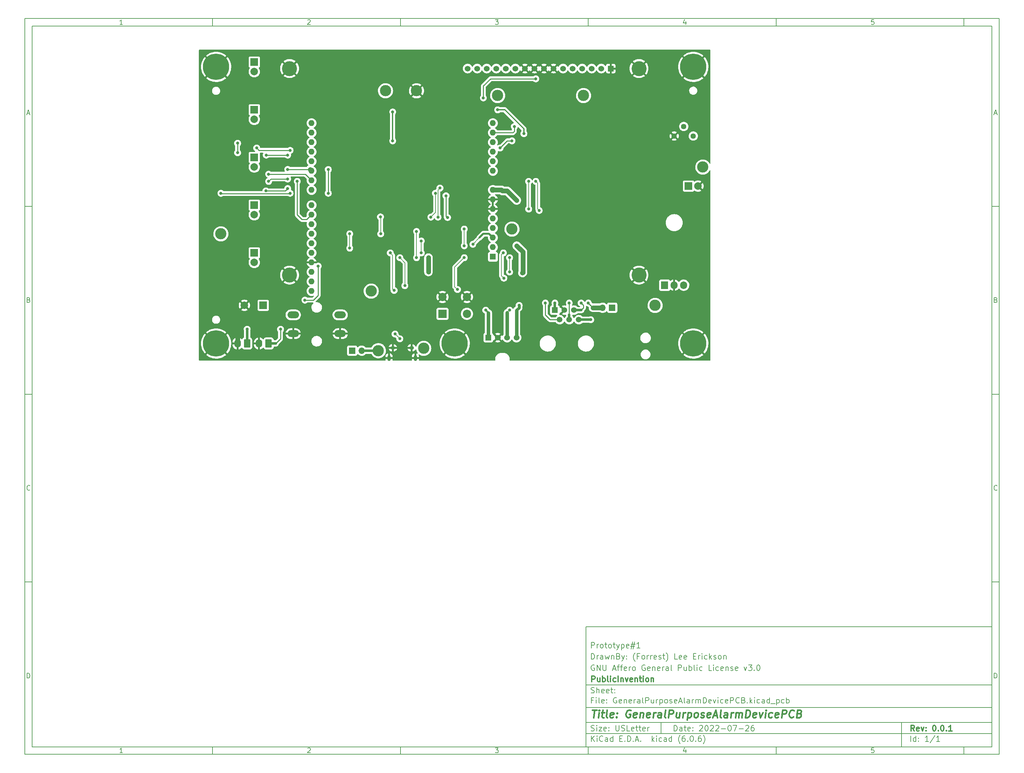
<source format=gbr>
%TF.GenerationSoftware,KiCad,Pcbnew,(6.0.6)*%
%TF.CreationDate,2023-02-21T08:10:28-05:00*%
%TF.ProjectId,GeneralPurposeAlarmDevicePCB,47656e65-7261-46c5-9075-72706f736541,0.0.1*%
%TF.SameCoordinates,Original*%
%TF.FileFunction,Copper,L2,Bot*%
%TF.FilePolarity,Positive*%
%FSLAX46Y46*%
G04 Gerber Fmt 4.6, Leading zero omitted, Abs format (unit mm)*
G04 Created by KiCad (PCBNEW (6.0.6)) date 2023-02-21 08:10:28*
%MOMM*%
%LPD*%
G01*
G04 APERTURE LIST*
G04 Aperture macros list*
%AMRoundRect*
0 Rectangle with rounded corners*
0 $1 Rounding radius*
0 $2 $3 $4 $5 $6 $7 $8 $9 X,Y pos of 4 corners*
0 Add a 4 corners polygon primitive as box body*
4,1,4,$2,$3,$4,$5,$6,$7,$8,$9,$2,$3,0*
0 Add four circle primitives for the rounded corners*
1,1,$1+$1,$2,$3*
1,1,$1+$1,$4,$5*
1,1,$1+$1,$6,$7*
1,1,$1+$1,$8,$9*
0 Add four rect primitives between the rounded corners*
20,1,$1+$1,$2,$3,$4,$5,0*
20,1,$1+$1,$4,$5,$6,$7,0*
20,1,$1+$1,$6,$7,$8,$9,0*
20,1,$1+$1,$8,$9,$2,$3,0*%
G04 Aperture macros list end*
%ADD10C,0.100000*%
%ADD11C,0.150000*%
%ADD12C,0.300000*%
%ADD13C,0.400000*%
%TA.AperFunction,ComponentPad*%
%ADD14R,1.524000X1.524000*%
%TD*%
%TA.AperFunction,ComponentPad*%
%ADD15C,1.524000*%
%TD*%
%TA.AperFunction,ComponentPad*%
%ADD16C,0.800000*%
%TD*%
%TA.AperFunction,ComponentPad*%
%ADD17C,7.000000*%
%TD*%
%TA.AperFunction,ComponentPad*%
%ADD18O,1.250000X0.950000*%
%TD*%
%TA.AperFunction,ComponentPad*%
%ADD19O,0.890000X1.550000*%
%TD*%
%TA.AperFunction,ComponentPad*%
%ADD20RoundRect,0.250000X0.620000X0.845000X-0.620000X0.845000X-0.620000X-0.845000X0.620000X-0.845000X0*%
%TD*%
%TA.AperFunction,ComponentPad*%
%ADD21O,1.740000X2.190000*%
%TD*%
%TA.AperFunction,ComponentPad*%
%ADD22R,1.700000X1.700000*%
%TD*%
%TA.AperFunction,ComponentPad*%
%ADD23O,1.700000X1.700000*%
%TD*%
%TA.AperFunction,ComponentPad*%
%ADD24R,1.520000X1.520000*%
%TD*%
%TA.AperFunction,ComponentPad*%
%ADD25C,1.520000*%
%TD*%
%TA.AperFunction,ComponentPad*%
%ADD26C,3.000000*%
%TD*%
%TA.AperFunction,ComponentPad*%
%ADD27R,1.905000X2.000000*%
%TD*%
%TA.AperFunction,ComponentPad*%
%ADD28O,1.905000X2.000000*%
%TD*%
%TA.AperFunction,ComponentPad*%
%ADD29R,2.200000X2.200000*%
%TD*%
%TA.AperFunction,ComponentPad*%
%ADD30C,2.200000*%
%TD*%
%TA.AperFunction,ComponentPad*%
%ADD31R,2.000000X2.000000*%
%TD*%
%TA.AperFunction,ComponentPad*%
%ADD32C,2.000000*%
%TD*%
%TA.AperFunction,ComponentPad*%
%ADD33R,1.600000X1.600000*%
%TD*%
%TA.AperFunction,ComponentPad*%
%ADD34O,1.600000X1.600000*%
%TD*%
%TA.AperFunction,ComponentPad*%
%ADD35C,1.440000*%
%TD*%
%TA.AperFunction,ComponentPad*%
%ADD36O,3.048000X1.850000*%
%TD*%
%TA.AperFunction,ComponentPad*%
%ADD37C,4.000000*%
%TD*%
%TA.AperFunction,ViaPad*%
%ADD38C,0.800000*%
%TD*%
%TA.AperFunction,ViaPad*%
%ADD39C,2.540000*%
%TD*%
%TA.AperFunction,Conductor*%
%ADD40C,0.889000*%
%TD*%
%TA.AperFunction,Conductor*%
%ADD41C,0.762000*%
%TD*%
%TA.AperFunction,Conductor*%
%ADD42C,0.350000*%
%TD*%
%TA.AperFunction,Conductor*%
%ADD43C,0.635000*%
%TD*%
%TA.AperFunction,Conductor*%
%ADD44C,0.381000*%
%TD*%
%TA.AperFunction,Conductor*%
%ADD45C,0.250000*%
%TD*%
%TA.AperFunction,Conductor*%
%ADD46C,1.270000*%
%TD*%
%TA.AperFunction,Conductor*%
%ADD47C,0.200000*%
%TD*%
%TA.AperFunction,Conductor*%
%ADD48C,0.254000*%
%TD*%
%TA.AperFunction,Conductor*%
%ADD49C,0.508000*%
%TD*%
G04 APERTURE END LIST*
D10*
D11*
X159400000Y-171900000D02*
X159400000Y-203900000D01*
X267400000Y-203900000D01*
X267400000Y-171900000D01*
X159400000Y-171900000D01*
D10*
D11*
X10000000Y-10000000D02*
X10000000Y-205900000D01*
X269400000Y-205900000D01*
X269400000Y-10000000D01*
X10000000Y-10000000D01*
D10*
D11*
X12000000Y-12000000D02*
X12000000Y-203900000D01*
X267400000Y-203900000D01*
X267400000Y-12000000D01*
X12000000Y-12000000D01*
D10*
D11*
X60000000Y-12000000D02*
X60000000Y-10000000D01*
D10*
D11*
X110000000Y-12000000D02*
X110000000Y-10000000D01*
D10*
D11*
X160000000Y-12000000D02*
X160000000Y-10000000D01*
D10*
D11*
X210000000Y-12000000D02*
X210000000Y-10000000D01*
D10*
D11*
X260000000Y-12000000D02*
X260000000Y-10000000D01*
D10*
D11*
X36065476Y-11588095D02*
X35322619Y-11588095D01*
X35694047Y-11588095D02*
X35694047Y-10288095D01*
X35570238Y-10473809D01*
X35446428Y-10597619D01*
X35322619Y-10659523D01*
D10*
D11*
X85322619Y-10411904D02*
X85384523Y-10350000D01*
X85508333Y-10288095D01*
X85817857Y-10288095D01*
X85941666Y-10350000D01*
X86003571Y-10411904D01*
X86065476Y-10535714D01*
X86065476Y-10659523D01*
X86003571Y-10845238D01*
X85260714Y-11588095D01*
X86065476Y-11588095D01*
D10*
D11*
X135260714Y-10288095D02*
X136065476Y-10288095D01*
X135632142Y-10783333D01*
X135817857Y-10783333D01*
X135941666Y-10845238D01*
X136003571Y-10907142D01*
X136065476Y-11030952D01*
X136065476Y-11340476D01*
X136003571Y-11464285D01*
X135941666Y-11526190D01*
X135817857Y-11588095D01*
X135446428Y-11588095D01*
X135322619Y-11526190D01*
X135260714Y-11464285D01*
D10*
D11*
X185941666Y-10721428D02*
X185941666Y-11588095D01*
X185632142Y-10226190D02*
X185322619Y-11154761D01*
X186127380Y-11154761D01*
D10*
D11*
X236003571Y-10288095D02*
X235384523Y-10288095D01*
X235322619Y-10907142D01*
X235384523Y-10845238D01*
X235508333Y-10783333D01*
X235817857Y-10783333D01*
X235941666Y-10845238D01*
X236003571Y-10907142D01*
X236065476Y-11030952D01*
X236065476Y-11340476D01*
X236003571Y-11464285D01*
X235941666Y-11526190D01*
X235817857Y-11588095D01*
X235508333Y-11588095D01*
X235384523Y-11526190D01*
X235322619Y-11464285D01*
D10*
D11*
X60000000Y-203900000D02*
X60000000Y-205900000D01*
D10*
D11*
X110000000Y-203900000D02*
X110000000Y-205900000D01*
D10*
D11*
X160000000Y-203900000D02*
X160000000Y-205900000D01*
D10*
D11*
X210000000Y-203900000D02*
X210000000Y-205900000D01*
D10*
D11*
X260000000Y-203900000D02*
X260000000Y-205900000D01*
D10*
D11*
X36065476Y-205488095D02*
X35322619Y-205488095D01*
X35694047Y-205488095D02*
X35694047Y-204188095D01*
X35570238Y-204373809D01*
X35446428Y-204497619D01*
X35322619Y-204559523D01*
D10*
D11*
X85322619Y-204311904D02*
X85384523Y-204250000D01*
X85508333Y-204188095D01*
X85817857Y-204188095D01*
X85941666Y-204250000D01*
X86003571Y-204311904D01*
X86065476Y-204435714D01*
X86065476Y-204559523D01*
X86003571Y-204745238D01*
X85260714Y-205488095D01*
X86065476Y-205488095D01*
D10*
D11*
X135260714Y-204188095D02*
X136065476Y-204188095D01*
X135632142Y-204683333D01*
X135817857Y-204683333D01*
X135941666Y-204745238D01*
X136003571Y-204807142D01*
X136065476Y-204930952D01*
X136065476Y-205240476D01*
X136003571Y-205364285D01*
X135941666Y-205426190D01*
X135817857Y-205488095D01*
X135446428Y-205488095D01*
X135322619Y-205426190D01*
X135260714Y-205364285D01*
D10*
D11*
X185941666Y-204621428D02*
X185941666Y-205488095D01*
X185632142Y-204126190D02*
X185322619Y-205054761D01*
X186127380Y-205054761D01*
D10*
D11*
X236003571Y-204188095D02*
X235384523Y-204188095D01*
X235322619Y-204807142D01*
X235384523Y-204745238D01*
X235508333Y-204683333D01*
X235817857Y-204683333D01*
X235941666Y-204745238D01*
X236003571Y-204807142D01*
X236065476Y-204930952D01*
X236065476Y-205240476D01*
X236003571Y-205364285D01*
X235941666Y-205426190D01*
X235817857Y-205488095D01*
X235508333Y-205488095D01*
X235384523Y-205426190D01*
X235322619Y-205364285D01*
D10*
D11*
X10000000Y-60000000D02*
X12000000Y-60000000D01*
D10*
D11*
X10000000Y-110000000D02*
X12000000Y-110000000D01*
D10*
D11*
X10000000Y-160000000D02*
X12000000Y-160000000D01*
D10*
D11*
X10690476Y-35216666D02*
X11309523Y-35216666D01*
X10566666Y-35588095D02*
X11000000Y-34288095D01*
X11433333Y-35588095D01*
D10*
D11*
X11092857Y-84907142D02*
X11278571Y-84969047D01*
X11340476Y-85030952D01*
X11402380Y-85154761D01*
X11402380Y-85340476D01*
X11340476Y-85464285D01*
X11278571Y-85526190D01*
X11154761Y-85588095D01*
X10659523Y-85588095D01*
X10659523Y-84288095D01*
X11092857Y-84288095D01*
X11216666Y-84350000D01*
X11278571Y-84411904D01*
X11340476Y-84535714D01*
X11340476Y-84659523D01*
X11278571Y-84783333D01*
X11216666Y-84845238D01*
X11092857Y-84907142D01*
X10659523Y-84907142D01*
D10*
D11*
X11402380Y-135464285D02*
X11340476Y-135526190D01*
X11154761Y-135588095D01*
X11030952Y-135588095D01*
X10845238Y-135526190D01*
X10721428Y-135402380D01*
X10659523Y-135278571D01*
X10597619Y-135030952D01*
X10597619Y-134845238D01*
X10659523Y-134597619D01*
X10721428Y-134473809D01*
X10845238Y-134350000D01*
X11030952Y-134288095D01*
X11154761Y-134288095D01*
X11340476Y-134350000D01*
X11402380Y-134411904D01*
D10*
D11*
X10659523Y-185588095D02*
X10659523Y-184288095D01*
X10969047Y-184288095D01*
X11154761Y-184350000D01*
X11278571Y-184473809D01*
X11340476Y-184597619D01*
X11402380Y-184845238D01*
X11402380Y-185030952D01*
X11340476Y-185278571D01*
X11278571Y-185402380D01*
X11154761Y-185526190D01*
X10969047Y-185588095D01*
X10659523Y-185588095D01*
D10*
D11*
X269400000Y-60000000D02*
X267400000Y-60000000D01*
D10*
D11*
X269400000Y-110000000D02*
X267400000Y-110000000D01*
D10*
D11*
X269400000Y-160000000D02*
X267400000Y-160000000D01*
D10*
D11*
X268090476Y-35216666D02*
X268709523Y-35216666D01*
X267966666Y-35588095D02*
X268400000Y-34288095D01*
X268833333Y-35588095D01*
D10*
D11*
X268492857Y-84907142D02*
X268678571Y-84969047D01*
X268740476Y-85030952D01*
X268802380Y-85154761D01*
X268802380Y-85340476D01*
X268740476Y-85464285D01*
X268678571Y-85526190D01*
X268554761Y-85588095D01*
X268059523Y-85588095D01*
X268059523Y-84288095D01*
X268492857Y-84288095D01*
X268616666Y-84350000D01*
X268678571Y-84411904D01*
X268740476Y-84535714D01*
X268740476Y-84659523D01*
X268678571Y-84783333D01*
X268616666Y-84845238D01*
X268492857Y-84907142D01*
X268059523Y-84907142D01*
D10*
D11*
X268802380Y-135464285D02*
X268740476Y-135526190D01*
X268554761Y-135588095D01*
X268430952Y-135588095D01*
X268245238Y-135526190D01*
X268121428Y-135402380D01*
X268059523Y-135278571D01*
X267997619Y-135030952D01*
X267997619Y-134845238D01*
X268059523Y-134597619D01*
X268121428Y-134473809D01*
X268245238Y-134350000D01*
X268430952Y-134288095D01*
X268554761Y-134288095D01*
X268740476Y-134350000D01*
X268802380Y-134411904D01*
D10*
D11*
X268059523Y-185588095D02*
X268059523Y-184288095D01*
X268369047Y-184288095D01*
X268554761Y-184350000D01*
X268678571Y-184473809D01*
X268740476Y-184597619D01*
X268802380Y-184845238D01*
X268802380Y-185030952D01*
X268740476Y-185278571D01*
X268678571Y-185402380D01*
X268554761Y-185526190D01*
X268369047Y-185588095D01*
X268059523Y-185588095D01*
D10*
D11*
X182832142Y-199678571D02*
X182832142Y-198178571D01*
X183189285Y-198178571D01*
X183403571Y-198250000D01*
X183546428Y-198392857D01*
X183617857Y-198535714D01*
X183689285Y-198821428D01*
X183689285Y-199035714D01*
X183617857Y-199321428D01*
X183546428Y-199464285D01*
X183403571Y-199607142D01*
X183189285Y-199678571D01*
X182832142Y-199678571D01*
X184975000Y-199678571D02*
X184975000Y-198892857D01*
X184903571Y-198750000D01*
X184760714Y-198678571D01*
X184475000Y-198678571D01*
X184332142Y-198750000D01*
X184975000Y-199607142D02*
X184832142Y-199678571D01*
X184475000Y-199678571D01*
X184332142Y-199607142D01*
X184260714Y-199464285D01*
X184260714Y-199321428D01*
X184332142Y-199178571D01*
X184475000Y-199107142D01*
X184832142Y-199107142D01*
X184975000Y-199035714D01*
X185475000Y-198678571D02*
X186046428Y-198678571D01*
X185689285Y-198178571D02*
X185689285Y-199464285D01*
X185760714Y-199607142D01*
X185903571Y-199678571D01*
X186046428Y-199678571D01*
X187117857Y-199607142D02*
X186975000Y-199678571D01*
X186689285Y-199678571D01*
X186546428Y-199607142D01*
X186475000Y-199464285D01*
X186475000Y-198892857D01*
X186546428Y-198750000D01*
X186689285Y-198678571D01*
X186975000Y-198678571D01*
X187117857Y-198750000D01*
X187189285Y-198892857D01*
X187189285Y-199035714D01*
X186475000Y-199178571D01*
X187832142Y-199535714D02*
X187903571Y-199607142D01*
X187832142Y-199678571D01*
X187760714Y-199607142D01*
X187832142Y-199535714D01*
X187832142Y-199678571D01*
X187832142Y-198750000D02*
X187903571Y-198821428D01*
X187832142Y-198892857D01*
X187760714Y-198821428D01*
X187832142Y-198750000D01*
X187832142Y-198892857D01*
X189617857Y-198321428D02*
X189689285Y-198250000D01*
X189832142Y-198178571D01*
X190189285Y-198178571D01*
X190332142Y-198250000D01*
X190403571Y-198321428D01*
X190475000Y-198464285D01*
X190475000Y-198607142D01*
X190403571Y-198821428D01*
X189546428Y-199678571D01*
X190475000Y-199678571D01*
X191403571Y-198178571D02*
X191546428Y-198178571D01*
X191689285Y-198250000D01*
X191760714Y-198321428D01*
X191832142Y-198464285D01*
X191903571Y-198750000D01*
X191903571Y-199107142D01*
X191832142Y-199392857D01*
X191760714Y-199535714D01*
X191689285Y-199607142D01*
X191546428Y-199678571D01*
X191403571Y-199678571D01*
X191260714Y-199607142D01*
X191189285Y-199535714D01*
X191117857Y-199392857D01*
X191046428Y-199107142D01*
X191046428Y-198750000D01*
X191117857Y-198464285D01*
X191189285Y-198321428D01*
X191260714Y-198250000D01*
X191403571Y-198178571D01*
X192475000Y-198321428D02*
X192546428Y-198250000D01*
X192689285Y-198178571D01*
X193046428Y-198178571D01*
X193189285Y-198250000D01*
X193260714Y-198321428D01*
X193332142Y-198464285D01*
X193332142Y-198607142D01*
X193260714Y-198821428D01*
X192403571Y-199678571D01*
X193332142Y-199678571D01*
X193903571Y-198321428D02*
X193975000Y-198250000D01*
X194117857Y-198178571D01*
X194475000Y-198178571D01*
X194617857Y-198250000D01*
X194689285Y-198321428D01*
X194760714Y-198464285D01*
X194760714Y-198607142D01*
X194689285Y-198821428D01*
X193832142Y-199678571D01*
X194760714Y-199678571D01*
X195403571Y-199107142D02*
X196546428Y-199107142D01*
X197546428Y-198178571D02*
X197689285Y-198178571D01*
X197832142Y-198250000D01*
X197903571Y-198321428D01*
X197975000Y-198464285D01*
X198046428Y-198750000D01*
X198046428Y-199107142D01*
X197975000Y-199392857D01*
X197903571Y-199535714D01*
X197832142Y-199607142D01*
X197689285Y-199678571D01*
X197546428Y-199678571D01*
X197403571Y-199607142D01*
X197332142Y-199535714D01*
X197260714Y-199392857D01*
X197189285Y-199107142D01*
X197189285Y-198750000D01*
X197260714Y-198464285D01*
X197332142Y-198321428D01*
X197403571Y-198250000D01*
X197546428Y-198178571D01*
X198546428Y-198178571D02*
X199546428Y-198178571D01*
X198903571Y-199678571D01*
X200117857Y-199107142D02*
X201260714Y-199107142D01*
X201903571Y-198321428D02*
X201975000Y-198250000D01*
X202117857Y-198178571D01*
X202475000Y-198178571D01*
X202617857Y-198250000D01*
X202689285Y-198321428D01*
X202760714Y-198464285D01*
X202760714Y-198607142D01*
X202689285Y-198821428D01*
X201832142Y-199678571D01*
X202760714Y-199678571D01*
X204046428Y-198178571D02*
X203760714Y-198178571D01*
X203617857Y-198250000D01*
X203546428Y-198321428D01*
X203403571Y-198535714D01*
X203332142Y-198821428D01*
X203332142Y-199392857D01*
X203403571Y-199535714D01*
X203475000Y-199607142D01*
X203617857Y-199678571D01*
X203903571Y-199678571D01*
X204046428Y-199607142D01*
X204117857Y-199535714D01*
X204189285Y-199392857D01*
X204189285Y-199035714D01*
X204117857Y-198892857D01*
X204046428Y-198821428D01*
X203903571Y-198750000D01*
X203617857Y-198750000D01*
X203475000Y-198821428D01*
X203403571Y-198892857D01*
X203332142Y-199035714D01*
D10*
D11*
X159400000Y-200400000D02*
X267400000Y-200400000D01*
D10*
D11*
X160832142Y-202478571D02*
X160832142Y-200978571D01*
X161689285Y-202478571D02*
X161046428Y-201621428D01*
X161689285Y-200978571D02*
X160832142Y-201835714D01*
X162332142Y-202478571D02*
X162332142Y-201478571D01*
X162332142Y-200978571D02*
X162260714Y-201050000D01*
X162332142Y-201121428D01*
X162403571Y-201050000D01*
X162332142Y-200978571D01*
X162332142Y-201121428D01*
X163903571Y-202335714D02*
X163832142Y-202407142D01*
X163617857Y-202478571D01*
X163475000Y-202478571D01*
X163260714Y-202407142D01*
X163117857Y-202264285D01*
X163046428Y-202121428D01*
X162975000Y-201835714D01*
X162975000Y-201621428D01*
X163046428Y-201335714D01*
X163117857Y-201192857D01*
X163260714Y-201050000D01*
X163475000Y-200978571D01*
X163617857Y-200978571D01*
X163832142Y-201050000D01*
X163903571Y-201121428D01*
X165189285Y-202478571D02*
X165189285Y-201692857D01*
X165117857Y-201550000D01*
X164975000Y-201478571D01*
X164689285Y-201478571D01*
X164546428Y-201550000D01*
X165189285Y-202407142D02*
X165046428Y-202478571D01*
X164689285Y-202478571D01*
X164546428Y-202407142D01*
X164475000Y-202264285D01*
X164475000Y-202121428D01*
X164546428Y-201978571D01*
X164689285Y-201907142D01*
X165046428Y-201907142D01*
X165189285Y-201835714D01*
X166546428Y-202478571D02*
X166546428Y-200978571D01*
X166546428Y-202407142D02*
X166403571Y-202478571D01*
X166117857Y-202478571D01*
X165975000Y-202407142D01*
X165903571Y-202335714D01*
X165832142Y-202192857D01*
X165832142Y-201764285D01*
X165903571Y-201621428D01*
X165975000Y-201550000D01*
X166117857Y-201478571D01*
X166403571Y-201478571D01*
X166546428Y-201550000D01*
X168403571Y-201692857D02*
X168903571Y-201692857D01*
X169117857Y-202478571D02*
X168403571Y-202478571D01*
X168403571Y-200978571D01*
X169117857Y-200978571D01*
X169760714Y-202335714D02*
X169832142Y-202407142D01*
X169760714Y-202478571D01*
X169689285Y-202407142D01*
X169760714Y-202335714D01*
X169760714Y-202478571D01*
X170475000Y-202478571D02*
X170475000Y-200978571D01*
X170832142Y-200978571D01*
X171046428Y-201050000D01*
X171189285Y-201192857D01*
X171260714Y-201335714D01*
X171332142Y-201621428D01*
X171332142Y-201835714D01*
X171260714Y-202121428D01*
X171189285Y-202264285D01*
X171046428Y-202407142D01*
X170832142Y-202478571D01*
X170475000Y-202478571D01*
X171975000Y-202335714D02*
X172046428Y-202407142D01*
X171975000Y-202478571D01*
X171903571Y-202407142D01*
X171975000Y-202335714D01*
X171975000Y-202478571D01*
X172617857Y-202050000D02*
X173332142Y-202050000D01*
X172475000Y-202478571D02*
X172975000Y-200978571D01*
X173475000Y-202478571D01*
X173975000Y-202335714D02*
X174046428Y-202407142D01*
X173975000Y-202478571D01*
X173903571Y-202407142D01*
X173975000Y-202335714D01*
X173975000Y-202478571D01*
X176975000Y-202478571D02*
X176975000Y-200978571D01*
X177117857Y-201907142D02*
X177546428Y-202478571D01*
X177546428Y-201478571D02*
X176975000Y-202050000D01*
X178189285Y-202478571D02*
X178189285Y-201478571D01*
X178189285Y-200978571D02*
X178117857Y-201050000D01*
X178189285Y-201121428D01*
X178260714Y-201050000D01*
X178189285Y-200978571D01*
X178189285Y-201121428D01*
X179546428Y-202407142D02*
X179403571Y-202478571D01*
X179117857Y-202478571D01*
X178975000Y-202407142D01*
X178903571Y-202335714D01*
X178832142Y-202192857D01*
X178832142Y-201764285D01*
X178903571Y-201621428D01*
X178975000Y-201550000D01*
X179117857Y-201478571D01*
X179403571Y-201478571D01*
X179546428Y-201550000D01*
X180832142Y-202478571D02*
X180832142Y-201692857D01*
X180760714Y-201550000D01*
X180617857Y-201478571D01*
X180332142Y-201478571D01*
X180189285Y-201550000D01*
X180832142Y-202407142D02*
X180689285Y-202478571D01*
X180332142Y-202478571D01*
X180189285Y-202407142D01*
X180117857Y-202264285D01*
X180117857Y-202121428D01*
X180189285Y-201978571D01*
X180332142Y-201907142D01*
X180689285Y-201907142D01*
X180832142Y-201835714D01*
X182189285Y-202478571D02*
X182189285Y-200978571D01*
X182189285Y-202407142D02*
X182046428Y-202478571D01*
X181760714Y-202478571D01*
X181617857Y-202407142D01*
X181546428Y-202335714D01*
X181475000Y-202192857D01*
X181475000Y-201764285D01*
X181546428Y-201621428D01*
X181617857Y-201550000D01*
X181760714Y-201478571D01*
X182046428Y-201478571D01*
X182189285Y-201550000D01*
X184475000Y-203050000D02*
X184403571Y-202978571D01*
X184260714Y-202764285D01*
X184189285Y-202621428D01*
X184117857Y-202407142D01*
X184046428Y-202050000D01*
X184046428Y-201764285D01*
X184117857Y-201407142D01*
X184189285Y-201192857D01*
X184260714Y-201050000D01*
X184403571Y-200835714D01*
X184475000Y-200764285D01*
X185689285Y-200978571D02*
X185403571Y-200978571D01*
X185260714Y-201050000D01*
X185189285Y-201121428D01*
X185046428Y-201335714D01*
X184975000Y-201621428D01*
X184975000Y-202192857D01*
X185046428Y-202335714D01*
X185117857Y-202407142D01*
X185260714Y-202478571D01*
X185546428Y-202478571D01*
X185689285Y-202407142D01*
X185760714Y-202335714D01*
X185832142Y-202192857D01*
X185832142Y-201835714D01*
X185760714Y-201692857D01*
X185689285Y-201621428D01*
X185546428Y-201550000D01*
X185260714Y-201550000D01*
X185117857Y-201621428D01*
X185046428Y-201692857D01*
X184975000Y-201835714D01*
X186475000Y-202335714D02*
X186546428Y-202407142D01*
X186475000Y-202478571D01*
X186403571Y-202407142D01*
X186475000Y-202335714D01*
X186475000Y-202478571D01*
X187475000Y-200978571D02*
X187617857Y-200978571D01*
X187760714Y-201050000D01*
X187832142Y-201121428D01*
X187903571Y-201264285D01*
X187975000Y-201550000D01*
X187975000Y-201907142D01*
X187903571Y-202192857D01*
X187832142Y-202335714D01*
X187760714Y-202407142D01*
X187617857Y-202478571D01*
X187475000Y-202478571D01*
X187332142Y-202407142D01*
X187260714Y-202335714D01*
X187189285Y-202192857D01*
X187117857Y-201907142D01*
X187117857Y-201550000D01*
X187189285Y-201264285D01*
X187260714Y-201121428D01*
X187332142Y-201050000D01*
X187475000Y-200978571D01*
X188617857Y-202335714D02*
X188689285Y-202407142D01*
X188617857Y-202478571D01*
X188546428Y-202407142D01*
X188617857Y-202335714D01*
X188617857Y-202478571D01*
X189975000Y-200978571D02*
X189689285Y-200978571D01*
X189546428Y-201050000D01*
X189475000Y-201121428D01*
X189332142Y-201335714D01*
X189260714Y-201621428D01*
X189260714Y-202192857D01*
X189332142Y-202335714D01*
X189403571Y-202407142D01*
X189546428Y-202478571D01*
X189832142Y-202478571D01*
X189975000Y-202407142D01*
X190046428Y-202335714D01*
X190117857Y-202192857D01*
X190117857Y-201835714D01*
X190046428Y-201692857D01*
X189975000Y-201621428D01*
X189832142Y-201550000D01*
X189546428Y-201550000D01*
X189403571Y-201621428D01*
X189332142Y-201692857D01*
X189260714Y-201835714D01*
X190617857Y-203050000D02*
X190689285Y-202978571D01*
X190832142Y-202764285D01*
X190903571Y-202621428D01*
X190975000Y-202407142D01*
X191046428Y-202050000D01*
X191046428Y-201764285D01*
X190975000Y-201407142D01*
X190903571Y-201192857D01*
X190832142Y-201050000D01*
X190689285Y-200835714D01*
X190617857Y-200764285D01*
D10*
D11*
X159400000Y-197400000D02*
X267400000Y-197400000D01*
D10*
D12*
X246809285Y-199678571D02*
X246309285Y-198964285D01*
X245952142Y-199678571D02*
X245952142Y-198178571D01*
X246523571Y-198178571D01*
X246666428Y-198250000D01*
X246737857Y-198321428D01*
X246809285Y-198464285D01*
X246809285Y-198678571D01*
X246737857Y-198821428D01*
X246666428Y-198892857D01*
X246523571Y-198964285D01*
X245952142Y-198964285D01*
X248023571Y-199607142D02*
X247880714Y-199678571D01*
X247595000Y-199678571D01*
X247452142Y-199607142D01*
X247380714Y-199464285D01*
X247380714Y-198892857D01*
X247452142Y-198750000D01*
X247595000Y-198678571D01*
X247880714Y-198678571D01*
X248023571Y-198750000D01*
X248095000Y-198892857D01*
X248095000Y-199035714D01*
X247380714Y-199178571D01*
X248595000Y-198678571D02*
X248952142Y-199678571D01*
X249309285Y-198678571D01*
X249880714Y-199535714D02*
X249952142Y-199607142D01*
X249880714Y-199678571D01*
X249809285Y-199607142D01*
X249880714Y-199535714D01*
X249880714Y-199678571D01*
X249880714Y-198750000D02*
X249952142Y-198821428D01*
X249880714Y-198892857D01*
X249809285Y-198821428D01*
X249880714Y-198750000D01*
X249880714Y-198892857D01*
X252023571Y-198178571D02*
X252166428Y-198178571D01*
X252309285Y-198250000D01*
X252380714Y-198321428D01*
X252452142Y-198464285D01*
X252523571Y-198750000D01*
X252523571Y-199107142D01*
X252452142Y-199392857D01*
X252380714Y-199535714D01*
X252309285Y-199607142D01*
X252166428Y-199678571D01*
X252023571Y-199678571D01*
X251880714Y-199607142D01*
X251809285Y-199535714D01*
X251737857Y-199392857D01*
X251666428Y-199107142D01*
X251666428Y-198750000D01*
X251737857Y-198464285D01*
X251809285Y-198321428D01*
X251880714Y-198250000D01*
X252023571Y-198178571D01*
X253166428Y-199535714D02*
X253237857Y-199607142D01*
X253166428Y-199678571D01*
X253095000Y-199607142D01*
X253166428Y-199535714D01*
X253166428Y-199678571D01*
X254166428Y-198178571D02*
X254309285Y-198178571D01*
X254452142Y-198250000D01*
X254523571Y-198321428D01*
X254595000Y-198464285D01*
X254666428Y-198750000D01*
X254666428Y-199107142D01*
X254595000Y-199392857D01*
X254523571Y-199535714D01*
X254452142Y-199607142D01*
X254309285Y-199678571D01*
X254166428Y-199678571D01*
X254023571Y-199607142D01*
X253952142Y-199535714D01*
X253880714Y-199392857D01*
X253809285Y-199107142D01*
X253809285Y-198750000D01*
X253880714Y-198464285D01*
X253952142Y-198321428D01*
X254023571Y-198250000D01*
X254166428Y-198178571D01*
X255309285Y-199535714D02*
X255380714Y-199607142D01*
X255309285Y-199678571D01*
X255237857Y-199607142D01*
X255309285Y-199535714D01*
X255309285Y-199678571D01*
X256809285Y-199678571D02*
X255952142Y-199678571D01*
X256380714Y-199678571D02*
X256380714Y-198178571D01*
X256237857Y-198392857D01*
X256095000Y-198535714D01*
X255952142Y-198607142D01*
D10*
D11*
X160760714Y-199607142D02*
X160975000Y-199678571D01*
X161332142Y-199678571D01*
X161475000Y-199607142D01*
X161546428Y-199535714D01*
X161617857Y-199392857D01*
X161617857Y-199250000D01*
X161546428Y-199107142D01*
X161475000Y-199035714D01*
X161332142Y-198964285D01*
X161046428Y-198892857D01*
X160903571Y-198821428D01*
X160832142Y-198750000D01*
X160760714Y-198607142D01*
X160760714Y-198464285D01*
X160832142Y-198321428D01*
X160903571Y-198250000D01*
X161046428Y-198178571D01*
X161403571Y-198178571D01*
X161617857Y-198250000D01*
X162260714Y-199678571D02*
X162260714Y-198678571D01*
X162260714Y-198178571D02*
X162189285Y-198250000D01*
X162260714Y-198321428D01*
X162332142Y-198250000D01*
X162260714Y-198178571D01*
X162260714Y-198321428D01*
X162832142Y-198678571D02*
X163617857Y-198678571D01*
X162832142Y-199678571D01*
X163617857Y-199678571D01*
X164760714Y-199607142D02*
X164617857Y-199678571D01*
X164332142Y-199678571D01*
X164189285Y-199607142D01*
X164117857Y-199464285D01*
X164117857Y-198892857D01*
X164189285Y-198750000D01*
X164332142Y-198678571D01*
X164617857Y-198678571D01*
X164760714Y-198750000D01*
X164832142Y-198892857D01*
X164832142Y-199035714D01*
X164117857Y-199178571D01*
X165475000Y-199535714D02*
X165546428Y-199607142D01*
X165475000Y-199678571D01*
X165403571Y-199607142D01*
X165475000Y-199535714D01*
X165475000Y-199678571D01*
X165475000Y-198750000D02*
X165546428Y-198821428D01*
X165475000Y-198892857D01*
X165403571Y-198821428D01*
X165475000Y-198750000D01*
X165475000Y-198892857D01*
X167332142Y-198178571D02*
X167332142Y-199392857D01*
X167403571Y-199535714D01*
X167475000Y-199607142D01*
X167617857Y-199678571D01*
X167903571Y-199678571D01*
X168046428Y-199607142D01*
X168117857Y-199535714D01*
X168189285Y-199392857D01*
X168189285Y-198178571D01*
X168832142Y-199607142D02*
X169046428Y-199678571D01*
X169403571Y-199678571D01*
X169546428Y-199607142D01*
X169617857Y-199535714D01*
X169689285Y-199392857D01*
X169689285Y-199250000D01*
X169617857Y-199107142D01*
X169546428Y-199035714D01*
X169403571Y-198964285D01*
X169117857Y-198892857D01*
X168975000Y-198821428D01*
X168903571Y-198750000D01*
X168832142Y-198607142D01*
X168832142Y-198464285D01*
X168903571Y-198321428D01*
X168975000Y-198250000D01*
X169117857Y-198178571D01*
X169475000Y-198178571D01*
X169689285Y-198250000D01*
X171046428Y-199678571D02*
X170332142Y-199678571D01*
X170332142Y-198178571D01*
X172117857Y-199607142D02*
X171975000Y-199678571D01*
X171689285Y-199678571D01*
X171546428Y-199607142D01*
X171475000Y-199464285D01*
X171475000Y-198892857D01*
X171546428Y-198750000D01*
X171689285Y-198678571D01*
X171975000Y-198678571D01*
X172117857Y-198750000D01*
X172189285Y-198892857D01*
X172189285Y-199035714D01*
X171475000Y-199178571D01*
X172617857Y-198678571D02*
X173189285Y-198678571D01*
X172832142Y-198178571D02*
X172832142Y-199464285D01*
X172903571Y-199607142D01*
X173046428Y-199678571D01*
X173189285Y-199678571D01*
X173475000Y-198678571D02*
X174046428Y-198678571D01*
X173689285Y-198178571D02*
X173689285Y-199464285D01*
X173760714Y-199607142D01*
X173903571Y-199678571D01*
X174046428Y-199678571D01*
X175117857Y-199607142D02*
X174975000Y-199678571D01*
X174689285Y-199678571D01*
X174546428Y-199607142D01*
X174475000Y-199464285D01*
X174475000Y-198892857D01*
X174546428Y-198750000D01*
X174689285Y-198678571D01*
X174975000Y-198678571D01*
X175117857Y-198750000D01*
X175189285Y-198892857D01*
X175189285Y-199035714D01*
X174475000Y-199178571D01*
X175832142Y-199678571D02*
X175832142Y-198678571D01*
X175832142Y-198964285D02*
X175903571Y-198821428D01*
X175975000Y-198750000D01*
X176117857Y-198678571D01*
X176260714Y-198678571D01*
D10*
D11*
X245832142Y-202478571D02*
X245832142Y-200978571D01*
X247189285Y-202478571D02*
X247189285Y-200978571D01*
X247189285Y-202407142D02*
X247046428Y-202478571D01*
X246760714Y-202478571D01*
X246617857Y-202407142D01*
X246546428Y-202335714D01*
X246475000Y-202192857D01*
X246475000Y-201764285D01*
X246546428Y-201621428D01*
X246617857Y-201550000D01*
X246760714Y-201478571D01*
X247046428Y-201478571D01*
X247189285Y-201550000D01*
X247903571Y-202335714D02*
X247975000Y-202407142D01*
X247903571Y-202478571D01*
X247832142Y-202407142D01*
X247903571Y-202335714D01*
X247903571Y-202478571D01*
X247903571Y-201550000D02*
X247975000Y-201621428D01*
X247903571Y-201692857D01*
X247832142Y-201621428D01*
X247903571Y-201550000D01*
X247903571Y-201692857D01*
X250546428Y-202478571D02*
X249689285Y-202478571D01*
X250117857Y-202478571D02*
X250117857Y-200978571D01*
X249975000Y-201192857D01*
X249832142Y-201335714D01*
X249689285Y-201407142D01*
X252260714Y-200907142D02*
X250975000Y-202835714D01*
X253546428Y-202478571D02*
X252689285Y-202478571D01*
X253117857Y-202478571D02*
X253117857Y-200978571D01*
X252975000Y-201192857D01*
X252832142Y-201335714D01*
X252689285Y-201407142D01*
D10*
D11*
X159400000Y-193400000D02*
X267400000Y-193400000D01*
D10*
D13*
X161112380Y-194104761D02*
X162255238Y-194104761D01*
X161433809Y-196104761D02*
X161683809Y-194104761D01*
X162671904Y-196104761D02*
X162838571Y-194771428D01*
X162921904Y-194104761D02*
X162814761Y-194200000D01*
X162898095Y-194295238D01*
X163005238Y-194200000D01*
X162921904Y-194104761D01*
X162898095Y-194295238D01*
X163505238Y-194771428D02*
X164267142Y-194771428D01*
X163874285Y-194104761D02*
X163660000Y-195819047D01*
X163731428Y-196009523D01*
X163910000Y-196104761D01*
X164100476Y-196104761D01*
X165052857Y-196104761D02*
X164874285Y-196009523D01*
X164802857Y-195819047D01*
X165017142Y-194104761D01*
X166588571Y-196009523D02*
X166386190Y-196104761D01*
X166005238Y-196104761D01*
X165826666Y-196009523D01*
X165755238Y-195819047D01*
X165850476Y-195057142D01*
X165969523Y-194866666D01*
X166171904Y-194771428D01*
X166552857Y-194771428D01*
X166731428Y-194866666D01*
X166802857Y-195057142D01*
X166779047Y-195247619D01*
X165802857Y-195438095D01*
X167552857Y-195914285D02*
X167636190Y-196009523D01*
X167529047Y-196104761D01*
X167445714Y-196009523D01*
X167552857Y-195914285D01*
X167529047Y-196104761D01*
X167683809Y-194866666D02*
X167767142Y-194961904D01*
X167660000Y-195057142D01*
X167576666Y-194961904D01*
X167683809Y-194866666D01*
X167660000Y-195057142D01*
X171290952Y-194200000D02*
X171112380Y-194104761D01*
X170826666Y-194104761D01*
X170529047Y-194200000D01*
X170314761Y-194390476D01*
X170195714Y-194580952D01*
X170052857Y-194961904D01*
X170017142Y-195247619D01*
X170064761Y-195628571D01*
X170136190Y-195819047D01*
X170302857Y-196009523D01*
X170576666Y-196104761D01*
X170767142Y-196104761D01*
X171064761Y-196009523D01*
X171171904Y-195914285D01*
X171255238Y-195247619D01*
X170874285Y-195247619D01*
X172779047Y-196009523D02*
X172576666Y-196104761D01*
X172195714Y-196104761D01*
X172017142Y-196009523D01*
X171945714Y-195819047D01*
X172040952Y-195057142D01*
X172160000Y-194866666D01*
X172362380Y-194771428D01*
X172743333Y-194771428D01*
X172921904Y-194866666D01*
X172993333Y-195057142D01*
X172969523Y-195247619D01*
X171993333Y-195438095D01*
X173886190Y-194771428D02*
X173719523Y-196104761D01*
X173862380Y-194961904D02*
X173969523Y-194866666D01*
X174171904Y-194771428D01*
X174457619Y-194771428D01*
X174636190Y-194866666D01*
X174707619Y-195057142D01*
X174576666Y-196104761D01*
X176302857Y-196009523D02*
X176100476Y-196104761D01*
X175719523Y-196104761D01*
X175540952Y-196009523D01*
X175469523Y-195819047D01*
X175564761Y-195057142D01*
X175683809Y-194866666D01*
X175886190Y-194771428D01*
X176267142Y-194771428D01*
X176445714Y-194866666D01*
X176517142Y-195057142D01*
X176493333Y-195247619D01*
X175517142Y-195438095D01*
X177243333Y-196104761D02*
X177410000Y-194771428D01*
X177362380Y-195152380D02*
X177481428Y-194961904D01*
X177588571Y-194866666D01*
X177790952Y-194771428D01*
X177981428Y-194771428D01*
X179338571Y-196104761D02*
X179469523Y-195057142D01*
X179398095Y-194866666D01*
X179219523Y-194771428D01*
X178838571Y-194771428D01*
X178636190Y-194866666D01*
X179350476Y-196009523D02*
X179148095Y-196104761D01*
X178671904Y-196104761D01*
X178493333Y-196009523D01*
X178421904Y-195819047D01*
X178445714Y-195628571D01*
X178564761Y-195438095D01*
X178767142Y-195342857D01*
X179243333Y-195342857D01*
X179445714Y-195247619D01*
X180576666Y-196104761D02*
X180398095Y-196009523D01*
X180326666Y-195819047D01*
X180540952Y-194104761D01*
X181338571Y-196104761D02*
X181588571Y-194104761D01*
X182350476Y-194104761D01*
X182529047Y-194200000D01*
X182612380Y-194295238D01*
X182683809Y-194485714D01*
X182648095Y-194771428D01*
X182529047Y-194961904D01*
X182421904Y-195057142D01*
X182219523Y-195152380D01*
X181457619Y-195152380D01*
X184362380Y-194771428D02*
X184195714Y-196104761D01*
X183505238Y-194771428D02*
X183374285Y-195819047D01*
X183445714Y-196009523D01*
X183624285Y-196104761D01*
X183910000Y-196104761D01*
X184112380Y-196009523D01*
X184219523Y-195914285D01*
X185148095Y-196104761D02*
X185314761Y-194771428D01*
X185267142Y-195152380D02*
X185386190Y-194961904D01*
X185493333Y-194866666D01*
X185695714Y-194771428D01*
X185886190Y-194771428D01*
X186552857Y-194771428D02*
X186302857Y-196771428D01*
X186540952Y-194866666D02*
X186743333Y-194771428D01*
X187124285Y-194771428D01*
X187302857Y-194866666D01*
X187386190Y-194961904D01*
X187457619Y-195152380D01*
X187386190Y-195723809D01*
X187267142Y-195914285D01*
X187160000Y-196009523D01*
X186957619Y-196104761D01*
X186576666Y-196104761D01*
X186398095Y-196009523D01*
X188481428Y-196104761D02*
X188302857Y-196009523D01*
X188219523Y-195914285D01*
X188148095Y-195723809D01*
X188219523Y-195152380D01*
X188338571Y-194961904D01*
X188445714Y-194866666D01*
X188648095Y-194771428D01*
X188933809Y-194771428D01*
X189112380Y-194866666D01*
X189195714Y-194961904D01*
X189267142Y-195152380D01*
X189195714Y-195723809D01*
X189076666Y-195914285D01*
X188969523Y-196009523D01*
X188767142Y-196104761D01*
X188481428Y-196104761D01*
X189921904Y-196009523D02*
X190100476Y-196104761D01*
X190481428Y-196104761D01*
X190683809Y-196009523D01*
X190802857Y-195819047D01*
X190814761Y-195723809D01*
X190743333Y-195533333D01*
X190564761Y-195438095D01*
X190279047Y-195438095D01*
X190100476Y-195342857D01*
X190029047Y-195152380D01*
X190040952Y-195057142D01*
X190160000Y-194866666D01*
X190362380Y-194771428D01*
X190648095Y-194771428D01*
X190826666Y-194866666D01*
X192398095Y-196009523D02*
X192195714Y-196104761D01*
X191814761Y-196104761D01*
X191636190Y-196009523D01*
X191564761Y-195819047D01*
X191660000Y-195057142D01*
X191779047Y-194866666D01*
X191981428Y-194771428D01*
X192362380Y-194771428D01*
X192540952Y-194866666D01*
X192612380Y-195057142D01*
X192588571Y-195247619D01*
X191612380Y-195438095D01*
X193314761Y-195533333D02*
X194267142Y-195533333D01*
X193052857Y-196104761D02*
X193969523Y-194104761D01*
X194386190Y-196104761D01*
X195338571Y-196104761D02*
X195160000Y-196009523D01*
X195088571Y-195819047D01*
X195302857Y-194104761D01*
X196957619Y-196104761D02*
X197088571Y-195057142D01*
X197017142Y-194866666D01*
X196838571Y-194771428D01*
X196457619Y-194771428D01*
X196255238Y-194866666D01*
X196969523Y-196009523D02*
X196767142Y-196104761D01*
X196290952Y-196104761D01*
X196112380Y-196009523D01*
X196040952Y-195819047D01*
X196064761Y-195628571D01*
X196183809Y-195438095D01*
X196386190Y-195342857D01*
X196862380Y-195342857D01*
X197064761Y-195247619D01*
X197910000Y-196104761D02*
X198076666Y-194771428D01*
X198029047Y-195152380D02*
X198148095Y-194961904D01*
X198255238Y-194866666D01*
X198457619Y-194771428D01*
X198648095Y-194771428D01*
X199148095Y-196104761D02*
X199314761Y-194771428D01*
X199290952Y-194961904D02*
X199398095Y-194866666D01*
X199600476Y-194771428D01*
X199886190Y-194771428D01*
X200064761Y-194866666D01*
X200136190Y-195057142D01*
X200005238Y-196104761D01*
X200136190Y-195057142D02*
X200255238Y-194866666D01*
X200457619Y-194771428D01*
X200743333Y-194771428D01*
X200921904Y-194866666D01*
X200993333Y-195057142D01*
X200862380Y-196104761D01*
X201814761Y-196104761D02*
X202064761Y-194104761D01*
X202540952Y-194104761D01*
X202814761Y-194200000D01*
X202981428Y-194390476D01*
X203052857Y-194580952D01*
X203100476Y-194961904D01*
X203064761Y-195247619D01*
X202921904Y-195628571D01*
X202802857Y-195819047D01*
X202588571Y-196009523D01*
X202290952Y-196104761D01*
X201814761Y-196104761D01*
X204588571Y-196009523D02*
X204386190Y-196104761D01*
X204005238Y-196104761D01*
X203826666Y-196009523D01*
X203755238Y-195819047D01*
X203850476Y-195057142D01*
X203969523Y-194866666D01*
X204171904Y-194771428D01*
X204552857Y-194771428D01*
X204731428Y-194866666D01*
X204802857Y-195057142D01*
X204779047Y-195247619D01*
X203802857Y-195438095D01*
X205505238Y-194771428D02*
X205814761Y-196104761D01*
X206457619Y-194771428D01*
X207052857Y-196104761D02*
X207219523Y-194771428D01*
X207302857Y-194104761D02*
X207195714Y-194200000D01*
X207279047Y-194295238D01*
X207386190Y-194200000D01*
X207302857Y-194104761D01*
X207279047Y-194295238D01*
X208874285Y-196009523D02*
X208671904Y-196104761D01*
X208290952Y-196104761D01*
X208112380Y-196009523D01*
X208029047Y-195914285D01*
X207957619Y-195723809D01*
X208029047Y-195152380D01*
X208148095Y-194961904D01*
X208255238Y-194866666D01*
X208457619Y-194771428D01*
X208838571Y-194771428D01*
X209017142Y-194866666D01*
X210493333Y-196009523D02*
X210290952Y-196104761D01*
X209910000Y-196104761D01*
X209731428Y-196009523D01*
X209660000Y-195819047D01*
X209755238Y-195057142D01*
X209874285Y-194866666D01*
X210076666Y-194771428D01*
X210457619Y-194771428D01*
X210636190Y-194866666D01*
X210707619Y-195057142D01*
X210683809Y-195247619D01*
X209707619Y-195438095D01*
X211433809Y-196104761D02*
X211683809Y-194104761D01*
X212445714Y-194104761D01*
X212624285Y-194200000D01*
X212707619Y-194295238D01*
X212779047Y-194485714D01*
X212743333Y-194771428D01*
X212624285Y-194961904D01*
X212517142Y-195057142D01*
X212314761Y-195152380D01*
X211552857Y-195152380D01*
X214600476Y-195914285D02*
X214493333Y-196009523D01*
X214195714Y-196104761D01*
X214005238Y-196104761D01*
X213731428Y-196009523D01*
X213564761Y-195819047D01*
X213493333Y-195628571D01*
X213445714Y-195247619D01*
X213481428Y-194961904D01*
X213624285Y-194580952D01*
X213743333Y-194390476D01*
X213957619Y-194200000D01*
X214255238Y-194104761D01*
X214445714Y-194104761D01*
X214719523Y-194200000D01*
X214802857Y-194295238D01*
X216231428Y-195057142D02*
X216505238Y-195152380D01*
X216588571Y-195247619D01*
X216660000Y-195438095D01*
X216624285Y-195723809D01*
X216505238Y-195914285D01*
X216398095Y-196009523D01*
X216195714Y-196104761D01*
X215433809Y-196104761D01*
X215683809Y-194104761D01*
X216350476Y-194104761D01*
X216529047Y-194200000D01*
X216612380Y-194295238D01*
X216683809Y-194485714D01*
X216660000Y-194676190D01*
X216540952Y-194866666D01*
X216433809Y-194961904D01*
X216231428Y-195057142D01*
X215564761Y-195057142D01*
D10*
D11*
X161332142Y-191492857D02*
X160832142Y-191492857D01*
X160832142Y-192278571D02*
X160832142Y-190778571D01*
X161546428Y-190778571D01*
X162117857Y-192278571D02*
X162117857Y-191278571D01*
X162117857Y-190778571D02*
X162046428Y-190850000D01*
X162117857Y-190921428D01*
X162189285Y-190850000D01*
X162117857Y-190778571D01*
X162117857Y-190921428D01*
X163046428Y-192278571D02*
X162903571Y-192207142D01*
X162832142Y-192064285D01*
X162832142Y-190778571D01*
X164189285Y-192207142D02*
X164046428Y-192278571D01*
X163760714Y-192278571D01*
X163617857Y-192207142D01*
X163546428Y-192064285D01*
X163546428Y-191492857D01*
X163617857Y-191350000D01*
X163760714Y-191278571D01*
X164046428Y-191278571D01*
X164189285Y-191350000D01*
X164260714Y-191492857D01*
X164260714Y-191635714D01*
X163546428Y-191778571D01*
X164903571Y-192135714D02*
X164975000Y-192207142D01*
X164903571Y-192278571D01*
X164832142Y-192207142D01*
X164903571Y-192135714D01*
X164903571Y-192278571D01*
X164903571Y-191350000D02*
X164975000Y-191421428D01*
X164903571Y-191492857D01*
X164832142Y-191421428D01*
X164903571Y-191350000D01*
X164903571Y-191492857D01*
X167546428Y-190850000D02*
X167403571Y-190778571D01*
X167189285Y-190778571D01*
X166975000Y-190850000D01*
X166832142Y-190992857D01*
X166760714Y-191135714D01*
X166689285Y-191421428D01*
X166689285Y-191635714D01*
X166760714Y-191921428D01*
X166832142Y-192064285D01*
X166975000Y-192207142D01*
X167189285Y-192278571D01*
X167332142Y-192278571D01*
X167546428Y-192207142D01*
X167617857Y-192135714D01*
X167617857Y-191635714D01*
X167332142Y-191635714D01*
X168832142Y-192207142D02*
X168689285Y-192278571D01*
X168403571Y-192278571D01*
X168260714Y-192207142D01*
X168189285Y-192064285D01*
X168189285Y-191492857D01*
X168260714Y-191350000D01*
X168403571Y-191278571D01*
X168689285Y-191278571D01*
X168832142Y-191350000D01*
X168903571Y-191492857D01*
X168903571Y-191635714D01*
X168189285Y-191778571D01*
X169546428Y-191278571D02*
X169546428Y-192278571D01*
X169546428Y-191421428D02*
X169617857Y-191350000D01*
X169760714Y-191278571D01*
X169975000Y-191278571D01*
X170117857Y-191350000D01*
X170189285Y-191492857D01*
X170189285Y-192278571D01*
X171475000Y-192207142D02*
X171332142Y-192278571D01*
X171046428Y-192278571D01*
X170903571Y-192207142D01*
X170832142Y-192064285D01*
X170832142Y-191492857D01*
X170903571Y-191350000D01*
X171046428Y-191278571D01*
X171332142Y-191278571D01*
X171475000Y-191350000D01*
X171546428Y-191492857D01*
X171546428Y-191635714D01*
X170832142Y-191778571D01*
X172189285Y-192278571D02*
X172189285Y-191278571D01*
X172189285Y-191564285D02*
X172260714Y-191421428D01*
X172332142Y-191350000D01*
X172475000Y-191278571D01*
X172617857Y-191278571D01*
X173760714Y-192278571D02*
X173760714Y-191492857D01*
X173689285Y-191350000D01*
X173546428Y-191278571D01*
X173260714Y-191278571D01*
X173117857Y-191350000D01*
X173760714Y-192207142D02*
X173617857Y-192278571D01*
X173260714Y-192278571D01*
X173117857Y-192207142D01*
X173046428Y-192064285D01*
X173046428Y-191921428D01*
X173117857Y-191778571D01*
X173260714Y-191707142D01*
X173617857Y-191707142D01*
X173760714Y-191635714D01*
X174689285Y-192278571D02*
X174546428Y-192207142D01*
X174475000Y-192064285D01*
X174475000Y-190778571D01*
X175260714Y-192278571D02*
X175260714Y-190778571D01*
X175832142Y-190778571D01*
X175975000Y-190850000D01*
X176046428Y-190921428D01*
X176117857Y-191064285D01*
X176117857Y-191278571D01*
X176046428Y-191421428D01*
X175975000Y-191492857D01*
X175832142Y-191564285D01*
X175260714Y-191564285D01*
X177403571Y-191278571D02*
X177403571Y-192278571D01*
X176760714Y-191278571D02*
X176760714Y-192064285D01*
X176832142Y-192207142D01*
X176975000Y-192278571D01*
X177189285Y-192278571D01*
X177332142Y-192207142D01*
X177403571Y-192135714D01*
X178117857Y-192278571D02*
X178117857Y-191278571D01*
X178117857Y-191564285D02*
X178189285Y-191421428D01*
X178260714Y-191350000D01*
X178403571Y-191278571D01*
X178546428Y-191278571D01*
X179046428Y-191278571D02*
X179046428Y-192778571D01*
X179046428Y-191350000D02*
X179189285Y-191278571D01*
X179475000Y-191278571D01*
X179617857Y-191350000D01*
X179689285Y-191421428D01*
X179760714Y-191564285D01*
X179760714Y-191992857D01*
X179689285Y-192135714D01*
X179617857Y-192207142D01*
X179475000Y-192278571D01*
X179189285Y-192278571D01*
X179046428Y-192207142D01*
X180617857Y-192278571D02*
X180475000Y-192207142D01*
X180403571Y-192135714D01*
X180332142Y-191992857D01*
X180332142Y-191564285D01*
X180403571Y-191421428D01*
X180475000Y-191350000D01*
X180617857Y-191278571D01*
X180832142Y-191278571D01*
X180975000Y-191350000D01*
X181046428Y-191421428D01*
X181117857Y-191564285D01*
X181117857Y-191992857D01*
X181046428Y-192135714D01*
X180975000Y-192207142D01*
X180832142Y-192278571D01*
X180617857Y-192278571D01*
X181689285Y-192207142D02*
X181832142Y-192278571D01*
X182117857Y-192278571D01*
X182260714Y-192207142D01*
X182332142Y-192064285D01*
X182332142Y-191992857D01*
X182260714Y-191850000D01*
X182117857Y-191778571D01*
X181903571Y-191778571D01*
X181760714Y-191707142D01*
X181689285Y-191564285D01*
X181689285Y-191492857D01*
X181760714Y-191350000D01*
X181903571Y-191278571D01*
X182117857Y-191278571D01*
X182260714Y-191350000D01*
X183546428Y-192207142D02*
X183403571Y-192278571D01*
X183117857Y-192278571D01*
X182975000Y-192207142D01*
X182903571Y-192064285D01*
X182903571Y-191492857D01*
X182975000Y-191350000D01*
X183117857Y-191278571D01*
X183403571Y-191278571D01*
X183546428Y-191350000D01*
X183617857Y-191492857D01*
X183617857Y-191635714D01*
X182903571Y-191778571D01*
X184189285Y-191850000D02*
X184903571Y-191850000D01*
X184046428Y-192278571D02*
X184546428Y-190778571D01*
X185046428Y-192278571D01*
X185760714Y-192278571D02*
X185617857Y-192207142D01*
X185546428Y-192064285D01*
X185546428Y-190778571D01*
X186975000Y-192278571D02*
X186975000Y-191492857D01*
X186903571Y-191350000D01*
X186760714Y-191278571D01*
X186475000Y-191278571D01*
X186332142Y-191350000D01*
X186975000Y-192207142D02*
X186832142Y-192278571D01*
X186475000Y-192278571D01*
X186332142Y-192207142D01*
X186260714Y-192064285D01*
X186260714Y-191921428D01*
X186332142Y-191778571D01*
X186475000Y-191707142D01*
X186832142Y-191707142D01*
X186975000Y-191635714D01*
X187689285Y-192278571D02*
X187689285Y-191278571D01*
X187689285Y-191564285D02*
X187760714Y-191421428D01*
X187832142Y-191350000D01*
X187975000Y-191278571D01*
X188117857Y-191278571D01*
X188617857Y-192278571D02*
X188617857Y-191278571D01*
X188617857Y-191421428D02*
X188689285Y-191350000D01*
X188832142Y-191278571D01*
X189046428Y-191278571D01*
X189189285Y-191350000D01*
X189260714Y-191492857D01*
X189260714Y-192278571D01*
X189260714Y-191492857D02*
X189332142Y-191350000D01*
X189475000Y-191278571D01*
X189689285Y-191278571D01*
X189832142Y-191350000D01*
X189903571Y-191492857D01*
X189903571Y-192278571D01*
X190617857Y-192278571D02*
X190617857Y-190778571D01*
X190975000Y-190778571D01*
X191189285Y-190850000D01*
X191332142Y-190992857D01*
X191403571Y-191135714D01*
X191475000Y-191421428D01*
X191475000Y-191635714D01*
X191403571Y-191921428D01*
X191332142Y-192064285D01*
X191189285Y-192207142D01*
X190975000Y-192278571D01*
X190617857Y-192278571D01*
X192689285Y-192207142D02*
X192546428Y-192278571D01*
X192260714Y-192278571D01*
X192117857Y-192207142D01*
X192046428Y-192064285D01*
X192046428Y-191492857D01*
X192117857Y-191350000D01*
X192260714Y-191278571D01*
X192546428Y-191278571D01*
X192689285Y-191350000D01*
X192760714Y-191492857D01*
X192760714Y-191635714D01*
X192046428Y-191778571D01*
X193260714Y-191278571D02*
X193617857Y-192278571D01*
X193975000Y-191278571D01*
X194546428Y-192278571D02*
X194546428Y-191278571D01*
X194546428Y-190778571D02*
X194475000Y-190850000D01*
X194546428Y-190921428D01*
X194617857Y-190850000D01*
X194546428Y-190778571D01*
X194546428Y-190921428D01*
X195903571Y-192207142D02*
X195760714Y-192278571D01*
X195475000Y-192278571D01*
X195332142Y-192207142D01*
X195260714Y-192135714D01*
X195189285Y-191992857D01*
X195189285Y-191564285D01*
X195260714Y-191421428D01*
X195332142Y-191350000D01*
X195475000Y-191278571D01*
X195760714Y-191278571D01*
X195903571Y-191350000D01*
X197117857Y-192207142D02*
X196975000Y-192278571D01*
X196689285Y-192278571D01*
X196546428Y-192207142D01*
X196475000Y-192064285D01*
X196475000Y-191492857D01*
X196546428Y-191350000D01*
X196689285Y-191278571D01*
X196975000Y-191278571D01*
X197117857Y-191350000D01*
X197189285Y-191492857D01*
X197189285Y-191635714D01*
X196475000Y-191778571D01*
X197832142Y-192278571D02*
X197832142Y-190778571D01*
X198403571Y-190778571D01*
X198546428Y-190850000D01*
X198617857Y-190921428D01*
X198689285Y-191064285D01*
X198689285Y-191278571D01*
X198617857Y-191421428D01*
X198546428Y-191492857D01*
X198403571Y-191564285D01*
X197832142Y-191564285D01*
X200189285Y-192135714D02*
X200117857Y-192207142D01*
X199903571Y-192278571D01*
X199760714Y-192278571D01*
X199546428Y-192207142D01*
X199403571Y-192064285D01*
X199332142Y-191921428D01*
X199260714Y-191635714D01*
X199260714Y-191421428D01*
X199332142Y-191135714D01*
X199403571Y-190992857D01*
X199546428Y-190850000D01*
X199760714Y-190778571D01*
X199903571Y-190778571D01*
X200117857Y-190850000D01*
X200189285Y-190921428D01*
X201332142Y-191492857D02*
X201546428Y-191564285D01*
X201617857Y-191635714D01*
X201689285Y-191778571D01*
X201689285Y-191992857D01*
X201617857Y-192135714D01*
X201546428Y-192207142D01*
X201403571Y-192278571D01*
X200832142Y-192278571D01*
X200832142Y-190778571D01*
X201332142Y-190778571D01*
X201475000Y-190850000D01*
X201546428Y-190921428D01*
X201617857Y-191064285D01*
X201617857Y-191207142D01*
X201546428Y-191350000D01*
X201475000Y-191421428D01*
X201332142Y-191492857D01*
X200832142Y-191492857D01*
X202332142Y-192135714D02*
X202403571Y-192207142D01*
X202332142Y-192278571D01*
X202260714Y-192207142D01*
X202332142Y-192135714D01*
X202332142Y-192278571D01*
X203046428Y-192278571D02*
X203046428Y-190778571D01*
X203189285Y-191707142D02*
X203617857Y-192278571D01*
X203617857Y-191278571D02*
X203046428Y-191850000D01*
X204260714Y-192278571D02*
X204260714Y-191278571D01*
X204260714Y-190778571D02*
X204189285Y-190850000D01*
X204260714Y-190921428D01*
X204332142Y-190850000D01*
X204260714Y-190778571D01*
X204260714Y-190921428D01*
X205617857Y-192207142D02*
X205475000Y-192278571D01*
X205189285Y-192278571D01*
X205046428Y-192207142D01*
X204975000Y-192135714D01*
X204903571Y-191992857D01*
X204903571Y-191564285D01*
X204975000Y-191421428D01*
X205046428Y-191350000D01*
X205189285Y-191278571D01*
X205475000Y-191278571D01*
X205617857Y-191350000D01*
X206903571Y-192278571D02*
X206903571Y-191492857D01*
X206832142Y-191350000D01*
X206689285Y-191278571D01*
X206403571Y-191278571D01*
X206260714Y-191350000D01*
X206903571Y-192207142D02*
X206760714Y-192278571D01*
X206403571Y-192278571D01*
X206260714Y-192207142D01*
X206189285Y-192064285D01*
X206189285Y-191921428D01*
X206260714Y-191778571D01*
X206403571Y-191707142D01*
X206760714Y-191707142D01*
X206903571Y-191635714D01*
X208260714Y-192278571D02*
X208260714Y-190778571D01*
X208260714Y-192207142D02*
X208117857Y-192278571D01*
X207832142Y-192278571D01*
X207689285Y-192207142D01*
X207617857Y-192135714D01*
X207546428Y-191992857D01*
X207546428Y-191564285D01*
X207617857Y-191421428D01*
X207689285Y-191350000D01*
X207832142Y-191278571D01*
X208117857Y-191278571D01*
X208260714Y-191350000D01*
X208617857Y-192421428D02*
X209760714Y-192421428D01*
X210117857Y-191278571D02*
X210117857Y-192778571D01*
X210117857Y-191350000D02*
X210260714Y-191278571D01*
X210546428Y-191278571D01*
X210689285Y-191350000D01*
X210760714Y-191421428D01*
X210832142Y-191564285D01*
X210832142Y-191992857D01*
X210760714Y-192135714D01*
X210689285Y-192207142D01*
X210546428Y-192278571D01*
X210260714Y-192278571D01*
X210117857Y-192207142D01*
X212117857Y-192207142D02*
X211975000Y-192278571D01*
X211689285Y-192278571D01*
X211546428Y-192207142D01*
X211475000Y-192135714D01*
X211403571Y-191992857D01*
X211403571Y-191564285D01*
X211475000Y-191421428D01*
X211546428Y-191350000D01*
X211689285Y-191278571D01*
X211975000Y-191278571D01*
X212117857Y-191350000D01*
X212760714Y-192278571D02*
X212760714Y-190778571D01*
X212760714Y-191350000D02*
X212903571Y-191278571D01*
X213189285Y-191278571D01*
X213332142Y-191350000D01*
X213403571Y-191421428D01*
X213475000Y-191564285D01*
X213475000Y-191992857D01*
X213403571Y-192135714D01*
X213332142Y-192207142D01*
X213189285Y-192278571D01*
X212903571Y-192278571D01*
X212760714Y-192207142D01*
D10*
D11*
X159400000Y-187400000D02*
X267400000Y-187400000D01*
D10*
D11*
X160760714Y-189507142D02*
X160975000Y-189578571D01*
X161332142Y-189578571D01*
X161475000Y-189507142D01*
X161546428Y-189435714D01*
X161617857Y-189292857D01*
X161617857Y-189150000D01*
X161546428Y-189007142D01*
X161475000Y-188935714D01*
X161332142Y-188864285D01*
X161046428Y-188792857D01*
X160903571Y-188721428D01*
X160832142Y-188650000D01*
X160760714Y-188507142D01*
X160760714Y-188364285D01*
X160832142Y-188221428D01*
X160903571Y-188150000D01*
X161046428Y-188078571D01*
X161403571Y-188078571D01*
X161617857Y-188150000D01*
X162260714Y-189578571D02*
X162260714Y-188078571D01*
X162903571Y-189578571D02*
X162903571Y-188792857D01*
X162832142Y-188650000D01*
X162689285Y-188578571D01*
X162475000Y-188578571D01*
X162332142Y-188650000D01*
X162260714Y-188721428D01*
X164189285Y-189507142D02*
X164046428Y-189578571D01*
X163760714Y-189578571D01*
X163617857Y-189507142D01*
X163546428Y-189364285D01*
X163546428Y-188792857D01*
X163617857Y-188650000D01*
X163760714Y-188578571D01*
X164046428Y-188578571D01*
X164189285Y-188650000D01*
X164260714Y-188792857D01*
X164260714Y-188935714D01*
X163546428Y-189078571D01*
X165475000Y-189507142D02*
X165332142Y-189578571D01*
X165046428Y-189578571D01*
X164903571Y-189507142D01*
X164832142Y-189364285D01*
X164832142Y-188792857D01*
X164903571Y-188650000D01*
X165046428Y-188578571D01*
X165332142Y-188578571D01*
X165475000Y-188650000D01*
X165546428Y-188792857D01*
X165546428Y-188935714D01*
X164832142Y-189078571D01*
X165975000Y-188578571D02*
X166546428Y-188578571D01*
X166189285Y-188078571D02*
X166189285Y-189364285D01*
X166260714Y-189507142D01*
X166403571Y-189578571D01*
X166546428Y-189578571D01*
X167046428Y-189435714D02*
X167117857Y-189507142D01*
X167046428Y-189578571D01*
X166975000Y-189507142D01*
X167046428Y-189435714D01*
X167046428Y-189578571D01*
X167046428Y-188650000D02*
X167117857Y-188721428D01*
X167046428Y-188792857D01*
X166975000Y-188721428D01*
X167046428Y-188650000D01*
X167046428Y-188792857D01*
D10*
D12*
X160952142Y-186578571D02*
X160952142Y-185078571D01*
X161523571Y-185078571D01*
X161666428Y-185150000D01*
X161737857Y-185221428D01*
X161809285Y-185364285D01*
X161809285Y-185578571D01*
X161737857Y-185721428D01*
X161666428Y-185792857D01*
X161523571Y-185864285D01*
X160952142Y-185864285D01*
X163095000Y-185578571D02*
X163095000Y-186578571D01*
X162452142Y-185578571D02*
X162452142Y-186364285D01*
X162523571Y-186507142D01*
X162666428Y-186578571D01*
X162880714Y-186578571D01*
X163023571Y-186507142D01*
X163095000Y-186435714D01*
X163809285Y-186578571D02*
X163809285Y-185078571D01*
X163809285Y-185650000D02*
X163952142Y-185578571D01*
X164237857Y-185578571D01*
X164380714Y-185650000D01*
X164452142Y-185721428D01*
X164523571Y-185864285D01*
X164523571Y-186292857D01*
X164452142Y-186435714D01*
X164380714Y-186507142D01*
X164237857Y-186578571D01*
X163952142Y-186578571D01*
X163809285Y-186507142D01*
X165380714Y-186578571D02*
X165237857Y-186507142D01*
X165166428Y-186364285D01*
X165166428Y-185078571D01*
X165952142Y-186578571D02*
X165952142Y-185578571D01*
X165952142Y-185078571D02*
X165880714Y-185150000D01*
X165952142Y-185221428D01*
X166023571Y-185150000D01*
X165952142Y-185078571D01*
X165952142Y-185221428D01*
X167309285Y-186507142D02*
X167166428Y-186578571D01*
X166880714Y-186578571D01*
X166737857Y-186507142D01*
X166666428Y-186435714D01*
X166595000Y-186292857D01*
X166595000Y-185864285D01*
X166666428Y-185721428D01*
X166737857Y-185650000D01*
X166880714Y-185578571D01*
X167166428Y-185578571D01*
X167309285Y-185650000D01*
X167952142Y-186578571D02*
X167952142Y-185078571D01*
X168666428Y-185578571D02*
X168666428Y-186578571D01*
X168666428Y-185721428D02*
X168737857Y-185650000D01*
X168880714Y-185578571D01*
X169095000Y-185578571D01*
X169237857Y-185650000D01*
X169309285Y-185792857D01*
X169309285Y-186578571D01*
X169880714Y-185578571D02*
X170237857Y-186578571D01*
X170595000Y-185578571D01*
X171737857Y-186507142D02*
X171595000Y-186578571D01*
X171309285Y-186578571D01*
X171166428Y-186507142D01*
X171095000Y-186364285D01*
X171095000Y-185792857D01*
X171166428Y-185650000D01*
X171309285Y-185578571D01*
X171595000Y-185578571D01*
X171737857Y-185650000D01*
X171809285Y-185792857D01*
X171809285Y-185935714D01*
X171095000Y-186078571D01*
X172452142Y-185578571D02*
X172452142Y-186578571D01*
X172452142Y-185721428D02*
X172523571Y-185650000D01*
X172666428Y-185578571D01*
X172880714Y-185578571D01*
X173023571Y-185650000D01*
X173095000Y-185792857D01*
X173095000Y-186578571D01*
X173595000Y-185578571D02*
X174166428Y-185578571D01*
X173809285Y-185078571D02*
X173809285Y-186364285D01*
X173880714Y-186507142D01*
X174023571Y-186578571D01*
X174166428Y-186578571D01*
X174666428Y-186578571D02*
X174666428Y-185578571D01*
X174666428Y-185078571D02*
X174595000Y-185150000D01*
X174666428Y-185221428D01*
X174737857Y-185150000D01*
X174666428Y-185078571D01*
X174666428Y-185221428D01*
X175595000Y-186578571D02*
X175452142Y-186507142D01*
X175380714Y-186435714D01*
X175309285Y-186292857D01*
X175309285Y-185864285D01*
X175380714Y-185721428D01*
X175452142Y-185650000D01*
X175595000Y-185578571D01*
X175809285Y-185578571D01*
X175952142Y-185650000D01*
X176023571Y-185721428D01*
X176095000Y-185864285D01*
X176095000Y-186292857D01*
X176023571Y-186435714D01*
X175952142Y-186507142D01*
X175809285Y-186578571D01*
X175595000Y-186578571D01*
X176737857Y-185578571D02*
X176737857Y-186578571D01*
X176737857Y-185721428D02*
X176809285Y-185650000D01*
X176952142Y-185578571D01*
X177166428Y-185578571D01*
X177309285Y-185650000D01*
X177380714Y-185792857D01*
X177380714Y-186578571D01*
D10*
D11*
X161617857Y-182150000D02*
X161475000Y-182078571D01*
X161260714Y-182078571D01*
X161046428Y-182150000D01*
X160903571Y-182292857D01*
X160832142Y-182435714D01*
X160760714Y-182721428D01*
X160760714Y-182935714D01*
X160832142Y-183221428D01*
X160903571Y-183364285D01*
X161046428Y-183507142D01*
X161260714Y-183578571D01*
X161403571Y-183578571D01*
X161617857Y-183507142D01*
X161689285Y-183435714D01*
X161689285Y-182935714D01*
X161403571Y-182935714D01*
X162332142Y-183578571D02*
X162332142Y-182078571D01*
X163189285Y-183578571D01*
X163189285Y-182078571D01*
X163903571Y-182078571D02*
X163903571Y-183292857D01*
X163975000Y-183435714D01*
X164046428Y-183507142D01*
X164189285Y-183578571D01*
X164475000Y-183578571D01*
X164617857Y-183507142D01*
X164689285Y-183435714D01*
X164760714Y-183292857D01*
X164760714Y-182078571D01*
X166546428Y-183150000D02*
X167260714Y-183150000D01*
X166403571Y-183578571D02*
X166903571Y-182078571D01*
X167403571Y-183578571D01*
X167689285Y-182578571D02*
X168260714Y-182578571D01*
X167903571Y-183578571D02*
X167903571Y-182292857D01*
X167975000Y-182150000D01*
X168117857Y-182078571D01*
X168260714Y-182078571D01*
X168546428Y-182578571D02*
X169117857Y-182578571D01*
X168760714Y-183578571D02*
X168760714Y-182292857D01*
X168832142Y-182150000D01*
X168975000Y-182078571D01*
X169117857Y-182078571D01*
X170189285Y-183507142D02*
X170046428Y-183578571D01*
X169760714Y-183578571D01*
X169617857Y-183507142D01*
X169546428Y-183364285D01*
X169546428Y-182792857D01*
X169617857Y-182650000D01*
X169760714Y-182578571D01*
X170046428Y-182578571D01*
X170189285Y-182650000D01*
X170260714Y-182792857D01*
X170260714Y-182935714D01*
X169546428Y-183078571D01*
X170903571Y-183578571D02*
X170903571Y-182578571D01*
X170903571Y-182864285D02*
X170975000Y-182721428D01*
X171046428Y-182650000D01*
X171189285Y-182578571D01*
X171332142Y-182578571D01*
X172046428Y-183578571D02*
X171903571Y-183507142D01*
X171832142Y-183435714D01*
X171760714Y-183292857D01*
X171760714Y-182864285D01*
X171832142Y-182721428D01*
X171903571Y-182650000D01*
X172046428Y-182578571D01*
X172260714Y-182578571D01*
X172403571Y-182650000D01*
X172475000Y-182721428D01*
X172546428Y-182864285D01*
X172546428Y-183292857D01*
X172475000Y-183435714D01*
X172403571Y-183507142D01*
X172260714Y-183578571D01*
X172046428Y-183578571D01*
X175117857Y-182150000D02*
X174975000Y-182078571D01*
X174760714Y-182078571D01*
X174546428Y-182150000D01*
X174403571Y-182292857D01*
X174332142Y-182435714D01*
X174260714Y-182721428D01*
X174260714Y-182935714D01*
X174332142Y-183221428D01*
X174403571Y-183364285D01*
X174546428Y-183507142D01*
X174760714Y-183578571D01*
X174903571Y-183578571D01*
X175117857Y-183507142D01*
X175189285Y-183435714D01*
X175189285Y-182935714D01*
X174903571Y-182935714D01*
X176403571Y-183507142D02*
X176260714Y-183578571D01*
X175975000Y-183578571D01*
X175832142Y-183507142D01*
X175760714Y-183364285D01*
X175760714Y-182792857D01*
X175832142Y-182650000D01*
X175975000Y-182578571D01*
X176260714Y-182578571D01*
X176403571Y-182650000D01*
X176475000Y-182792857D01*
X176475000Y-182935714D01*
X175760714Y-183078571D01*
X177117857Y-182578571D02*
X177117857Y-183578571D01*
X177117857Y-182721428D02*
X177189285Y-182650000D01*
X177332142Y-182578571D01*
X177546428Y-182578571D01*
X177689285Y-182650000D01*
X177760714Y-182792857D01*
X177760714Y-183578571D01*
X179046428Y-183507142D02*
X178903571Y-183578571D01*
X178617857Y-183578571D01*
X178475000Y-183507142D01*
X178403571Y-183364285D01*
X178403571Y-182792857D01*
X178475000Y-182650000D01*
X178617857Y-182578571D01*
X178903571Y-182578571D01*
X179046428Y-182650000D01*
X179117857Y-182792857D01*
X179117857Y-182935714D01*
X178403571Y-183078571D01*
X179760714Y-183578571D02*
X179760714Y-182578571D01*
X179760714Y-182864285D02*
X179832142Y-182721428D01*
X179903571Y-182650000D01*
X180046428Y-182578571D01*
X180189285Y-182578571D01*
X181332142Y-183578571D02*
X181332142Y-182792857D01*
X181260714Y-182650000D01*
X181117857Y-182578571D01*
X180832142Y-182578571D01*
X180689285Y-182650000D01*
X181332142Y-183507142D02*
X181189285Y-183578571D01*
X180832142Y-183578571D01*
X180689285Y-183507142D01*
X180617857Y-183364285D01*
X180617857Y-183221428D01*
X180689285Y-183078571D01*
X180832142Y-183007142D01*
X181189285Y-183007142D01*
X181332142Y-182935714D01*
X182260714Y-183578571D02*
X182117857Y-183507142D01*
X182046428Y-183364285D01*
X182046428Y-182078571D01*
X183975000Y-183578571D02*
X183975000Y-182078571D01*
X184546428Y-182078571D01*
X184689285Y-182150000D01*
X184760714Y-182221428D01*
X184832142Y-182364285D01*
X184832142Y-182578571D01*
X184760714Y-182721428D01*
X184689285Y-182792857D01*
X184546428Y-182864285D01*
X183975000Y-182864285D01*
X186117857Y-182578571D02*
X186117857Y-183578571D01*
X185475000Y-182578571D02*
X185475000Y-183364285D01*
X185546428Y-183507142D01*
X185689285Y-183578571D01*
X185903571Y-183578571D01*
X186046428Y-183507142D01*
X186117857Y-183435714D01*
X186832142Y-183578571D02*
X186832142Y-182078571D01*
X186832142Y-182650000D02*
X186975000Y-182578571D01*
X187260714Y-182578571D01*
X187403571Y-182650000D01*
X187475000Y-182721428D01*
X187546428Y-182864285D01*
X187546428Y-183292857D01*
X187475000Y-183435714D01*
X187403571Y-183507142D01*
X187260714Y-183578571D01*
X186975000Y-183578571D01*
X186832142Y-183507142D01*
X188403571Y-183578571D02*
X188260714Y-183507142D01*
X188189285Y-183364285D01*
X188189285Y-182078571D01*
X188975000Y-183578571D02*
X188975000Y-182578571D01*
X188975000Y-182078571D02*
X188903571Y-182150000D01*
X188975000Y-182221428D01*
X189046428Y-182150000D01*
X188975000Y-182078571D01*
X188975000Y-182221428D01*
X190332142Y-183507142D02*
X190189285Y-183578571D01*
X189903571Y-183578571D01*
X189760714Y-183507142D01*
X189689285Y-183435714D01*
X189617857Y-183292857D01*
X189617857Y-182864285D01*
X189689285Y-182721428D01*
X189760714Y-182650000D01*
X189903571Y-182578571D01*
X190189285Y-182578571D01*
X190332142Y-182650000D01*
X192832142Y-183578571D02*
X192117857Y-183578571D01*
X192117857Y-182078571D01*
X193332142Y-183578571D02*
X193332142Y-182578571D01*
X193332142Y-182078571D02*
X193260714Y-182150000D01*
X193332142Y-182221428D01*
X193403571Y-182150000D01*
X193332142Y-182078571D01*
X193332142Y-182221428D01*
X194689285Y-183507142D02*
X194546428Y-183578571D01*
X194260714Y-183578571D01*
X194117857Y-183507142D01*
X194046428Y-183435714D01*
X193975000Y-183292857D01*
X193975000Y-182864285D01*
X194046428Y-182721428D01*
X194117857Y-182650000D01*
X194260714Y-182578571D01*
X194546428Y-182578571D01*
X194689285Y-182650000D01*
X195903571Y-183507142D02*
X195760714Y-183578571D01*
X195475000Y-183578571D01*
X195332142Y-183507142D01*
X195260714Y-183364285D01*
X195260714Y-182792857D01*
X195332142Y-182650000D01*
X195475000Y-182578571D01*
X195760714Y-182578571D01*
X195903571Y-182650000D01*
X195975000Y-182792857D01*
X195975000Y-182935714D01*
X195260714Y-183078571D01*
X196617857Y-182578571D02*
X196617857Y-183578571D01*
X196617857Y-182721428D02*
X196689285Y-182650000D01*
X196832142Y-182578571D01*
X197046428Y-182578571D01*
X197189285Y-182650000D01*
X197260714Y-182792857D01*
X197260714Y-183578571D01*
X197903571Y-183507142D02*
X198046428Y-183578571D01*
X198332142Y-183578571D01*
X198475000Y-183507142D01*
X198546428Y-183364285D01*
X198546428Y-183292857D01*
X198475000Y-183150000D01*
X198332142Y-183078571D01*
X198117857Y-183078571D01*
X197975000Y-183007142D01*
X197903571Y-182864285D01*
X197903571Y-182792857D01*
X197975000Y-182650000D01*
X198117857Y-182578571D01*
X198332142Y-182578571D01*
X198475000Y-182650000D01*
X199760714Y-183507142D02*
X199617857Y-183578571D01*
X199332142Y-183578571D01*
X199189285Y-183507142D01*
X199117857Y-183364285D01*
X199117857Y-182792857D01*
X199189285Y-182650000D01*
X199332142Y-182578571D01*
X199617857Y-182578571D01*
X199760714Y-182650000D01*
X199832142Y-182792857D01*
X199832142Y-182935714D01*
X199117857Y-183078571D01*
X201475000Y-182578571D02*
X201832142Y-183578571D01*
X202189285Y-182578571D01*
X202617857Y-182078571D02*
X203546428Y-182078571D01*
X203046428Y-182650000D01*
X203260714Y-182650000D01*
X203403571Y-182721428D01*
X203475000Y-182792857D01*
X203546428Y-182935714D01*
X203546428Y-183292857D01*
X203475000Y-183435714D01*
X203403571Y-183507142D01*
X203260714Y-183578571D01*
X202832142Y-183578571D01*
X202689285Y-183507142D01*
X202617857Y-183435714D01*
X204189285Y-183435714D02*
X204260714Y-183507142D01*
X204189285Y-183578571D01*
X204117857Y-183507142D01*
X204189285Y-183435714D01*
X204189285Y-183578571D01*
X205189285Y-182078571D02*
X205332142Y-182078571D01*
X205475000Y-182150000D01*
X205546428Y-182221428D01*
X205617857Y-182364285D01*
X205689285Y-182650000D01*
X205689285Y-183007142D01*
X205617857Y-183292857D01*
X205546428Y-183435714D01*
X205475000Y-183507142D01*
X205332142Y-183578571D01*
X205189285Y-183578571D01*
X205046428Y-183507142D01*
X204975000Y-183435714D01*
X204903571Y-183292857D01*
X204832142Y-183007142D01*
X204832142Y-182650000D01*
X204903571Y-182364285D01*
X204975000Y-182221428D01*
X205046428Y-182150000D01*
X205189285Y-182078571D01*
D10*
D11*
X160832142Y-180578571D02*
X160832142Y-179078571D01*
X161189285Y-179078571D01*
X161403571Y-179150000D01*
X161546428Y-179292857D01*
X161617857Y-179435714D01*
X161689285Y-179721428D01*
X161689285Y-179935714D01*
X161617857Y-180221428D01*
X161546428Y-180364285D01*
X161403571Y-180507142D01*
X161189285Y-180578571D01*
X160832142Y-180578571D01*
X162332142Y-180578571D02*
X162332142Y-179578571D01*
X162332142Y-179864285D02*
X162403571Y-179721428D01*
X162475000Y-179650000D01*
X162617857Y-179578571D01*
X162760714Y-179578571D01*
X163903571Y-180578571D02*
X163903571Y-179792857D01*
X163832142Y-179650000D01*
X163689285Y-179578571D01*
X163403571Y-179578571D01*
X163260714Y-179650000D01*
X163903571Y-180507142D02*
X163760714Y-180578571D01*
X163403571Y-180578571D01*
X163260714Y-180507142D01*
X163189285Y-180364285D01*
X163189285Y-180221428D01*
X163260714Y-180078571D01*
X163403571Y-180007142D01*
X163760714Y-180007142D01*
X163903571Y-179935714D01*
X164475000Y-179578571D02*
X164760714Y-180578571D01*
X165046428Y-179864285D01*
X165332142Y-180578571D01*
X165617857Y-179578571D01*
X166189285Y-179578571D02*
X166189285Y-180578571D01*
X166189285Y-179721428D02*
X166260714Y-179650000D01*
X166403571Y-179578571D01*
X166617857Y-179578571D01*
X166760714Y-179650000D01*
X166832142Y-179792857D01*
X166832142Y-180578571D01*
X168046428Y-179792857D02*
X168260714Y-179864285D01*
X168332142Y-179935714D01*
X168403571Y-180078571D01*
X168403571Y-180292857D01*
X168332142Y-180435714D01*
X168260714Y-180507142D01*
X168117857Y-180578571D01*
X167546428Y-180578571D01*
X167546428Y-179078571D01*
X168046428Y-179078571D01*
X168189285Y-179150000D01*
X168260714Y-179221428D01*
X168332142Y-179364285D01*
X168332142Y-179507142D01*
X168260714Y-179650000D01*
X168189285Y-179721428D01*
X168046428Y-179792857D01*
X167546428Y-179792857D01*
X168903571Y-179578571D02*
X169260714Y-180578571D01*
X169617857Y-179578571D02*
X169260714Y-180578571D01*
X169117857Y-180935714D01*
X169046428Y-181007142D01*
X168903571Y-181078571D01*
X170189285Y-180435714D02*
X170260714Y-180507142D01*
X170189285Y-180578571D01*
X170117857Y-180507142D01*
X170189285Y-180435714D01*
X170189285Y-180578571D01*
X170189285Y-179650000D02*
X170260714Y-179721428D01*
X170189285Y-179792857D01*
X170117857Y-179721428D01*
X170189285Y-179650000D01*
X170189285Y-179792857D01*
X172475000Y-181150000D02*
X172403571Y-181078571D01*
X172260714Y-180864285D01*
X172189285Y-180721428D01*
X172117857Y-180507142D01*
X172046428Y-180150000D01*
X172046428Y-179864285D01*
X172117857Y-179507142D01*
X172189285Y-179292857D01*
X172260714Y-179150000D01*
X172403571Y-178935714D01*
X172475000Y-178864285D01*
X173546428Y-179792857D02*
X173046428Y-179792857D01*
X173046428Y-180578571D02*
X173046428Y-179078571D01*
X173760714Y-179078571D01*
X174546428Y-180578571D02*
X174403571Y-180507142D01*
X174332142Y-180435714D01*
X174260714Y-180292857D01*
X174260714Y-179864285D01*
X174332142Y-179721428D01*
X174403571Y-179650000D01*
X174546428Y-179578571D01*
X174760714Y-179578571D01*
X174903571Y-179650000D01*
X174975000Y-179721428D01*
X175046428Y-179864285D01*
X175046428Y-180292857D01*
X174975000Y-180435714D01*
X174903571Y-180507142D01*
X174760714Y-180578571D01*
X174546428Y-180578571D01*
X175689285Y-180578571D02*
X175689285Y-179578571D01*
X175689285Y-179864285D02*
X175760714Y-179721428D01*
X175832142Y-179650000D01*
X175975000Y-179578571D01*
X176117857Y-179578571D01*
X176617857Y-180578571D02*
X176617857Y-179578571D01*
X176617857Y-179864285D02*
X176689285Y-179721428D01*
X176760714Y-179650000D01*
X176903571Y-179578571D01*
X177046428Y-179578571D01*
X178117857Y-180507142D02*
X177975000Y-180578571D01*
X177689285Y-180578571D01*
X177546428Y-180507142D01*
X177475000Y-180364285D01*
X177475000Y-179792857D01*
X177546428Y-179650000D01*
X177689285Y-179578571D01*
X177975000Y-179578571D01*
X178117857Y-179650000D01*
X178189285Y-179792857D01*
X178189285Y-179935714D01*
X177475000Y-180078571D01*
X178760714Y-180507142D02*
X178903571Y-180578571D01*
X179189285Y-180578571D01*
X179332142Y-180507142D01*
X179403571Y-180364285D01*
X179403571Y-180292857D01*
X179332142Y-180150000D01*
X179189285Y-180078571D01*
X178975000Y-180078571D01*
X178832142Y-180007142D01*
X178760714Y-179864285D01*
X178760714Y-179792857D01*
X178832142Y-179650000D01*
X178975000Y-179578571D01*
X179189285Y-179578571D01*
X179332142Y-179650000D01*
X179832142Y-179578571D02*
X180403571Y-179578571D01*
X180046428Y-179078571D02*
X180046428Y-180364285D01*
X180117857Y-180507142D01*
X180260714Y-180578571D01*
X180403571Y-180578571D01*
X180760714Y-181150000D02*
X180832142Y-181078571D01*
X180975000Y-180864285D01*
X181046428Y-180721428D01*
X181117857Y-180507142D01*
X181189285Y-180150000D01*
X181189285Y-179864285D01*
X181117857Y-179507142D01*
X181046428Y-179292857D01*
X180975000Y-179150000D01*
X180832142Y-178935714D01*
X180760714Y-178864285D01*
X183760714Y-180578571D02*
X183046428Y-180578571D01*
X183046428Y-179078571D01*
X184832142Y-180507142D02*
X184689285Y-180578571D01*
X184403571Y-180578571D01*
X184260714Y-180507142D01*
X184189285Y-180364285D01*
X184189285Y-179792857D01*
X184260714Y-179650000D01*
X184403571Y-179578571D01*
X184689285Y-179578571D01*
X184832142Y-179650000D01*
X184903571Y-179792857D01*
X184903571Y-179935714D01*
X184189285Y-180078571D01*
X186117857Y-180507142D02*
X185975000Y-180578571D01*
X185689285Y-180578571D01*
X185546428Y-180507142D01*
X185475000Y-180364285D01*
X185475000Y-179792857D01*
X185546428Y-179650000D01*
X185689285Y-179578571D01*
X185975000Y-179578571D01*
X186117857Y-179650000D01*
X186189285Y-179792857D01*
X186189285Y-179935714D01*
X185475000Y-180078571D01*
X187975000Y-179792857D02*
X188475000Y-179792857D01*
X188689285Y-180578571D02*
X187975000Y-180578571D01*
X187975000Y-179078571D01*
X188689285Y-179078571D01*
X189332142Y-180578571D02*
X189332142Y-179578571D01*
X189332142Y-179864285D02*
X189403571Y-179721428D01*
X189475000Y-179650000D01*
X189617857Y-179578571D01*
X189760714Y-179578571D01*
X190260714Y-180578571D02*
X190260714Y-179578571D01*
X190260714Y-179078571D02*
X190189285Y-179150000D01*
X190260714Y-179221428D01*
X190332142Y-179150000D01*
X190260714Y-179078571D01*
X190260714Y-179221428D01*
X191617857Y-180507142D02*
X191475000Y-180578571D01*
X191189285Y-180578571D01*
X191046428Y-180507142D01*
X190975000Y-180435714D01*
X190903571Y-180292857D01*
X190903571Y-179864285D01*
X190975000Y-179721428D01*
X191046428Y-179650000D01*
X191189285Y-179578571D01*
X191475000Y-179578571D01*
X191617857Y-179650000D01*
X192260714Y-180578571D02*
X192260714Y-179078571D01*
X192403571Y-180007142D02*
X192832142Y-180578571D01*
X192832142Y-179578571D02*
X192260714Y-180150000D01*
X193403571Y-180507142D02*
X193546428Y-180578571D01*
X193832142Y-180578571D01*
X193975000Y-180507142D01*
X194046428Y-180364285D01*
X194046428Y-180292857D01*
X193975000Y-180150000D01*
X193832142Y-180078571D01*
X193617857Y-180078571D01*
X193475000Y-180007142D01*
X193403571Y-179864285D01*
X193403571Y-179792857D01*
X193475000Y-179650000D01*
X193617857Y-179578571D01*
X193832142Y-179578571D01*
X193975000Y-179650000D01*
X194903571Y-180578571D02*
X194760714Y-180507142D01*
X194689285Y-180435714D01*
X194617857Y-180292857D01*
X194617857Y-179864285D01*
X194689285Y-179721428D01*
X194760714Y-179650000D01*
X194903571Y-179578571D01*
X195117857Y-179578571D01*
X195260714Y-179650000D01*
X195332142Y-179721428D01*
X195403571Y-179864285D01*
X195403571Y-180292857D01*
X195332142Y-180435714D01*
X195260714Y-180507142D01*
X195117857Y-180578571D01*
X194903571Y-180578571D01*
X196046428Y-179578571D02*
X196046428Y-180578571D01*
X196046428Y-179721428D02*
X196117857Y-179650000D01*
X196260714Y-179578571D01*
X196475000Y-179578571D01*
X196617857Y-179650000D01*
X196689285Y-179792857D01*
X196689285Y-180578571D01*
D10*
D11*
X160832142Y-177578571D02*
X160832142Y-176078571D01*
X161403571Y-176078571D01*
X161546428Y-176150000D01*
X161617857Y-176221428D01*
X161689285Y-176364285D01*
X161689285Y-176578571D01*
X161617857Y-176721428D01*
X161546428Y-176792857D01*
X161403571Y-176864285D01*
X160832142Y-176864285D01*
X162332142Y-177578571D02*
X162332142Y-176578571D01*
X162332142Y-176864285D02*
X162403571Y-176721428D01*
X162475000Y-176650000D01*
X162617857Y-176578571D01*
X162760714Y-176578571D01*
X163475000Y-177578571D02*
X163332142Y-177507142D01*
X163260714Y-177435714D01*
X163189285Y-177292857D01*
X163189285Y-176864285D01*
X163260714Y-176721428D01*
X163332142Y-176650000D01*
X163475000Y-176578571D01*
X163689285Y-176578571D01*
X163832142Y-176650000D01*
X163903571Y-176721428D01*
X163975000Y-176864285D01*
X163975000Y-177292857D01*
X163903571Y-177435714D01*
X163832142Y-177507142D01*
X163689285Y-177578571D01*
X163475000Y-177578571D01*
X164403571Y-176578571D02*
X164975000Y-176578571D01*
X164617857Y-176078571D02*
X164617857Y-177364285D01*
X164689285Y-177507142D01*
X164832142Y-177578571D01*
X164975000Y-177578571D01*
X165689285Y-177578571D02*
X165546428Y-177507142D01*
X165475000Y-177435714D01*
X165403571Y-177292857D01*
X165403571Y-176864285D01*
X165475000Y-176721428D01*
X165546428Y-176650000D01*
X165689285Y-176578571D01*
X165903571Y-176578571D01*
X166046428Y-176650000D01*
X166117857Y-176721428D01*
X166189285Y-176864285D01*
X166189285Y-177292857D01*
X166117857Y-177435714D01*
X166046428Y-177507142D01*
X165903571Y-177578571D01*
X165689285Y-177578571D01*
X166617857Y-176578571D02*
X167189285Y-176578571D01*
X166832142Y-176078571D02*
X166832142Y-177364285D01*
X166903571Y-177507142D01*
X167046428Y-177578571D01*
X167189285Y-177578571D01*
X167546428Y-176578571D02*
X167903571Y-177578571D01*
X168260714Y-176578571D02*
X167903571Y-177578571D01*
X167760714Y-177935714D01*
X167689285Y-178007142D01*
X167546428Y-178078571D01*
X168832142Y-176578571D02*
X168832142Y-178078571D01*
X168832142Y-176650000D02*
X168975000Y-176578571D01*
X169260714Y-176578571D01*
X169403571Y-176650000D01*
X169475000Y-176721428D01*
X169546428Y-176864285D01*
X169546428Y-177292857D01*
X169475000Y-177435714D01*
X169403571Y-177507142D01*
X169260714Y-177578571D01*
X168975000Y-177578571D01*
X168832142Y-177507142D01*
X170760714Y-177507142D02*
X170617857Y-177578571D01*
X170332142Y-177578571D01*
X170189285Y-177507142D01*
X170117857Y-177364285D01*
X170117857Y-176792857D01*
X170189285Y-176650000D01*
X170332142Y-176578571D01*
X170617857Y-176578571D01*
X170760714Y-176650000D01*
X170832142Y-176792857D01*
X170832142Y-176935714D01*
X170117857Y-177078571D01*
X171403571Y-176578571D02*
X172475000Y-176578571D01*
X171832142Y-175935714D02*
X171403571Y-177864285D01*
X172332142Y-177221428D02*
X171260714Y-177221428D01*
X171903571Y-177864285D02*
X172332142Y-175935714D01*
X173760714Y-177578571D02*
X172903571Y-177578571D01*
X173332142Y-177578571D02*
X173332142Y-176078571D01*
X173189285Y-176292857D01*
X173046428Y-176435714D01*
X172903571Y-176507142D01*
D10*
D11*
D10*
D11*
X179400000Y-197400000D02*
X179400000Y-200400000D01*
D10*
D11*
X243400000Y-197400000D02*
X243400000Y-203900000D01*
D14*
%TO.P,J105,1*%
%TO.N,Net-(C114-Pad1)*%
X133410000Y-94940000D03*
D15*
%TO.P,J105,2*%
%TO.N,GND*%
X135910000Y-94940000D03*
%TO.P,J105,3*%
%TO.N,Net-(C113-Pad1)*%
X138410000Y-94940000D03*
%TO.P,J105,4*%
%TO.N,+5V*%
X140910000Y-94940000D03*
%TD*%
D16*
%TO.P,H101,1,1*%
%TO.N,GND*%
X62816155Y-24716155D03*
X59103845Y-21003845D03*
X58335000Y-22860000D03*
X60960000Y-25485000D03*
X60960000Y-20235000D03*
D17*
X60960000Y-22860000D03*
D16*
X63585000Y-22860000D03*
X62816155Y-21003845D03*
X59103845Y-24716155D03*
%TD*%
%TO.P,H102,1,1*%
%TO.N,GND*%
X190585000Y-22860000D03*
X185335000Y-22860000D03*
X189816155Y-24716155D03*
X189816155Y-21003845D03*
D17*
X187960000Y-22860000D03*
D16*
X186103845Y-21003845D03*
X186103845Y-24716155D03*
X187960000Y-25485000D03*
X187960000Y-20235000D03*
%TD*%
%TO.P,H104,1,1*%
%TO.N,GND*%
X190585000Y-96520000D03*
X186103845Y-94663845D03*
X189816155Y-94663845D03*
X187960000Y-99145000D03*
X186103845Y-98376155D03*
D17*
X187960000Y-96520000D03*
D16*
X187960000Y-93895000D03*
X185335000Y-96520000D03*
X189816155Y-98376155D03*
%TD*%
D18*
%TO.P,J501,6,Shield*%
%TO.N,GND*%
X112990000Y-97660000D03*
X107990000Y-97660000D03*
D19*
X113990000Y-100360000D03*
X106990000Y-100360000D03*
%TD*%
D20*
%TO.P,J601,1*%
%TO.N,Net-(BZ601-Pad1)*%
X69215000Y-96520000D03*
D21*
%TO.P,J601,2*%
%TO.N,GND*%
X66675000Y-96520000D03*
%TD*%
D22*
%TO.P,J102,1*%
%TO.N,+5V*%
X97150000Y-98425000D03*
D23*
%TO.P,J102,2*%
%TO.N,VBus*%
X99690000Y-98425000D03*
%TD*%
D16*
%TO.P,H103,1,1*%
%TO.N,GND*%
X62816155Y-98376155D03*
D17*
X60960000Y-96520000D03*
D16*
X63585000Y-96520000D03*
X58335000Y-96520000D03*
X59103845Y-98376155D03*
X59103845Y-94663845D03*
X60960000Y-93895000D03*
X60960000Y-99145000D03*
X62816155Y-94663845D03*
%TD*%
D24*
%TO.P,J401,1*%
%TO.N,Net-(J401-Pad1)*%
X151130000Y-87630000D03*
D25*
%TO.P,J401,2*%
%TO.N,Net-(J401-Pad2)*%
X152400000Y-90170000D03*
%TO.P,J401,3*%
%TO.N,GND*%
X153670000Y-87630000D03*
%TO.P,J401,4*%
%TO.N,Net-(J401-Pad4)*%
X154940000Y-90170000D03*
%TO.P,J401,5*%
%TO.N,Net-(F401-Pad2)*%
X156210000Y-87630000D03*
%TO.P,J401,6*%
%TO.N,Net-(J401-Pad6)*%
X157480000Y-90170000D03*
%TD*%
D26*
%TO.P,TP102,1,1*%
%TO.N,Vin*%
X177800000Y-86360000D03*
%TD*%
%TO.P,TP101,1,1*%
%TO.N,GND*%
X114300000Y-29210000D03*
%TD*%
%TO.P,TP104,1,1*%
%TO.N,VccController*%
X106045000Y-29210000D03*
%TD*%
%TO.P,TP402,1,1*%
%TO.N,Net-(R304-Pad1)*%
X135890000Y-30480000D03*
%TD*%
D27*
%TO.P,U101,1,VI*%
%TO.N,Vin*%
X180340000Y-80985000D03*
D28*
%TO.P,U101,2,GND*%
%TO.N,GND*%
X182880000Y-80985000D03*
%TO.P,U101,3,VO*%
%TO.N,+5V*%
X185420000Y-80985000D03*
%TD*%
D20*
%TO.P,J602,1*%
%TO.N,Switch_Mute*%
X74930000Y-96500000D03*
D21*
%TO.P,J602,2*%
%TO.N,GND*%
X72390000Y-96500000D03*
%TD*%
D16*
%TO.P,H105,1,1*%
%TO.N,GND*%
X127085000Y-96520000D03*
X124460000Y-99145000D03*
X121835000Y-96520000D03*
X126316155Y-94663845D03*
X124460000Y-93895000D03*
D17*
X124460000Y-96520000D03*
D16*
X122603845Y-94663845D03*
X122603845Y-98376155D03*
X126316155Y-98376155D03*
%TD*%
D26*
%TO.P,TP501,1,1*%
%TO.N,/AlarmAudio/VccBuzzer*%
X62230000Y-67310000D03*
%TD*%
D22*
%TO.P,J103,1*%
%TO.N,Net-(D104-Pad2)*%
X166375000Y-86995000D03*
D23*
%TO.P,J103,2*%
%TO.N,ControllerVcc*%
X163835000Y-86995000D03*
%TD*%
D26*
%TO.P,TP202,1,1*%
%TO.N,Net-(C503-Pad1)*%
X102235000Y-82550000D03*
%TD*%
%TO.P,TP105,1,1*%
%TO.N,Net-(A101-Pad4)*%
X139700000Y-66040000D03*
%TD*%
%TO.P,TP201,1,1*%
%TO.N,VBus*%
X104140000Y-98425000D03*
%TD*%
%TO.P,TP203,1,1*%
%TO.N,Net-(R504-Pad2)*%
X116205000Y-97790000D03*
%TD*%
%TO.P,TP103,1,1*%
%TO.N,+5V*%
X190500000Y-49530000D03*
%TD*%
%TO.P,TP401,1,1*%
%TO.N,/LCD And I2C Interface/Vcc_LCD*%
X158750000Y-30480000D03*
%TD*%
D29*
%TO.P,S101,1*%
%TO.N,nRESET*%
X121209994Y-88610008D03*
D30*
%TO.P,S101,2*%
X127709994Y-88610008D03*
%TO.P,S101,3*%
%TO.N,GND*%
X121209994Y-84110008D03*
%TO.P,S101,4*%
X127709994Y-84110008D03*
%TD*%
D31*
%TO.P,D202,1*%
%TO.N,Net-(D202-Pad1)*%
X71120000Y-59690000D03*
D32*
%TO.P,D202,2*%
%TO.N,Net-(D202-Pad2)*%
X71120000Y-62230000D03*
%TD*%
D31*
%TO.P,D203,1*%
%TO.N,Net-(D203-Pad1)*%
X71120000Y-46990000D03*
D32*
%TO.P,D203,2*%
%TO.N,Net-(D203-Pad2)*%
X71120000Y-49530000D03*
%TD*%
D31*
%TO.P,D201,1*%
%TO.N,Net-(D201-Pad1)*%
X71120000Y-72390000D03*
D32*
%TO.P,D201,2*%
%TO.N,Net-(D201-Pad2)*%
X71120000Y-74930000D03*
%TD*%
D31*
%TO.P,D204,1*%
%TO.N,Net-(D204-Pad1)*%
X71120000Y-34290000D03*
D32*
%TO.P,D204,2*%
%TO.N,Net-(D204-Pad2)*%
X71120000Y-36830000D03*
%TD*%
D31*
%TO.P,D205,1*%
%TO.N,Net-(D205-Pad1)*%
X71120000Y-21590000D03*
D32*
%TO.P,D205,2*%
%TO.N,Net-(D205-Pad2)*%
X71120000Y-24130000D03*
%TD*%
D33*
%TO.P,A101,1,NC*%
%TO.N,unconnected-(A101-Pad1)*%
X134620000Y-73406000D03*
D34*
%TO.P,A101,2,IOREF*%
%TO.N,+5V*%
X134620000Y-70866000D03*
%TO.P,A101,3,~{RESET}*%
%TO.N,Net-(A101-Pad3)*%
X134620000Y-68326000D03*
%TO.P,A101,4,3V3*%
%TO.N,Net-(A101-Pad4)*%
X134620000Y-65786000D03*
%TO.P,A101,5,+5V*%
%TO.N,+5V*%
X134620000Y-63246000D03*
%TO.P,A101,6,GND*%
%TO.N,GND*%
X134620000Y-60706000D03*
%TO.P,A101,7,GND*%
X134620000Y-58166000D03*
%TO.P,A101,8,VIN*%
%TO.N,Vin*%
X134620000Y-55626000D03*
%TO.P,A101,9,A0*%
%TO.N,PC0*%
X134620000Y-50546000D03*
%TO.P,A101,10,A1*%
%TO.N,PC1*%
X134620000Y-48006000D03*
%TO.P,A101,11,A2*%
%TO.N,PC2*%
X134620000Y-45466000D03*
%TO.P,A101,12,A3*%
%TO.N,PC3*%
X134620000Y-42926000D03*
%TO.P,A101,13,SDA/A4*%
%TO.N,SDA*%
X134620000Y-40386000D03*
%TO.P,A101,14,SCL/A5*%
%TO.N,SCL*%
X134620000Y-37846000D03*
%TO.P,A101,15,D0/RX*%
%TO.N,ControllerRX*%
X86360000Y-37846000D03*
%TO.P,A101,16,D1/TX*%
%TO.N,ControllerTX*%
X86360000Y-40386000D03*
%TO.P,A101,17,D2*%
%TO.N,Switch_Mute*%
X86360000Y-42926000D03*
%TO.P,A101,18,D3*%
%TO.N,Light0*%
X86360000Y-45466000D03*
%TO.P,A101,19,D4*%
%TO.N,Attenuate*%
X86360000Y-48006000D03*
%TO.P,A101,20,D5*%
%TO.N,Light1*%
X86360000Y-50546000D03*
%TO.P,A101,21,D6*%
%TO.N,Light2*%
X86360000Y-53086000D03*
%TO.P,A101,22,D7*%
%TO.N,Light4*%
X86360000Y-55626000D03*
%TO.P,A101,23,D8*%
%TO.N,Tone*%
X86360000Y-59686000D03*
%TO.P,A101,24,D9*%
%TO.N,Light3*%
X86360000Y-62226000D03*
%TO.P,A101,25,D10*%
%TO.N,nCS*%
X86360000Y-64766000D03*
%TO.P,A101,26,D11*%
%TO.N,COPI*%
X86360000Y-67306000D03*
%TO.P,A101,27,D12*%
%TO.N,CIPO*%
X86360000Y-69846000D03*
%TO.P,A101,28,D13*%
%TO.N,SPI_SCK*%
X86360000Y-72386000D03*
%TO.P,A101,29,GND*%
%TO.N,GND*%
X86360000Y-74926000D03*
%TO.P,A101,30,AREF*%
%TO.N,VccController*%
X86360000Y-77466000D03*
%TO.P,A101,31,SDA/A4*%
%TO.N,SDA*%
X86360000Y-80006000D03*
%TO.P,A101,32,SCL/A5*%
%TO.N,SCL*%
X86360000Y-82546000D03*
%TD*%
D31*
%TO.P,D105,1*%
%TO.N,Net-(D105-Pad1)*%
X186690000Y-54610000D03*
D32*
%TO.P,D105,2*%
%TO.N,GND*%
X189230000Y-54610000D03*
%TD*%
D35*
%TO.P,RV301,1,1*%
%TO.N,GND*%
X182880000Y-41275000D03*
%TO.P,RV301,2,2*%
%TO.N,Net-(R306-Pad1)*%
X185420000Y-38735000D03*
%TO.P,RV301,3,3*%
%TO.N,/LCD And I2C Interface/Vcc_LCD*%
X187960000Y-41275000D03*
%TD*%
D31*
%TO.P,BZ601,1,-*%
%TO.N,Net-(BZ601-Pad1)*%
X73490785Y-86360000D03*
D32*
%TO.P,BZ601,2,+*%
%TO.N,GND*%
X68490785Y-86360000D03*
%TD*%
D36*
%TO.P,S601,1*%
%TO.N,Switch_Mute*%
X93980000Y-88900000D03*
%TO.P,S601,2*%
X81480000Y-88900000D03*
%TO.P,S601,3*%
%TO.N,GND*%
X93980000Y-93900000D03*
%TO.P,S601,4*%
X81480000Y-93900000D03*
%TD*%
D14*
%TO.P,U302,1,VSS*%
%TO.N,GND*%
X166000000Y-23300000D03*
D15*
%TO.P,U302,2,VDD*%
%TO.N,/LCD And I2C Interface/Vcc_LCD*%
X163460000Y-23300000D03*
%TO.P,U302,3,VO*%
%TO.N,Net-(R306-Pad1)*%
X160920000Y-23300000D03*
%TO.P,U302,4,RS*%
%TO.N,Net-(U301-Pad4)*%
X158380000Y-23300000D03*
%TO.P,U302,5,R/W*%
%TO.N,Net-(U301-Pad5)*%
X155840000Y-23300000D03*
%TO.P,U302,6,E*%
%TO.N,Net-(U301-Pad6)*%
X153300000Y-23300000D03*
%TO.P,U302,7,DB0*%
%TO.N,GND*%
X150760000Y-23300000D03*
%TO.P,U302,8,DB1*%
X148220000Y-23300000D03*
%TO.P,U302,9,DB2*%
X145680000Y-23300000D03*
%TO.P,U302,10,DB3*%
X143140000Y-23300000D03*
%TO.P,U302,11,DB4*%
%TO.N,Net-(U301-Pad9)*%
X140600000Y-23300000D03*
%TO.P,U302,12,DB5*%
%TO.N,Net-(U301-Pad10)*%
X138060000Y-23300000D03*
%TO.P,U302,13,DB6*%
%TO.N,Net-(U301-Pad11)*%
X135520000Y-23300000D03*
%TO.P,U302,14,DB7*%
%TO.N,Net-(U301-Pad12)*%
X132980000Y-23300000D03*
%TO.P,U302,15,A*%
%TO.N,/LCD And I2C Interface/Vcc_LCD*%
X130440000Y-23300000D03*
%TO.P,U302,16,K*%
%TO.N,Net-(Q301-Pad3)*%
X127900000Y-23300000D03*
D37*
%TO.P,U302,17,MH1*%
%TO.N,GND*%
X173500000Y-23300000D03*
%TO.P,U302,18,MH2*%
X173500000Y-78300000D03*
%TO.P,U302,19,MH3*%
X80500000Y-78300000D03*
%TO.P,U302,20,MH4*%
X80500000Y-23300000D03*
%TD*%
D38*
%TO.N,Net-(BZ601-Pad1)*%
X69215000Y-92710000D03*
%TO.N,GND*%
X110869500Y-55035000D03*
X182245000Y-31750000D03*
X74930000Y-38735000D03*
X95250000Y-71120000D03*
X129540000Y-31750000D03*
X149225000Y-29845000D03*
X145415000Y-77470000D03*
X185420000Y-90170000D03*
X181610000Y-27305000D03*
X135255000Y-86995000D03*
X106680000Y-92710000D03*
X112000000Y-63925000D03*
X84455000Y-86995000D03*
X78232000Y-71247000D03*
X84328000Y-54229000D03*
X161290000Y-60960000D03*
X67310000Y-58420000D03*
X147955000Y-60325000D03*
X183277076Y-58022924D03*
X135255000Y-84455000D03*
X81280000Y-48260000D03*
X65405000Y-75565000D03*
X135636000Y-77724000D03*
X109220000Y-38100000D03*
X64770000Y-58420000D03*
X106680000Y-38100000D03*
X132715000Y-69215000D03*
X140335000Y-80010000D03*
X123063000Y-77597000D03*
X113226310Y-80578711D03*
X110172500Y-93662500D03*
X74930000Y-26035000D03*
X177165000Y-26035000D03*
X77724000Y-58674000D03*
X112635000Y-51225000D03*
X125984000Y-77597000D03*
X159385000Y-78740000D03*
X66675000Y-92710000D03*
X117475000Y-67310000D03*
X109855000Y-90170000D03*
X167300000Y-29550000D03*
X81280000Y-53975000D03*
X176530000Y-57785000D03*
X83185000Y-81280000D03*
X80137000Y-67310000D03*
X159107500Y-36830000D03*
X113270000Y-48050000D03*
X136525000Y-86995000D03*
X144447636Y-71731114D03*
X111760000Y-95885000D03*
X84328000Y-48768000D03*
X166370000Y-26035000D03*
X124460000Y-67945000D03*
X73660000Y-57785000D03*
X111820000Y-66645000D03*
X72390000Y-64135000D03*
X121285000Y-64135000D03*
X90805000Y-48895000D03*
X139065000Y-39370000D03*
X184785000Y-85725000D03*
X131445000Y-25400000D03*
X67310000Y-55245000D03*
X107555000Y-48050000D03*
X72390000Y-76835000D03*
X82423000Y-74803000D03*
X97790000Y-71184500D03*
X112635000Y-55035000D03*
X122682000Y-79629000D03*
X84455000Y-61595000D03*
X113982500Y-92392500D03*
X60960000Y-91567000D03*
X110730000Y-51860000D03*
X134620000Y-27940000D03*
X176530000Y-51435000D03*
X64770000Y-54610000D03*
X84455000Y-20955000D03*
X99695000Y-46355000D03*
X136525000Y-39370000D03*
X141605000Y-40005000D03*
X126111000Y-80010000D03*
X104140000Y-53340000D03*
X104775000Y-85725000D03*
X183628750Y-82663750D03*
X161290000Y-53975000D03*
X80645000Y-58420000D03*
X130175000Y-47625000D03*
X148670000Y-40720000D03*
X82296000Y-69596000D03*
D39*
X176530000Y-91440000D03*
D38*
X78105000Y-38481000D03*
X190795000Y-89830000D03*
X106045000Y-81115500D03*
D39*
X181610000Y-96520000D03*
D38*
X112000000Y-60115000D03*
X132715000Y-39370000D03*
X73025000Y-50800000D03*
X106920000Y-53765000D03*
X59055000Y-74930000D03*
X130810000Y-40640000D03*
X136525000Y-84455000D03*
X146685000Y-73660000D03*
X90170000Y-79883000D03*
X142240000Y-43815000D03*
X157480000Y-42545000D03*
X77724000Y-48514000D03*
X140582599Y-72960500D03*
X147955000Y-53975000D03*
X165100000Y-57785000D03*
X146685000Y-29845000D03*
X64770000Y-81280000D03*
X77724000Y-54356000D03*
X77978000Y-43434000D03*
%TO.N,+5V*%
X141605000Y-86360000D03*
X140970000Y-70485000D03*
X142494000Y-77724000D03*
%TO.N,VccController*%
X107950000Y-34860500D03*
X107950000Y-42545000D03*
X117475000Y-73660000D03*
X117475000Y-77470000D03*
%TO.N,ControllerVcc*%
X160020000Y-85725000D03*
%TO.N,Net-(J401-Pad1)*%
X151130000Y-85725000D03*
%TO.N,Net-(J401-Pad2)*%
X148590000Y-85725000D03*
%TO.N,Net-(J401-Pad4)*%
X154940000Y-85725000D03*
%TO.N,Net-(J401-Pad6)*%
X160655000Y-90170000D03*
%TO.N,Net-(J501-Pad3)*%
X108585000Y-93980000D03*
X109855000Y-95250000D03*
%TO.N,Net-(Q601-Pad1)*%
X90805000Y-50165000D03*
X62230000Y-56515000D03*
X90805000Y-56515000D03*
X80645000Y-56515000D03*
%TO.N,Light0*%
X80645000Y-45085000D03*
X71755000Y-44450000D03*
%TO.N,Light1*%
X80010000Y-52705000D03*
X74930000Y-53340000D03*
X80010000Y-50165000D03*
%TO.N,Light2*%
X74930000Y-51435000D03*
%TO.N,Light3*%
X80010000Y-46355000D03*
X82550000Y-53340000D03*
X74295000Y-46355000D03*
%TO.N,Light4*%
X74203500Y-55880000D03*
X66675000Y-43180000D03*
X66675000Y-45720000D03*
X80010000Y-55245000D03*
%TO.N,SDA*%
X140335000Y-38735000D03*
X137414000Y-72390000D03*
X144145000Y-53340000D03*
X144145000Y-60706000D03*
X137541000Y-79121000D03*
%TO.N,SCL*%
X139065000Y-77470000D03*
X139700000Y-42545000D03*
X139065000Y-73660000D03*
X146050000Y-53340000D03*
X146939000Y-61087000D03*
X136525000Y-44450000D03*
%TO.N,CIPO*%
X104700000Y-62790000D03*
X104775000Y-67310000D03*
%TO.N,COPI*%
X96524000Y-67306000D03*
X96520000Y-71120000D03*
%TO.N,ControllerRX*%
X111190675Y-81115500D03*
X114300000Y-66675000D03*
X114300000Y-73660000D03*
X109855000Y-73660000D03*
X118110000Y-62865000D03*
X119315500Y-56515000D03*
%TO.N,Net-(R503-Pad2)*%
X115570000Y-72390000D03*
X120015000Y-62865000D03*
X108340500Y-82385500D03*
X120532500Y-55127500D03*
X115570000Y-69215000D03*
X107315000Y-72390000D03*
%TO.N,/LCD And I2C Interface/Vcc_LCD*%
X142875000Y-40640000D03*
X135890000Y-34290000D03*
%TO.N,Switch_Mute*%
X88138000Y-75910999D03*
X84582000Y-84963000D03*
X78105000Y-92710000D03*
%TO.N,Net-(C113-Pad1)*%
X139065000Y-87630000D03*
%TO.N,Net-(C114-Pad1)*%
X132715000Y-87630000D03*
%TO.N,Net-(F401-Pad2)*%
X158115000Y-85725000D03*
%TO.N,Vin*%
X140970000Y-58420000D03*
%TO.N,nRESET*%
X127000000Y-66040000D03*
X122555000Y-62954500D03*
X122140402Y-57175000D03*
X127000000Y-73660000D03*
X127000000Y-70485000D03*
X125189100Y-82131500D03*
%TO.N,Net-(A101-Pad3)*%
X129302076Y-70087924D03*
%TO.N,Net-(R311-Pad1)*%
X146050000Y-26035000D03*
X132080000Y-31115000D03*
%TD*%
D40*
%TO.N,+5V*%
X140910005Y-94939993D02*
X140910005Y-87689995D01*
D41*
X140910000Y-94940000D02*
X140910005Y-94939995D01*
D42*
X140910000Y-94920010D02*
X140929990Y-94940000D01*
D40*
%TO.N,Net-(C113-Pad1)*%
X138430000Y-88304980D02*
X138430000Y-94939993D01*
D43*
X138410010Y-88284990D02*
X138429990Y-88304970D01*
D40*
%TO.N,Net-(C114-Pad1)*%
X133429985Y-88344985D02*
X133429985Y-94939993D01*
D44*
X132715000Y-87630000D02*
X133429990Y-88344990D01*
D43*
%TO.N,Net-(BZ601-Pad1)*%
X69215000Y-96520000D02*
X69215000Y-92710000D01*
D45*
%TO.N,GND*%
X112635000Y-55035000D02*
X112635000Y-59480000D01*
X112635000Y-59480000D02*
X112000000Y-60115000D01*
D46*
X66675000Y-96837500D02*
X66675000Y-92710000D01*
%TO.N,+5V*%
X140970000Y-70485000D02*
X142621000Y-72136000D01*
D47*
X140910000Y-87690000D02*
X140970000Y-87630000D01*
D46*
X142621000Y-72136000D02*
X142621000Y-77597000D01*
D41*
X140970000Y-87630000D02*
X141605000Y-86995000D01*
D46*
X142621000Y-77597000D02*
X142494000Y-77724000D01*
D41*
X141605000Y-86995000D02*
X141605000Y-86360000D01*
D43*
%TO.N,VBus*%
X99689996Y-98425000D02*
X104140000Y-98425000D01*
D46*
%TO.N,VccController*%
X117475000Y-73660000D02*
X117475000Y-77470000D01*
D42*
X107950000Y-42545000D02*
X107950000Y-34860500D01*
%TO.N,ControllerVcc*%
X161290000Y-86995000D02*
X160020000Y-85725000D01*
D46*
X163835004Y-86995000D02*
X161290000Y-86995000D01*
D43*
%TO.N,Net-(J401-Pad1)*%
X151130000Y-87630000D02*
X151130000Y-85725000D01*
D45*
%TO.N,Net-(J401-Pad2)*%
X152400000Y-90170000D02*
X149860000Y-90170000D01*
X148590000Y-88900000D02*
X148590000Y-85725000D01*
X149860000Y-90170000D02*
X148590000Y-88900000D01*
%TO.N,Net-(J401-Pad4)*%
X154940000Y-85725000D02*
X154940000Y-88900000D01*
D43*
X154940000Y-90170000D02*
X154940000Y-88900000D01*
%TO.N,Net-(J401-Pad6)*%
X157480000Y-90170000D02*
X160655000Y-90170000D01*
D47*
%TO.N,Net-(J501-Pad3)*%
X109855000Y-95250000D02*
X108585000Y-93980000D01*
D48*
%TO.N,Net-(Q601-Pad1)*%
X80645000Y-56515000D02*
X80553500Y-56606500D01*
X62321500Y-56606500D02*
X62230000Y-56515000D01*
X90805000Y-56515000D02*
X90805000Y-50165000D01*
X80553500Y-56606500D02*
X62321500Y-56606500D01*
D45*
%TO.N,Light0*%
X80645000Y-45085000D02*
X72390000Y-45085000D01*
X72390000Y-45085000D02*
X71755000Y-44450000D01*
D48*
%TO.N,Light1*%
X80010000Y-50165000D02*
X85979000Y-50165000D01*
X74930000Y-53340000D02*
X75565000Y-52705000D01*
D46*
X85979000Y-50165000D02*
X86360000Y-50546000D01*
D48*
X75565000Y-52705000D02*
X80010000Y-52705000D01*
D45*
%TO.N,Light2*%
X84709000Y-51435000D02*
X74930000Y-51435000D01*
X86360000Y-53086000D02*
X84709000Y-51435000D01*
%TO.N,Light3*%
X82550000Y-53340000D02*
X82550000Y-62230000D01*
X85086000Y-63500000D02*
X86360000Y-62226000D01*
X82550000Y-62230000D02*
X83820000Y-63500000D01*
X83820000Y-63500000D02*
X85086000Y-63500000D01*
X80010000Y-46355000D02*
X74295000Y-46355000D01*
%TO.N,Light4*%
X79375000Y-55880000D02*
X78105000Y-55880000D01*
X80010000Y-55245000D02*
X79375000Y-55880000D01*
D48*
X66675000Y-43180000D02*
X66675000Y-45720000D01*
X78105000Y-55880000D02*
X74203500Y-55880000D01*
D47*
%TO.N,SDA*%
X136906000Y-72898000D02*
X136906000Y-78486000D01*
X144145000Y-53340000D02*
X144145000Y-60706000D01*
D45*
X140335000Y-38735000D02*
X140335000Y-40005000D01*
X139954000Y-40386000D02*
X134620000Y-40386000D01*
X140335000Y-40005000D02*
X139954000Y-40386000D01*
D47*
X136906000Y-78486000D02*
X137541000Y-79121000D01*
X137414000Y-72390000D02*
X136906000Y-72898000D01*
%TO.N,SCL*%
X146558000Y-60706000D02*
X146939000Y-61087000D01*
D45*
X138430000Y-42545000D02*
X139700000Y-42545000D01*
D47*
X139065000Y-77470000D02*
X139065000Y-73660000D01*
D45*
X136525000Y-44450000D02*
X138430000Y-42545000D01*
D47*
X146050000Y-53340000D02*
X146558000Y-53848000D01*
X146558000Y-53848000D02*
X146558000Y-60706000D01*
%TO.N,CIPO*%
X104775000Y-62865000D02*
X104700000Y-62790000D01*
X104775000Y-67310000D02*
X104775000Y-62865000D01*
%TO.N,COPI*%
X96520000Y-71120000D02*
X96520000Y-67310000D01*
X96520000Y-67310000D02*
X96524000Y-67306000D01*
%TO.N,ControllerRX*%
X114300000Y-73660000D02*
X114300000Y-66675000D01*
X119380000Y-61595000D02*
X119380000Y-56579500D01*
X111252000Y-75057000D02*
X111252000Y-81054175D01*
X118110000Y-62865000D02*
X119380000Y-61595000D01*
X119380000Y-56579500D02*
X119315500Y-56515000D01*
X111252000Y-81054175D02*
X111190675Y-81115500D01*
X109855000Y-73660000D02*
X111252000Y-75057000D01*
%TO.N,Net-(R503-Pad2)*%
X120015000Y-55645000D02*
X120015000Y-62865000D01*
X107315000Y-72390000D02*
X107950000Y-73025000D01*
X107950000Y-73025000D02*
X107950000Y-81995000D01*
X115570000Y-69215000D02*
X115570000Y-72390000D01*
X107950000Y-81995000D02*
X108340500Y-82385500D01*
X120532500Y-55127500D02*
X120015000Y-55645000D01*
D42*
%TO.N,/LCD And I2C Interface/Vcc_LCD*%
X142875000Y-39370000D02*
X137795000Y-34290000D01*
X137795000Y-34290000D02*
X135890000Y-34290000D01*
X142875000Y-40640000D02*
X142875000Y-39370000D01*
D43*
%TO.N,Switch_Mute*%
X74930000Y-96500010D02*
X76815010Y-96500010D01*
D45*
X84582000Y-84963000D02*
X86868000Y-84963000D01*
D48*
X76835000Y-96520000D02*
X78105000Y-95250000D01*
D45*
X88138000Y-83693000D02*
X88138000Y-75910999D01*
D48*
X76815000Y-96500000D02*
X76835000Y-96520000D01*
D45*
X86868000Y-84963000D02*
X88138000Y-83693000D01*
D48*
X78105000Y-95250000D02*
X78105000Y-92710000D01*
D47*
%TO.N,Net-(C113-Pad1)*%
X138410000Y-88285000D02*
X139065000Y-87630000D01*
D43*
%TO.N,Net-(F401-Pad2)*%
X156210000Y-87630000D02*
X158115000Y-87630000D01*
D45*
X158750000Y-86360000D02*
X158115000Y-85725000D01*
X158750000Y-86995000D02*
X158750000Y-86360000D01*
X158115000Y-87630000D02*
X158750000Y-86995000D01*
D46*
%TO.N,Vin*%
X140970000Y-58420000D02*
X138430000Y-55880000D01*
X138430000Y-55880000D02*
X137160000Y-55880000D01*
X137160000Y-55880000D02*
X136906000Y-55626000D01*
X136906000Y-55626000D02*
X134620000Y-55626000D01*
D47*
%TO.N,nRESET*%
X127000000Y-70485000D02*
X127000000Y-66040000D01*
D45*
X122555000Y-62954500D02*
X122140402Y-62734098D01*
D47*
X124464644Y-76195356D02*
X124464644Y-81407044D01*
X127000000Y-73660000D02*
X124464644Y-76195356D01*
X124464644Y-81407044D02*
X125189100Y-82131500D01*
D45*
X122140402Y-62734098D02*
X122140402Y-57175000D01*
D47*
%TO.N,Net-(A101-Pad3)*%
X131064000Y-68326000D02*
X129302076Y-70087924D01*
D49*
X132080000Y-67310000D02*
X133604000Y-67310000D01*
X133604000Y-67310000D02*
X134620000Y-68326000D01*
X131064000Y-68326000D02*
X132080000Y-67310000D01*
D45*
%TO.N,Net-(R311-Pad1)*%
X133985000Y-26035000D02*
X146050000Y-26035000D01*
X132080000Y-31115000D02*
X132080000Y-27940000D01*
X132080000Y-27940000D02*
X133985000Y-26035000D01*
%TD*%
%TA.AperFunction,Conductor*%
%TO.N,GND*%
G36*
X192473621Y-18308502D02*
G01*
X192520114Y-18362158D01*
X192531500Y-18414500D01*
X192531500Y-48567891D01*
X192511498Y-48636012D01*
X192457842Y-48682505D01*
X192387568Y-48692609D01*
X192322988Y-48663115D01*
X192293534Y-48625681D01*
X192223978Y-48490919D01*
X192223978Y-48490918D01*
X192222013Y-48487112D01*
X192212040Y-48472921D01*
X192067008Y-48266562D01*
X192064545Y-48263057D01*
X191994466Y-48187643D01*
X191881046Y-48065588D01*
X191881043Y-48065585D01*
X191878125Y-48062445D01*
X191874810Y-48059731D01*
X191874806Y-48059728D01*
X191669523Y-47891706D01*
X191666205Y-47888990D01*
X191432704Y-47745901D01*
X191428768Y-47744173D01*
X191185873Y-47637549D01*
X191185869Y-47637548D01*
X191181945Y-47635825D01*
X190918566Y-47560800D01*
X190914324Y-47560196D01*
X190914318Y-47560195D01*
X190713834Y-47531662D01*
X190647443Y-47522213D01*
X190503589Y-47521460D01*
X190377877Y-47520802D01*
X190377871Y-47520802D01*
X190373591Y-47520780D01*
X190369347Y-47521339D01*
X190369343Y-47521339D01*
X190250302Y-47537011D01*
X190102078Y-47556525D01*
X190097938Y-47557658D01*
X190097936Y-47557658D01*
X190025008Y-47577609D01*
X189837928Y-47628788D01*
X189833980Y-47630472D01*
X189589982Y-47734546D01*
X189589978Y-47734548D01*
X189586030Y-47736232D01*
X189516386Y-47777913D01*
X189354725Y-47874664D01*
X189354721Y-47874667D01*
X189351043Y-47876868D01*
X189137318Y-48048094D01*
X189087761Y-48100316D01*
X188958333Y-48236705D01*
X188948808Y-48246742D01*
X188789002Y-48469136D01*
X188660857Y-48711161D01*
X188659385Y-48715184D01*
X188659383Y-48715188D01*
X188568214Y-48964317D01*
X188566743Y-48968337D01*
X188508404Y-49235907D01*
X188486917Y-49508918D01*
X188502682Y-49782320D01*
X188503507Y-49786525D01*
X188503508Y-49786533D01*
X188504864Y-49793444D01*
X188555405Y-50051053D01*
X188556792Y-50055103D01*
X188556793Y-50055108D01*
X188642723Y-50306088D01*
X188644112Y-50310144D01*
X188685722Y-50392877D01*
X188762735Y-50546000D01*
X188767160Y-50554799D01*
X188769586Y-50558328D01*
X188769589Y-50558334D01*
X188904189Y-50754176D01*
X188922274Y-50780490D01*
X188925161Y-50783663D01*
X188925162Y-50783664D01*
X188952741Y-50813973D01*
X189106582Y-50983043D01*
X189109877Y-50985798D01*
X189109878Y-50985799D01*
X189195896Y-51057721D01*
X189316675Y-51158707D01*
X189320316Y-51160991D01*
X189545024Y-51301951D01*
X189545028Y-51301953D01*
X189548664Y-51304234D01*
X189616544Y-51334883D01*
X189794345Y-51415164D01*
X189794349Y-51415166D01*
X189798257Y-51416930D01*
X189859261Y-51435000D01*
X190056723Y-51493491D01*
X190056727Y-51493492D01*
X190060836Y-51494709D01*
X190065070Y-51495357D01*
X190065075Y-51495358D01*
X190327298Y-51535483D01*
X190327300Y-51535483D01*
X190331540Y-51536132D01*
X190470912Y-51538322D01*
X190601071Y-51540367D01*
X190601077Y-51540367D01*
X190605362Y-51540434D01*
X190877235Y-51507534D01*
X191142127Y-51438041D01*
X191146087Y-51436401D01*
X191146092Y-51436399D01*
X191268632Y-51385641D01*
X191395136Y-51333241D01*
X191618446Y-51202749D01*
X191627879Y-51197237D01*
X191627880Y-51197236D01*
X191631582Y-51195073D01*
X191847089Y-51026094D01*
X191888809Y-50983043D01*
X192002748Y-50865467D01*
X192037669Y-50829431D01*
X192040202Y-50825983D01*
X192040206Y-50825978D01*
X192182910Y-50631710D01*
X192199795Y-50608723D01*
X192206588Y-50596213D01*
X192294769Y-50433803D01*
X192344852Y-50383481D01*
X192414190Y-50368225D01*
X192480769Y-50392877D01*
X192523451Y-50449612D01*
X192531500Y-50493925D01*
X192531500Y-100965500D01*
X192511498Y-101033621D01*
X192457842Y-101080114D01*
X192405500Y-101091500D01*
X139191500Y-101091500D01*
X139123379Y-101071498D01*
X139076886Y-101017842D01*
X139065500Y-100965500D01*
X139065500Y-100921233D01*
X139068163Y-100895466D01*
X139080347Y-100837146D01*
X139080347Y-100837142D01*
X139081381Y-100832195D01*
X139092539Y-100586483D01*
X139091958Y-100581459D01*
X139064850Y-100347174D01*
X139064849Y-100347170D01*
X139064268Y-100342147D01*
X139062000Y-100334130D01*
X138998673Y-100110337D01*
X138997297Y-100105474D01*
X138995163Y-100100897D01*
X138995159Y-100100887D01*
X138960990Y-100027611D01*
X138957130Y-100018395D01*
X138932853Y-99953307D01*
X138932847Y-99953293D01*
X138931276Y-99949082D01*
X138918200Y-99925134D01*
X138828926Y-99761642D01*
X138826767Y-99757688D01*
X138696083Y-99583115D01*
X138541885Y-99428917D01*
X138529973Y-99420000D01*
X173946502Y-99420000D01*
X173966457Y-99648087D01*
X173967881Y-99653400D01*
X173967881Y-99653402D01*
X174018881Y-99843733D01*
X174025716Y-99869243D01*
X174028039Y-99874224D01*
X174028039Y-99874225D01*
X174120151Y-100071762D01*
X174120154Y-100071767D01*
X174122477Y-100076749D01*
X174253802Y-100264300D01*
X174415700Y-100426198D01*
X174420208Y-100429355D01*
X174420211Y-100429357D01*
X174446558Y-100447805D01*
X174603251Y-100557523D01*
X174608233Y-100559846D01*
X174608238Y-100559849D01*
X174753421Y-100627548D01*
X174810757Y-100654284D01*
X174816065Y-100655706D01*
X174816067Y-100655707D01*
X175026598Y-100712119D01*
X175026600Y-100712119D01*
X175031913Y-100713543D01*
X175131480Y-100722254D01*
X175200149Y-100728262D01*
X175200156Y-100728262D01*
X175202873Y-100728500D01*
X175317127Y-100728500D01*
X175319844Y-100728262D01*
X175319851Y-100728262D01*
X175388520Y-100722254D01*
X175488087Y-100713543D01*
X175493400Y-100712119D01*
X175493402Y-100712119D01*
X175703933Y-100655707D01*
X175703935Y-100655706D01*
X175709243Y-100654284D01*
X175766579Y-100627548D01*
X175911762Y-100559849D01*
X175911767Y-100559846D01*
X175916749Y-100557523D01*
X176073442Y-100447805D01*
X176099789Y-100429357D01*
X176099792Y-100429355D01*
X176104300Y-100426198D01*
X176266198Y-100264300D01*
X176397523Y-100076749D01*
X176399846Y-100071767D01*
X176399849Y-100071762D01*
X176491961Y-99874225D01*
X176491961Y-99874224D01*
X176494284Y-99869243D01*
X176501120Y-99843733D01*
X176552119Y-99653402D01*
X176552119Y-99653400D01*
X176553543Y-99648087D01*
X176563821Y-99530607D01*
X185314933Y-99530607D01*
X185314988Y-99531386D01*
X185320342Y-99539436D01*
X185356960Y-99573821D01*
X185361638Y-99577803D01*
X185667386Y-99813260D01*
X185672429Y-99816765D01*
X185999694Y-100021262D01*
X186005051Y-100024256D01*
X186350709Y-100195843D01*
X186356349Y-100198307D01*
X186717076Y-100335334D01*
X186722948Y-100337242D01*
X187095344Y-100438420D01*
X187101321Y-100439734D01*
X187481843Y-100504095D01*
X187487929Y-100504820D01*
X187872896Y-100531740D01*
X187879032Y-100531868D01*
X188264787Y-100521093D01*
X188270918Y-100520621D01*
X188653755Y-100472257D01*
X188659828Y-100471187D01*
X189036135Y-100385692D01*
X189042050Y-100384040D01*
X189408215Y-100262234D01*
X189413949Y-100260010D01*
X189766497Y-100103046D01*
X189771966Y-100100283D01*
X190107516Y-99909664D01*
X190112690Y-99906380D01*
X190428034Y-99683929D01*
X190432872Y-99680149D01*
X190595240Y-99539998D01*
X190603655Y-99526958D01*
X190597716Y-99516926D01*
X187972812Y-96892022D01*
X187958868Y-96884408D01*
X187957035Y-96884539D01*
X187950420Y-96888790D01*
X185322547Y-99516663D01*
X185314933Y-99530607D01*
X176563821Y-99530607D01*
X176573498Y-99420000D01*
X176553543Y-99191913D01*
X176546822Y-99166830D01*
X176495707Y-98976067D01*
X176495706Y-98976065D01*
X176494284Y-98970757D01*
X176428890Y-98830518D01*
X176399849Y-98768238D01*
X176399846Y-98768233D01*
X176397523Y-98763251D01*
X176266198Y-98575700D01*
X176104300Y-98413802D01*
X176099792Y-98410645D01*
X176099789Y-98410643D01*
X175991735Y-98334983D01*
X175916749Y-98282477D01*
X175911767Y-98280154D01*
X175911762Y-98280151D01*
X175714225Y-98188039D01*
X175714224Y-98188039D01*
X175709243Y-98185716D01*
X175703935Y-98184294D01*
X175703933Y-98184293D01*
X175493402Y-98127881D01*
X175493400Y-98127881D01*
X175488087Y-98126457D01*
X175388520Y-98117746D01*
X175319851Y-98111738D01*
X175319844Y-98111738D01*
X175317127Y-98111500D01*
X175202873Y-98111500D01*
X175200156Y-98111738D01*
X175200149Y-98111738D01*
X175131480Y-98117746D01*
X175031913Y-98126457D01*
X175026600Y-98127881D01*
X175026598Y-98127881D01*
X174816067Y-98184293D01*
X174816065Y-98184294D01*
X174810757Y-98185716D01*
X174805776Y-98188039D01*
X174805775Y-98188039D01*
X174608238Y-98280151D01*
X174608233Y-98280154D01*
X174603251Y-98282477D01*
X174528265Y-98334983D01*
X174420211Y-98410643D01*
X174420208Y-98410645D01*
X174415700Y-98413802D01*
X174253802Y-98575700D01*
X174122477Y-98763251D01*
X174120154Y-98768233D01*
X174120151Y-98768238D01*
X174091110Y-98830518D01*
X174025716Y-98970757D01*
X174024294Y-98976065D01*
X174024293Y-98976067D01*
X173973178Y-99166830D01*
X173966457Y-99191913D01*
X173946502Y-99420000D01*
X138529973Y-99420000D01*
X138367312Y-99298233D01*
X138194589Y-99203919D01*
X138179863Y-99195878D01*
X138179862Y-99195877D01*
X138175918Y-99193724D01*
X138171706Y-99192153D01*
X137975819Y-99119091D01*
X137975815Y-99119090D01*
X137971598Y-99117517D01*
X137967195Y-99116559D01*
X137967191Y-99116558D01*
X137762917Y-99072121D01*
X137758513Y-99071163D01*
X137646731Y-99063168D01*
X137581041Y-99058470D01*
X137569143Y-99057047D01*
X137553552Y-99054424D01*
X137547009Y-99054344D01*
X137545860Y-99054330D01*
X137545857Y-99054330D01*
X137541000Y-99054271D01*
X137516679Y-99057754D01*
X137513376Y-99058227D01*
X137495514Y-99059500D01*
X136832250Y-99059500D01*
X136811345Y-99057754D01*
X136796344Y-99055230D01*
X136796341Y-99055230D01*
X136791552Y-99054424D01*
X136785313Y-99054348D01*
X136783860Y-99054330D01*
X136783857Y-99054330D01*
X136779000Y-99054271D01*
X136774182Y-99054961D01*
X136764803Y-99056304D01*
X136755930Y-99057256D01*
X136682567Y-99062503D01*
X136561487Y-99071163D01*
X136557083Y-99072121D01*
X136352809Y-99116558D01*
X136352805Y-99116559D01*
X136348402Y-99117517D01*
X136344185Y-99119090D01*
X136344181Y-99119091D01*
X136148294Y-99192153D01*
X136144082Y-99193724D01*
X136140138Y-99195877D01*
X136140137Y-99195878D01*
X136125411Y-99203919D01*
X135952688Y-99298233D01*
X135778115Y-99428917D01*
X135623917Y-99583115D01*
X135493233Y-99757688D01*
X135491074Y-99761642D01*
X135401801Y-99925134D01*
X135388724Y-99949082D01*
X135382404Y-99966028D01*
X135378929Y-99974204D01*
X135377064Y-99977408D01*
X135359081Y-100024256D01*
X135292790Y-100196951D01*
X135288918Y-100207037D01*
X135238619Y-100447805D01*
X135238390Y-100452854D01*
X135238389Y-100452860D01*
X135233780Y-100554366D01*
X135227461Y-100693517D01*
X135228042Y-100698537D01*
X135228042Y-100698541D01*
X135253665Y-100919988D01*
X135254500Y-100934470D01*
X135254500Y-100965500D01*
X135234498Y-101033621D01*
X135180842Y-101080114D01*
X135128500Y-101091500D01*
X115034751Y-101091500D01*
X114966630Y-101071498D01*
X114920137Y-101017842D01*
X114910033Y-100947568D01*
X114911414Y-100939734D01*
X114941677Y-100794866D01*
X114942915Y-100785334D01*
X114943000Y-100782111D01*
X114943000Y-100632115D01*
X114938525Y-100616876D01*
X114937135Y-100615671D01*
X114929452Y-100614000D01*
X113055115Y-100614000D01*
X113039876Y-100618475D01*
X113038671Y-100619865D01*
X113037000Y-100627548D01*
X113037000Y-100735192D01*
X113037323Y-100741567D01*
X113051005Y-100876267D01*
X113053558Y-100888701D01*
X113065817Y-100927822D01*
X113067100Y-100998807D01*
X113029803Y-101059217D01*
X112965766Y-101089873D01*
X112945582Y-101091500D01*
X108034751Y-101091500D01*
X107966630Y-101071498D01*
X107920137Y-101017842D01*
X107910033Y-100947568D01*
X107911414Y-100939734D01*
X107941677Y-100794866D01*
X107942915Y-100785334D01*
X107943000Y-100782111D01*
X107943000Y-100632115D01*
X107938525Y-100616876D01*
X107937135Y-100615671D01*
X107929452Y-100614000D01*
X106055115Y-100614000D01*
X106039876Y-100618475D01*
X106038671Y-100619865D01*
X106037000Y-100627548D01*
X106037000Y-100735192D01*
X106037323Y-100741567D01*
X106051005Y-100876267D01*
X106053558Y-100888701D01*
X106065817Y-100927822D01*
X106067100Y-100998807D01*
X106029803Y-101059217D01*
X105965766Y-101089873D01*
X105945582Y-101091500D01*
X56514500Y-101091500D01*
X56446379Y-101071498D01*
X56399886Y-101017842D01*
X56388500Y-100965500D01*
X56388500Y-99530607D01*
X58314933Y-99530607D01*
X58314988Y-99531386D01*
X58320342Y-99539436D01*
X58356960Y-99573821D01*
X58361638Y-99577803D01*
X58667386Y-99813260D01*
X58672429Y-99816765D01*
X58999694Y-100021262D01*
X59005051Y-100024256D01*
X59350709Y-100195843D01*
X59356349Y-100198307D01*
X59717076Y-100335334D01*
X59722948Y-100337242D01*
X60095344Y-100438420D01*
X60101321Y-100439734D01*
X60481843Y-100504095D01*
X60487929Y-100504820D01*
X60872896Y-100531740D01*
X60879032Y-100531868D01*
X61264787Y-100521093D01*
X61270918Y-100520621D01*
X61653755Y-100472257D01*
X61659828Y-100471187D01*
X62036135Y-100385692D01*
X62042050Y-100384040D01*
X62408215Y-100262234D01*
X62413949Y-100260010D01*
X62766497Y-100103046D01*
X62771966Y-100100283D01*
X63107516Y-99909664D01*
X63112690Y-99906380D01*
X63428034Y-99683929D01*
X63432872Y-99680149D01*
X63595240Y-99539998D01*
X63603655Y-99526958D01*
X63597716Y-99516926D01*
X63403924Y-99323134D01*
X95791500Y-99323134D01*
X95798255Y-99385316D01*
X95849385Y-99521705D01*
X95936739Y-99638261D01*
X96053295Y-99725615D01*
X96189684Y-99776745D01*
X96251866Y-99783500D01*
X98048134Y-99783500D01*
X98110316Y-99776745D01*
X98246705Y-99725615D01*
X98363261Y-99638261D01*
X98450615Y-99521705D01*
X98474783Y-99457237D01*
X98494598Y-99404382D01*
X98537240Y-99347618D01*
X98603802Y-99322918D01*
X98673150Y-99338126D01*
X98707817Y-99366114D01*
X98736250Y-99398938D01*
X98908126Y-99541632D01*
X99101000Y-99654338D01*
X99309692Y-99734030D01*
X99314760Y-99735061D01*
X99314763Y-99735062D01*
X99405345Y-99753491D01*
X99528597Y-99778567D01*
X99533772Y-99778757D01*
X99533774Y-99778757D01*
X99746673Y-99786564D01*
X99746677Y-99786564D01*
X99751837Y-99786753D01*
X99756957Y-99786097D01*
X99756959Y-99786097D01*
X99968288Y-99759025D01*
X99968289Y-99759025D01*
X99973416Y-99758368D01*
X99989672Y-99753491D01*
X100182429Y-99695661D01*
X100182434Y-99695659D01*
X100187384Y-99694174D01*
X100387994Y-99595896D01*
X100569860Y-99466173D01*
X100578828Y-99457237D01*
X100716157Y-99320386D01*
X100728096Y-99308489D01*
X100731112Y-99304292D01*
X100731117Y-99304286D01*
X100731704Y-99303469D01*
X100732025Y-99303218D01*
X100734465Y-99300352D01*
X100735057Y-99300856D01*
X100787701Y-99259824D01*
X100834023Y-99251000D01*
X102229507Y-99251000D01*
X102297628Y-99271002D01*
X102342072Y-99320386D01*
X102396657Y-99428917D01*
X102407160Y-99449799D01*
X102409586Y-99453328D01*
X102409589Y-99453334D01*
X102549003Y-99656181D01*
X102562274Y-99675490D01*
X102565161Y-99678663D01*
X102565162Y-99678664D01*
X102640666Y-99761642D01*
X102746582Y-99878043D01*
X102749877Y-99880798D01*
X102749878Y-99880799D01*
X102814303Y-99934666D01*
X102956675Y-100053707D01*
X102960316Y-100055991D01*
X103185024Y-100196951D01*
X103185028Y-100196953D01*
X103188664Y-100199234D01*
X103256544Y-100229883D01*
X103434345Y-100310164D01*
X103434349Y-100310166D01*
X103438257Y-100311930D01*
X103442377Y-100313150D01*
X103442376Y-100313150D01*
X103696723Y-100388491D01*
X103696727Y-100388492D01*
X103700836Y-100389709D01*
X103705070Y-100390357D01*
X103705075Y-100390358D01*
X103967298Y-100430483D01*
X103967300Y-100430483D01*
X103971540Y-100431132D01*
X104110912Y-100433322D01*
X104241071Y-100435367D01*
X104241077Y-100435367D01*
X104245362Y-100435434D01*
X104517235Y-100402534D01*
X104782127Y-100333041D01*
X104786087Y-100331401D01*
X104786092Y-100331399D01*
X104958439Y-100260010D01*
X105035136Y-100228241D01*
X105153359Y-100159157D01*
X105267879Y-100092237D01*
X105267880Y-100092236D01*
X105271582Y-100090073D01*
X105274372Y-100087885D01*
X106037000Y-100087885D01*
X106041475Y-100103124D01*
X106042865Y-100104329D01*
X106050548Y-100106000D01*
X106717885Y-100106000D01*
X106733124Y-100101525D01*
X106734329Y-100100135D01*
X106736000Y-100092452D01*
X106736000Y-100087885D01*
X107244000Y-100087885D01*
X107248475Y-100103124D01*
X107249865Y-100104329D01*
X107257548Y-100106000D01*
X107924885Y-100106000D01*
X107940124Y-100101525D01*
X107941329Y-100100135D01*
X107943000Y-100092452D01*
X107943000Y-100087885D01*
X113037000Y-100087885D01*
X113041475Y-100103124D01*
X113042865Y-100104329D01*
X113050548Y-100106000D01*
X113717885Y-100106000D01*
X113733124Y-100101525D01*
X113734329Y-100100135D01*
X113736000Y-100092452D01*
X113736000Y-99126099D01*
X113732027Y-99112568D01*
X113725925Y-99111691D01*
X113576064Y-99166830D01*
X113564658Y-99172392D01*
X113410956Y-99267691D01*
X113400895Y-99275440D01*
X113269504Y-99399690D01*
X113261201Y-99409310D01*
X113157477Y-99557443D01*
X113151280Y-99568531D01*
X113079460Y-99734495D01*
X113075618Y-99746607D01*
X113038323Y-99925134D01*
X113037085Y-99934666D01*
X113037000Y-99937889D01*
X113037000Y-100087885D01*
X107943000Y-100087885D01*
X107943000Y-99984808D01*
X107942677Y-99978433D01*
X107928995Y-99843733D01*
X107926441Y-99831293D01*
X107872365Y-99658736D01*
X107867356Y-99647048D01*
X107779686Y-99488889D01*
X107772435Y-99478456D01*
X107654756Y-99341157D01*
X107645547Y-99332388D01*
X107502667Y-99221558D01*
X107491887Y-99214822D01*
X107329626Y-99134981D01*
X107317727Y-99130555D01*
X107261531Y-99115918D01*
X107247436Y-99116352D01*
X107244000Y-99124533D01*
X107244000Y-100087885D01*
X106736000Y-100087885D01*
X106736000Y-99126099D01*
X106732027Y-99112568D01*
X106725925Y-99111691D01*
X106576064Y-99166830D01*
X106564658Y-99172392D01*
X106410956Y-99267691D01*
X106400895Y-99275440D01*
X106269504Y-99399690D01*
X106261201Y-99409310D01*
X106157477Y-99557443D01*
X106151280Y-99568531D01*
X106079460Y-99734495D01*
X106075618Y-99746607D01*
X106038323Y-99925134D01*
X106037085Y-99934666D01*
X106037000Y-99937889D01*
X106037000Y-100087885D01*
X105274372Y-100087885D01*
X105487089Y-99921094D01*
X105498166Y-99909664D01*
X105625207Y-99778567D01*
X105677669Y-99724431D01*
X105680202Y-99720983D01*
X105680206Y-99720978D01*
X105837257Y-99507178D01*
X105839795Y-99503723D01*
X105867648Y-99452424D01*
X105968418Y-99266830D01*
X105968419Y-99266828D01*
X105970468Y-99263054D01*
X106033172Y-99097113D01*
X106065751Y-99010895D01*
X106065752Y-99010891D01*
X106067269Y-99006877D01*
X106107660Y-98830518D01*
X106127449Y-98744117D01*
X106127450Y-98744113D01*
X106128407Y-98739933D01*
X106132303Y-98696287D01*
X106152531Y-98469627D01*
X106152531Y-98469625D01*
X106152751Y-98467161D01*
X106153193Y-98425000D01*
X106151715Y-98403322D01*
X106134859Y-98156055D01*
X106134858Y-98156049D01*
X106134567Y-98151778D01*
X106133055Y-98144474D01*
X106101956Y-97994306D01*
X106087412Y-97924075D01*
X106889725Y-97924075D01*
X106949723Y-98087145D01*
X106955297Y-98098573D01*
X107053799Y-98257440D01*
X107061549Y-98267504D01*
X107189986Y-98403322D01*
X107199606Y-98411625D01*
X107352731Y-98518845D01*
X107363820Y-98525042D01*
X107535382Y-98599284D01*
X107547485Y-98603123D01*
X107718264Y-98638801D01*
X107732325Y-98637678D01*
X107736000Y-98627571D01*
X107736000Y-98619390D01*
X108244000Y-98619390D01*
X108248216Y-98633750D01*
X108260695Y-98635809D01*
X108332331Y-98628533D01*
X108344770Y-98625979D01*
X108523143Y-98570080D01*
X108534831Y-98565071D01*
X108698320Y-98474447D01*
X108708753Y-98467196D01*
X108850688Y-98345544D01*
X108859441Y-98336353D01*
X108974021Y-98188636D01*
X108980745Y-98177876D01*
X109063281Y-98010140D01*
X109067709Y-97998233D01*
X109085083Y-97931531D01*
X109084853Y-97924075D01*
X111889725Y-97924075D01*
X111949723Y-98087145D01*
X111955297Y-98098573D01*
X112053799Y-98257440D01*
X112061549Y-98267504D01*
X112189986Y-98403322D01*
X112199606Y-98411625D01*
X112352731Y-98518845D01*
X112363820Y-98525042D01*
X112535382Y-98599284D01*
X112547485Y-98603123D01*
X112718264Y-98638801D01*
X112732325Y-98637678D01*
X112736000Y-98627571D01*
X112736000Y-98619390D01*
X113244000Y-98619390D01*
X113248216Y-98633750D01*
X113260695Y-98635809D01*
X113332331Y-98628533D01*
X113344770Y-98625979D01*
X113523143Y-98570080D01*
X113534831Y-98565071D01*
X113698320Y-98474447D01*
X113708753Y-98467196D01*
X113850688Y-98345544D01*
X113859441Y-98336353D01*
X113974021Y-98188636D01*
X113980750Y-98177869D01*
X113997182Y-98144474D01*
X114045204Y-98092183D01*
X114113874Y-98074157D01*
X114181389Y-98096117D01*
X114226313Y-98151093D01*
X114233878Y-98175845D01*
X114234277Y-98177876D01*
X114254799Y-98282477D01*
X114260405Y-98311053D01*
X114261792Y-98315103D01*
X114261793Y-98315108D01*
X114331548Y-98518845D01*
X114349112Y-98570144D01*
X114409956Y-98691119D01*
X114434507Y-98739933D01*
X114472160Y-98814799D01*
X114604491Y-99007340D01*
X114626590Y-99074808D01*
X114608705Y-99143515D01*
X114556513Y-99191645D01*
X114486585Y-99203919D01*
X114445021Y-99191761D01*
X114329626Y-99134981D01*
X114317727Y-99130555D01*
X114261531Y-99115918D01*
X114247436Y-99116352D01*
X114244000Y-99124533D01*
X114244000Y-100087885D01*
X114248475Y-100103124D01*
X114249865Y-100104329D01*
X114257548Y-100106000D01*
X114924885Y-100106000D01*
X114940124Y-100101525D01*
X114941329Y-100100135D01*
X114943000Y-100092452D01*
X114943000Y-99984808D01*
X114942677Y-99978433D01*
X114928995Y-99843733D01*
X114926441Y-99831293D01*
X114872365Y-99658736D01*
X114867356Y-99647048D01*
X114826131Y-99572677D01*
X114810599Y-99503401D01*
X114834987Y-99436724D01*
X114891552Y-99393817D01*
X114962334Y-99388303D01*
X115014696Y-99413732D01*
X115014913Y-99413433D01*
X115016593Y-99414653D01*
X115017151Y-99414925D01*
X115021675Y-99418707D01*
X115025316Y-99420991D01*
X115250024Y-99561951D01*
X115250028Y-99561953D01*
X115253664Y-99564234D01*
X115378460Y-99620582D01*
X115499345Y-99675164D01*
X115499349Y-99675166D01*
X115503257Y-99676930D01*
X115553778Y-99691895D01*
X115761723Y-99753491D01*
X115761727Y-99753492D01*
X115765836Y-99754709D01*
X115770070Y-99755357D01*
X115770075Y-99755358D01*
X116032298Y-99795483D01*
X116032300Y-99795483D01*
X116036540Y-99796132D01*
X116175912Y-99798322D01*
X116306071Y-99800367D01*
X116306077Y-99800367D01*
X116310362Y-99800434D01*
X116582235Y-99767534D01*
X116847127Y-99698041D01*
X116851087Y-99696401D01*
X116851092Y-99696399D01*
X116973631Y-99645641D01*
X117100136Y-99593241D01*
X117207321Y-99530607D01*
X121814933Y-99530607D01*
X121814988Y-99531386D01*
X121820342Y-99539436D01*
X121856960Y-99573821D01*
X121861638Y-99577803D01*
X122167386Y-99813260D01*
X122172429Y-99816765D01*
X122499694Y-100021262D01*
X122505051Y-100024256D01*
X122850709Y-100195843D01*
X122856349Y-100198307D01*
X123217076Y-100335334D01*
X123222948Y-100337242D01*
X123595344Y-100438420D01*
X123601321Y-100439734D01*
X123981843Y-100504095D01*
X123987929Y-100504820D01*
X124372896Y-100531740D01*
X124379032Y-100531868D01*
X124764787Y-100521093D01*
X124770918Y-100520621D01*
X125153755Y-100472257D01*
X125159828Y-100471187D01*
X125536135Y-100385692D01*
X125542050Y-100384040D01*
X125908215Y-100262234D01*
X125913949Y-100260010D01*
X126266497Y-100103046D01*
X126271966Y-100100283D01*
X126607516Y-99909664D01*
X126612690Y-99906380D01*
X126928034Y-99683929D01*
X126932872Y-99680149D01*
X127095240Y-99539998D01*
X127103655Y-99526958D01*
X127097716Y-99516926D01*
X124472812Y-96892022D01*
X124458868Y-96884408D01*
X124457035Y-96884539D01*
X124450420Y-96888790D01*
X121822547Y-99516663D01*
X121814933Y-99530607D01*
X117207321Y-99530607D01*
X117336582Y-99455073D01*
X117552089Y-99286094D01*
X117562414Y-99275440D01*
X117720248Y-99112568D01*
X117742669Y-99089431D01*
X117745202Y-99085983D01*
X117745206Y-99085978D01*
X117902257Y-98872178D01*
X117904795Y-98868723D01*
X117932158Y-98818327D01*
X118033418Y-98631830D01*
X118033419Y-98631828D01*
X118035468Y-98628054D01*
X118089888Y-98484036D01*
X118130751Y-98375895D01*
X118130752Y-98375891D01*
X118132269Y-98371877D01*
X118175776Y-98181915D01*
X118192449Y-98109117D01*
X118192450Y-98109113D01*
X118193407Y-98104933D01*
X118193934Y-98099036D01*
X118217531Y-97834627D01*
X118217531Y-97834625D01*
X118217751Y-97832161D01*
X118218193Y-97790000D01*
X118217783Y-97783979D01*
X118199859Y-97521055D01*
X118199858Y-97521049D01*
X118199567Y-97516778D01*
X118194962Y-97494539D01*
X118159182Y-97321767D01*
X118144032Y-97248612D01*
X118052617Y-96990465D01*
X117927013Y-96747112D01*
X117917040Y-96732921D01*
X117818695Y-96592991D01*
X117769545Y-96523057D01*
X117717510Y-96467061D01*
X120447665Y-96467061D01*
X120461132Y-96852706D01*
X120461647Y-96858838D01*
X120512685Y-97241347D01*
X120513792Y-97247383D01*
X120601913Y-97623090D01*
X120603608Y-97629000D01*
X120727968Y-97994306D01*
X120730235Y-98000031D01*
X120889643Y-98351444D01*
X120892465Y-98356934D01*
X121085407Y-98691119D01*
X121088737Y-98696287D01*
X121313375Y-99010059D01*
X121317197Y-99014881D01*
X121440033Y-99155195D01*
X121453247Y-99163593D01*
X121463043Y-99157747D01*
X124087978Y-96532812D01*
X124094356Y-96521132D01*
X124824408Y-96521132D01*
X124824539Y-96522965D01*
X124828790Y-96529580D01*
X127457364Y-99158154D01*
X127471308Y-99165768D01*
X127472323Y-99165696D01*
X127480054Y-99160593D01*
X127495567Y-99144302D01*
X127499595Y-99139637D01*
X127737168Y-98835558D01*
X127740722Y-98830518D01*
X127947486Y-98504712D01*
X127950529Y-98499356D01*
X128124520Y-98154910D01*
X128127016Y-98149306D01*
X128266568Y-97789518D01*
X128268509Y-97783684D01*
X128372288Y-97411988D01*
X128373648Y-97406000D01*
X128440660Y-97025959D01*
X128441427Y-97019886D01*
X128469559Y-96654277D01*
X147085735Y-96654277D01*
X147086294Y-96658521D01*
X147086294Y-96658525D01*
X147102086Y-96778475D01*
X147123705Y-96942687D01*
X147124838Y-96946827D01*
X147124838Y-96946829D01*
X147137881Y-96994506D01*
X147200465Y-97223276D01*
X147202149Y-97227224D01*
X147310305Y-97480791D01*
X147314596Y-97490852D01*
X147463985Y-97740462D01*
X147466669Y-97743813D01*
X147466671Y-97743815D01*
X147537378Y-97832072D01*
X147645867Y-97967489D01*
X147784001Y-98098573D01*
X147812880Y-98125978D01*
X147856878Y-98167731D01*
X148093113Y-98337483D01*
X148118924Y-98351149D01*
X148342691Y-98469627D01*
X148350200Y-98473603D01*
X148354223Y-98475075D01*
X148354227Y-98475077D01*
X148619351Y-98572099D01*
X148623382Y-98573574D01*
X148907604Y-98635544D01*
X148934719Y-98637678D01*
X149133297Y-98653307D01*
X149133304Y-98653307D01*
X149135753Y-98653500D01*
X149293121Y-98653500D01*
X149295257Y-98653354D01*
X149295268Y-98653354D01*
X149505949Y-98638991D01*
X149505955Y-98638990D01*
X149510226Y-98638699D01*
X149514421Y-98637830D01*
X149514423Y-98637830D01*
X149700556Y-98599284D01*
X149795081Y-98579709D01*
X150069295Y-98482605D01*
X150222903Y-98403322D01*
X150323986Y-98351149D01*
X150323987Y-98351149D01*
X150327793Y-98349184D01*
X150331294Y-98346723D01*
X150331298Y-98346721D01*
X150557078Y-98188039D01*
X150565792Y-98181915D01*
X150680676Y-98075158D01*
X150775745Y-97986815D01*
X150775748Y-97986812D01*
X150778888Y-97983894D01*
X150789895Y-97970447D01*
X150937983Y-97789518D01*
X150963139Y-97758784D01*
X151115133Y-97510752D01*
X151121650Y-97495907D01*
X151202275Y-97312236D01*
X151232059Y-97244386D01*
X151238073Y-97223276D01*
X151271175Y-97107069D01*
X151311754Y-96964616D01*
X151313162Y-96954728D01*
X151352137Y-96680870D01*
X151352742Y-96676619D01*
X151352859Y-96654277D01*
X157245735Y-96654277D01*
X157246294Y-96658521D01*
X157246294Y-96658525D01*
X157262086Y-96778475D01*
X157283705Y-96942687D01*
X157284838Y-96946827D01*
X157284838Y-96946829D01*
X157297881Y-96994506D01*
X157360465Y-97223276D01*
X157362149Y-97227224D01*
X157470305Y-97480791D01*
X157474596Y-97490852D01*
X157623985Y-97740462D01*
X157626669Y-97743813D01*
X157626671Y-97743815D01*
X157697378Y-97832072D01*
X157805867Y-97967489D01*
X157944001Y-98098573D01*
X157972880Y-98125978D01*
X158016878Y-98167731D01*
X158253113Y-98337483D01*
X158278924Y-98351149D01*
X158502691Y-98469627D01*
X158510200Y-98473603D01*
X158514223Y-98475075D01*
X158514227Y-98475077D01*
X158779351Y-98572099D01*
X158783382Y-98573574D01*
X159067604Y-98635544D01*
X159094719Y-98637678D01*
X159293297Y-98653307D01*
X159293304Y-98653307D01*
X159295753Y-98653500D01*
X159453121Y-98653500D01*
X159455257Y-98653354D01*
X159455268Y-98653354D01*
X159665949Y-98638991D01*
X159665955Y-98638990D01*
X159670226Y-98638699D01*
X159674421Y-98637830D01*
X159674423Y-98637830D01*
X159860556Y-98599284D01*
X159955081Y-98579709D01*
X160229295Y-98482605D01*
X160382903Y-98403322D01*
X160483986Y-98351149D01*
X160483987Y-98351149D01*
X160487793Y-98349184D01*
X160491294Y-98346723D01*
X160491298Y-98346721D01*
X160717078Y-98188039D01*
X160725792Y-98181915D01*
X160840676Y-98075158D01*
X160935745Y-97986815D01*
X160935748Y-97986812D01*
X160938888Y-97983894D01*
X160949895Y-97970447D01*
X161097983Y-97789518D01*
X161123139Y-97758784D01*
X161275133Y-97510752D01*
X161281650Y-97495907D01*
X161362275Y-97312236D01*
X161392059Y-97244386D01*
X161398073Y-97223276D01*
X161431175Y-97107069D01*
X161471754Y-96964616D01*
X161473162Y-96954728D01*
X161512137Y-96680870D01*
X161512742Y-96676619D01*
X161513839Y-96467061D01*
X183947665Y-96467061D01*
X183961132Y-96852706D01*
X183961647Y-96858838D01*
X184012685Y-97241347D01*
X184013792Y-97247383D01*
X184101913Y-97623090D01*
X184103608Y-97629000D01*
X184227968Y-97994306D01*
X184230235Y-98000031D01*
X184389643Y-98351444D01*
X184392465Y-98356934D01*
X184585407Y-98691119D01*
X184588737Y-98696287D01*
X184813375Y-99010059D01*
X184817197Y-99014881D01*
X184940033Y-99155195D01*
X184953247Y-99163593D01*
X184963043Y-99157747D01*
X187587978Y-96532812D01*
X187594356Y-96521132D01*
X188324408Y-96521132D01*
X188324539Y-96522965D01*
X188328790Y-96529580D01*
X190957364Y-99158154D01*
X190971308Y-99165768D01*
X190972323Y-99165696D01*
X190980054Y-99160593D01*
X190995567Y-99144302D01*
X190999595Y-99139637D01*
X191237168Y-98835558D01*
X191240722Y-98830518D01*
X191447486Y-98504712D01*
X191450529Y-98499356D01*
X191624520Y-98154910D01*
X191627016Y-98149306D01*
X191766568Y-97789518D01*
X191768509Y-97783684D01*
X191872288Y-97411988D01*
X191873648Y-97406000D01*
X191940660Y-97025959D01*
X191941427Y-97019886D01*
X191971119Y-96634000D01*
X191971296Y-96630085D01*
X191972806Y-96521974D01*
X191972738Y-96518030D01*
X191953832Y-96131489D01*
X191953231Y-96125365D01*
X191896862Y-95743631D01*
X191895662Y-95737569D01*
X191802312Y-95363165D01*
X191800527Y-95357250D01*
X191671082Y-94993727D01*
X191668739Y-94988043D01*
X191504434Y-94638877D01*
X191501545Y-94633443D01*
X191303955Y-94301983D01*
X191300547Y-94296853D01*
X191071547Y-93986244D01*
X191067667Y-93981487D01*
X190980318Y-93884475D01*
X190966797Y-93876145D01*
X190966720Y-93876146D01*
X190957434Y-93881776D01*
X188332022Y-96507188D01*
X188324408Y-96521132D01*
X187594356Y-96521132D01*
X187595592Y-96518868D01*
X187595461Y-96517035D01*
X187591210Y-96510420D01*
X184963902Y-93883112D01*
X184949958Y-93875498D01*
X184949412Y-93875537D01*
X184941055Y-93881136D01*
X184888077Y-93938347D01*
X184884132Y-93943049D01*
X184650821Y-94250426D01*
X184647343Y-94255504D01*
X184445141Y-94584179D01*
X184442176Y-94589572D01*
X184273014Y-94936406D01*
X184270588Y-94942064D01*
X184136076Y-95303758D01*
X184134218Y-95309615D01*
X184035640Y-95682718D01*
X184034365Y-95688718D01*
X183972667Y-96069648D01*
X183971980Y-96075776D01*
X183947751Y-96460886D01*
X183947665Y-96467061D01*
X161513839Y-96467061D01*
X161514243Y-96390009D01*
X161514243Y-96390003D01*
X161514265Y-96385723D01*
X161503693Y-96305417D01*
X161489584Y-96198256D01*
X161476295Y-96097313D01*
X161399535Y-95816724D01*
X161371399Y-95750760D01*
X161287090Y-95553100D01*
X161287088Y-95553096D01*
X161285404Y-95549148D01*
X161136015Y-95299538D01*
X161121337Y-95281216D01*
X161037457Y-95176517D01*
X160954133Y-95072511D01*
X160828628Y-94953411D01*
X173847977Y-94953411D01*
X173848177Y-94958740D01*
X173848177Y-94958741D01*
X173849277Y-94988043D01*
X173856945Y-95192274D01*
X173870435Y-95256565D01*
X173894422Y-95370886D01*
X173906030Y-95426211D01*
X173993829Y-95648533D01*
X174117832Y-95852883D01*
X174121329Y-95856913D01*
X174254351Y-96010207D01*
X174274493Y-96033419D01*
X174278619Y-96036802D01*
X174278623Y-96036806D01*
X174394098Y-96131489D01*
X174459333Y-96184978D01*
X174463969Y-96187617D01*
X174463972Y-96187619D01*
X174563597Y-96244329D01*
X174667066Y-96303227D01*
X174891753Y-96384784D01*
X174897002Y-96385733D01*
X174897005Y-96385734D01*
X175122885Y-96426580D01*
X175122893Y-96426581D01*
X175126969Y-96427318D01*
X175145359Y-96428185D01*
X175150544Y-96428430D01*
X175150551Y-96428430D01*
X175152032Y-96428500D01*
X175320012Y-96428500D01*
X175498175Y-96413383D01*
X175503339Y-96412043D01*
X175503343Y-96412042D01*
X175724375Y-96354673D01*
X175724380Y-96354671D01*
X175729540Y-96353332D01*
X175791129Y-96325588D01*
X175942619Y-96257347D01*
X175942622Y-96257346D01*
X175947480Y-96255157D01*
X175961082Y-96246000D01*
X176024138Y-96203548D01*
X176145762Y-96121666D01*
X176151588Y-96116109D01*
X176262601Y-96010207D01*
X176318718Y-95956674D01*
X176331140Y-95939979D01*
X176422992Y-95816525D01*
X176461402Y-95764900D01*
X176466299Y-95755270D01*
X176567314Y-95556586D01*
X176567314Y-95556585D01*
X176569733Y-95551828D01*
X176618189Y-95395775D01*
X176639032Y-95328651D01*
X176639033Y-95328645D01*
X176640616Y-95323548D01*
X176662825Y-95155984D01*
X176671323Y-95091873D01*
X176671323Y-95091869D01*
X176672023Y-95086589D01*
X176671495Y-95072511D01*
X176666867Y-94949252D01*
X176663055Y-94847726D01*
X176630649Y-94693279D01*
X176615067Y-94619016D01*
X176615066Y-94619013D01*
X176613970Y-94613789D01*
X176526171Y-94391467D01*
X176402168Y-94187117D01*
X176392700Y-94176206D01*
X176249007Y-94010614D01*
X176249005Y-94010612D01*
X176245507Y-94006581D01*
X176241381Y-94003198D01*
X176241377Y-94003194D01*
X176106981Y-93892997D01*
X176060667Y-93855022D01*
X176056031Y-93852383D01*
X176056028Y-93852381D01*
X175857577Y-93739416D01*
X175852934Y-93736773D01*
X175628247Y-93655216D01*
X175622998Y-93654267D01*
X175622995Y-93654266D01*
X175397115Y-93613420D01*
X175397107Y-93613419D01*
X175393031Y-93612682D01*
X175374641Y-93611815D01*
X175369456Y-93611570D01*
X175369449Y-93611570D01*
X175367968Y-93611500D01*
X175199988Y-93611500D01*
X175021825Y-93626617D01*
X175016661Y-93627957D01*
X175016657Y-93627958D01*
X174795625Y-93685327D01*
X174795620Y-93685329D01*
X174790460Y-93686668D01*
X174785594Y-93688860D01*
X174577381Y-93782653D01*
X174577378Y-93782654D01*
X174572520Y-93784843D01*
X174374238Y-93918334D01*
X174370381Y-93922013D01*
X174370379Y-93922015D01*
X174348330Y-93943049D01*
X174201282Y-94083326D01*
X174198099Y-94087603D01*
X174198099Y-94087604D01*
X174169183Y-94126469D01*
X174058598Y-94275100D01*
X174056182Y-94279851D01*
X174056180Y-94279855D01*
X173961788Y-94465512D01*
X173950267Y-94488172D01*
X173925893Y-94566668D01*
X173880968Y-94711349D01*
X173880967Y-94711355D01*
X173879384Y-94716452D01*
X173871783Y-94773803D01*
X173848978Y-94945862D01*
X173847977Y-94953411D01*
X160828628Y-94953411D01*
X160743122Y-94872269D01*
X160506887Y-94702517D01*
X160415169Y-94653955D01*
X160253587Y-94568402D01*
X160253586Y-94568401D01*
X160249800Y-94566397D01*
X160245777Y-94564925D01*
X160245773Y-94564923D01*
X159980649Y-94467901D01*
X159980647Y-94467900D01*
X159976618Y-94466426D01*
X159692396Y-94404456D01*
X159648598Y-94401009D01*
X159466703Y-94386693D01*
X159466696Y-94386693D01*
X159464247Y-94386500D01*
X159306879Y-94386500D01*
X159304743Y-94386646D01*
X159304732Y-94386646D01*
X159094051Y-94401009D01*
X159094045Y-94401010D01*
X159089774Y-94401301D01*
X159085579Y-94402170D01*
X159085577Y-94402170D01*
X158983254Y-94423360D01*
X158804919Y-94460291D01*
X158530705Y-94557395D01*
X158272207Y-94690816D01*
X158268706Y-94693277D01*
X158268702Y-94693279D01*
X158232764Y-94718537D01*
X158034208Y-94858085D01*
X158006179Y-94884131D01*
X157824812Y-95052668D01*
X157821112Y-95056106D01*
X157818398Y-95059422D01*
X157818395Y-95059425D01*
X157730529Y-95166776D01*
X157636861Y-95281216D01*
X157484867Y-95529248D01*
X157483148Y-95533165D01*
X157483146Y-95533168D01*
X157453655Y-95600352D01*
X157367941Y-95795614D01*
X157366765Y-95799742D01*
X157366764Y-95799745D01*
X157360431Y-95821977D01*
X157288246Y-96075384D01*
X157287642Y-96079626D01*
X157287641Y-96079632D01*
X157262349Y-96257347D01*
X157247258Y-96363381D01*
X157246774Y-96455800D01*
X157245762Y-96649182D01*
X157245735Y-96654277D01*
X151352859Y-96654277D01*
X151353839Y-96467061D01*
X151354243Y-96390009D01*
X151354243Y-96390003D01*
X151354265Y-96385723D01*
X151343693Y-96305417D01*
X151329584Y-96198256D01*
X151316295Y-96097313D01*
X151239535Y-95816724D01*
X151211399Y-95750760D01*
X151127090Y-95553100D01*
X151127088Y-95553096D01*
X151125404Y-95549148D01*
X150976015Y-95299538D01*
X150961337Y-95281216D01*
X150877457Y-95176517D01*
X150794133Y-95072511D01*
X150583122Y-94872269D01*
X150346887Y-94702517D01*
X150255169Y-94653955D01*
X150093587Y-94568402D01*
X150093586Y-94568401D01*
X150089800Y-94566397D01*
X150085777Y-94564925D01*
X150085773Y-94564923D01*
X149820649Y-94467901D01*
X149820647Y-94467900D01*
X149816618Y-94466426D01*
X149532396Y-94404456D01*
X149488598Y-94401009D01*
X149306703Y-94386693D01*
X149306696Y-94386693D01*
X149304247Y-94386500D01*
X149146879Y-94386500D01*
X149144743Y-94386646D01*
X149144732Y-94386646D01*
X148934051Y-94401009D01*
X148934045Y-94401010D01*
X148929774Y-94401301D01*
X148925579Y-94402170D01*
X148925577Y-94402170D01*
X148823254Y-94423360D01*
X148644919Y-94460291D01*
X148370705Y-94557395D01*
X148112207Y-94690816D01*
X148108706Y-94693277D01*
X148108702Y-94693279D01*
X148072764Y-94718537D01*
X147874208Y-94858085D01*
X147846179Y-94884131D01*
X147664812Y-95052668D01*
X147661112Y-95056106D01*
X147658398Y-95059422D01*
X147658395Y-95059425D01*
X147570529Y-95166776D01*
X147476861Y-95281216D01*
X147324867Y-95529248D01*
X147323148Y-95533165D01*
X147323146Y-95533168D01*
X147293655Y-95600352D01*
X147207941Y-95795614D01*
X147206765Y-95799742D01*
X147206764Y-95799745D01*
X147200431Y-95821977D01*
X147128246Y-96075384D01*
X147127642Y-96079626D01*
X147127641Y-96079632D01*
X147102349Y-96257347D01*
X147087258Y-96363381D01*
X147086774Y-96455800D01*
X147085762Y-96649182D01*
X147085735Y-96654277D01*
X128469559Y-96654277D01*
X128471119Y-96634000D01*
X128471296Y-96630085D01*
X128472806Y-96521974D01*
X128472738Y-96518030D01*
X128453832Y-96131489D01*
X128453231Y-96125365D01*
X128396862Y-95743631D01*
X128395662Y-95737569D01*
X128302312Y-95363165D01*
X128300527Y-95357250D01*
X128171082Y-94993727D01*
X128168739Y-94988043D01*
X128004434Y-94638877D01*
X128001545Y-94633443D01*
X127803955Y-94301983D01*
X127800547Y-94296853D01*
X127571547Y-93986244D01*
X127567667Y-93981487D01*
X127480318Y-93884475D01*
X127466797Y-93876145D01*
X127466720Y-93876146D01*
X127457434Y-93881776D01*
X124832022Y-96507188D01*
X124824408Y-96521132D01*
X124094356Y-96521132D01*
X124095592Y-96518868D01*
X124095461Y-96517035D01*
X124091210Y-96510420D01*
X121463902Y-93883112D01*
X121449958Y-93875498D01*
X121449412Y-93875537D01*
X121441055Y-93881136D01*
X121388077Y-93938347D01*
X121384132Y-93943049D01*
X121150821Y-94250426D01*
X121147343Y-94255504D01*
X120945141Y-94584179D01*
X120942176Y-94589572D01*
X120773014Y-94936406D01*
X120770588Y-94942064D01*
X120636076Y-95303758D01*
X120634218Y-95309615D01*
X120535640Y-95682718D01*
X120534365Y-95688718D01*
X120472667Y-96069648D01*
X120471980Y-96075776D01*
X120447751Y-96460886D01*
X120447665Y-96467061D01*
X117717510Y-96467061D01*
X117641937Y-96385734D01*
X117586046Y-96325588D01*
X117586043Y-96325585D01*
X117583125Y-96322445D01*
X117579810Y-96319731D01*
X117579806Y-96319728D01*
X117444096Y-96208651D01*
X117371205Y-96148990D01*
X117188137Y-96036806D01*
X117141366Y-96008145D01*
X117141365Y-96008145D01*
X117137704Y-96005901D01*
X117123644Y-95999729D01*
X116890873Y-95897549D01*
X116890869Y-95897548D01*
X116886945Y-95895825D01*
X116623566Y-95820800D01*
X116619324Y-95820196D01*
X116619318Y-95820195D01*
X116385684Y-95786944D01*
X116352443Y-95782213D01*
X116208589Y-95781460D01*
X116082877Y-95780802D01*
X116082871Y-95780802D01*
X116078591Y-95780780D01*
X116074347Y-95781339D01*
X116074343Y-95781339D01*
X115965914Y-95795614D01*
X115807078Y-95816525D01*
X115802938Y-95817658D01*
X115802936Y-95817658D01*
X115764668Y-95828127D01*
X115542928Y-95888788D01*
X115538980Y-95890472D01*
X115294982Y-95994546D01*
X115294978Y-95994548D01*
X115291030Y-95996232D01*
X115216398Y-96040898D01*
X115059725Y-96134664D01*
X115059721Y-96134667D01*
X115056043Y-96136868D01*
X114842318Y-96308094D01*
X114653808Y-96506742D01*
X114494002Y-96729136D01*
X114365857Y-96971161D01*
X114364385Y-96975184D01*
X114364383Y-96975188D01*
X114327480Y-97076029D01*
X114271743Y-97228337D01*
X114271281Y-97230458D01*
X114233340Y-97289862D01*
X114168842Y-97319537D01*
X114098540Y-97309632D01*
X114044754Y-97263290D01*
X114032308Y-97238377D01*
X114030272Y-97232844D01*
X114024707Y-97221433D01*
X113926201Y-97062560D01*
X113918451Y-97052496D01*
X113790014Y-96916678D01*
X113780394Y-96908375D01*
X113627269Y-96801155D01*
X113616180Y-96794958D01*
X113444618Y-96720716D01*
X113432515Y-96716877D01*
X113261736Y-96681199D01*
X113247675Y-96682322D01*
X113244000Y-96692429D01*
X113244000Y-98619390D01*
X112736000Y-98619390D01*
X112736000Y-97932115D01*
X112731525Y-97916876D01*
X112730135Y-97915671D01*
X112722452Y-97914000D01*
X111904133Y-97914000D01*
X111890602Y-97917973D01*
X111889725Y-97924075D01*
X109084853Y-97924075D01*
X109084649Y-97917436D01*
X109076468Y-97914000D01*
X108262115Y-97914000D01*
X108246876Y-97918475D01*
X108245671Y-97919865D01*
X108244000Y-97927548D01*
X108244000Y-98619390D01*
X107736000Y-98619390D01*
X107736000Y-97932115D01*
X107731525Y-97916876D01*
X107730135Y-97915671D01*
X107722452Y-97914000D01*
X106904133Y-97914000D01*
X106890602Y-97917973D01*
X106889725Y-97924075D01*
X106087412Y-97924075D01*
X106079032Y-97883612D01*
X105987617Y-97625465D01*
X105877433Y-97411988D01*
X105865294Y-97388469D01*
X106894917Y-97388469D01*
X106895351Y-97402564D01*
X106903532Y-97406000D01*
X107717885Y-97406000D01*
X107733124Y-97401525D01*
X107734329Y-97400135D01*
X107736000Y-97392452D01*
X107736000Y-97387885D01*
X108244000Y-97387885D01*
X108248475Y-97403124D01*
X108249865Y-97404329D01*
X108257548Y-97406000D01*
X109075867Y-97406000D01*
X109089398Y-97402027D01*
X109090275Y-97395925D01*
X109087532Y-97388469D01*
X111894917Y-97388469D01*
X111895351Y-97402564D01*
X111903532Y-97406000D01*
X112717885Y-97406000D01*
X112733124Y-97401525D01*
X112734329Y-97400135D01*
X112736000Y-97392452D01*
X112736000Y-96700610D01*
X112731784Y-96686250D01*
X112719305Y-96684191D01*
X112647669Y-96691467D01*
X112635230Y-96694021D01*
X112456857Y-96749920D01*
X112445169Y-96754929D01*
X112281680Y-96845553D01*
X112271247Y-96852804D01*
X112129312Y-96974456D01*
X112120559Y-96983647D01*
X112005979Y-97131364D01*
X111999255Y-97142124D01*
X111916719Y-97309860D01*
X111912291Y-97321767D01*
X111894917Y-97388469D01*
X109087532Y-97388469D01*
X109030277Y-97232855D01*
X109024703Y-97221427D01*
X108926201Y-97062560D01*
X108918451Y-97052496D01*
X108790014Y-96916678D01*
X108780394Y-96908375D01*
X108627269Y-96801155D01*
X108616180Y-96794958D01*
X108444618Y-96720716D01*
X108432515Y-96716877D01*
X108261736Y-96681199D01*
X108247675Y-96682322D01*
X108244000Y-96692429D01*
X108244000Y-97387885D01*
X107736000Y-97387885D01*
X107736000Y-96700610D01*
X107731784Y-96686250D01*
X107719305Y-96684191D01*
X107647669Y-96691467D01*
X107635230Y-96694021D01*
X107456857Y-96749920D01*
X107445169Y-96754929D01*
X107281680Y-96845553D01*
X107271247Y-96852804D01*
X107129312Y-96974456D01*
X107120559Y-96983647D01*
X107005979Y-97131364D01*
X106999255Y-97142124D01*
X106916719Y-97309860D01*
X106912291Y-97321767D01*
X106894917Y-97388469D01*
X105865294Y-97388469D01*
X105863978Y-97385919D01*
X105863978Y-97385918D01*
X105862013Y-97382112D01*
X105855919Y-97373440D01*
X105763082Y-97241347D01*
X105704545Y-97158057D01*
X105545270Y-96986656D01*
X105521046Y-96960588D01*
X105521043Y-96960585D01*
X105518125Y-96957445D01*
X105514810Y-96954731D01*
X105514806Y-96954728D01*
X105309523Y-96786706D01*
X105306205Y-96783990D01*
X105087538Y-96649991D01*
X105076366Y-96643145D01*
X105076365Y-96643145D01*
X105072704Y-96640901D01*
X105068768Y-96639173D01*
X104825873Y-96532549D01*
X104825869Y-96532548D01*
X104821945Y-96530825D01*
X104558566Y-96455800D01*
X104554324Y-96455196D01*
X104554318Y-96455195D01*
X104353258Y-96426580D01*
X104287443Y-96417213D01*
X104143589Y-96416460D01*
X104017877Y-96415802D01*
X104017871Y-96415802D01*
X104013591Y-96415780D01*
X104009347Y-96416339D01*
X104009343Y-96416339D01*
X103916972Y-96428500D01*
X103742078Y-96451525D01*
X103737938Y-96452658D01*
X103737936Y-96452658D01*
X103707860Y-96460886D01*
X103477928Y-96523788D01*
X103466804Y-96528533D01*
X103229982Y-96629546D01*
X103229978Y-96629548D01*
X103226030Y-96631232D01*
X103134101Y-96686250D01*
X102994725Y-96769664D01*
X102994721Y-96769667D01*
X102991043Y-96771868D01*
X102777318Y-96943094D01*
X102704445Y-97019886D01*
X102592979Y-97137347D01*
X102588808Y-97141742D01*
X102429002Y-97364136D01*
X102426998Y-97367921D01*
X102340145Y-97531959D01*
X102290592Y-97582802D01*
X102228790Y-97599000D01*
X100830926Y-97599000D01*
X100762805Y-97578998D01*
X100737732Y-97557799D01*
X100623151Y-97431876D01*
X100623148Y-97431873D01*
X100619670Y-97428051D01*
X100615619Y-97424852D01*
X100615615Y-97424848D01*
X100448414Y-97292800D01*
X100448410Y-97292798D01*
X100444359Y-97289598D01*
X100248789Y-97181638D01*
X100243920Y-97179914D01*
X100243916Y-97179912D01*
X100043087Y-97108795D01*
X100043083Y-97108794D01*
X100038212Y-97107069D01*
X100033119Y-97106162D01*
X100033116Y-97106161D01*
X99823373Y-97068800D01*
X99823367Y-97068799D01*
X99818284Y-97067894D01*
X99744452Y-97066992D01*
X99600081Y-97065228D01*
X99600079Y-97065228D01*
X99594911Y-97065165D01*
X99374091Y-97098955D01*
X99161756Y-97168357D01*
X99133191Y-97183227D01*
X98979392Y-97263290D01*
X98963607Y-97271507D01*
X98959474Y-97274610D01*
X98959471Y-97274612D01*
X98792290Y-97400135D01*
X98784965Y-97405635D01*
X98707307Y-97486900D01*
X98704283Y-97490064D01*
X98642759Y-97525494D01*
X98571846Y-97522037D01*
X98514060Y-97480791D01*
X98495207Y-97447243D01*
X98453767Y-97336703D01*
X98450615Y-97328295D01*
X98363261Y-97211739D01*
X98246705Y-97124385D01*
X98110316Y-97073255D01*
X98048134Y-97066500D01*
X96251866Y-97066500D01*
X96189684Y-97073255D01*
X96053295Y-97124385D01*
X95936739Y-97211739D01*
X95849385Y-97328295D01*
X95798255Y-97464684D01*
X95791500Y-97526866D01*
X95791500Y-99323134D01*
X63403924Y-99323134D01*
X60972812Y-96892022D01*
X60958868Y-96884408D01*
X60957035Y-96884539D01*
X60950420Y-96888790D01*
X58322547Y-99516663D01*
X58314933Y-99530607D01*
X56388500Y-99530607D01*
X56388500Y-96467061D01*
X56947665Y-96467061D01*
X56961132Y-96852706D01*
X56961647Y-96858838D01*
X57012685Y-97241347D01*
X57013792Y-97247383D01*
X57101913Y-97623090D01*
X57103608Y-97629000D01*
X57227968Y-97994306D01*
X57230235Y-98000031D01*
X57389643Y-98351444D01*
X57392465Y-98356934D01*
X57585407Y-98691119D01*
X57588737Y-98696287D01*
X57813375Y-99010059D01*
X57817197Y-99014881D01*
X57940033Y-99155195D01*
X57953247Y-99163593D01*
X57963043Y-99157747D01*
X60587978Y-96532812D01*
X60594356Y-96521132D01*
X61324408Y-96521132D01*
X61324539Y-96522965D01*
X61328790Y-96529580D01*
X63957364Y-99158154D01*
X63971308Y-99165768D01*
X63972323Y-99165696D01*
X63980054Y-99160593D01*
X63995567Y-99144302D01*
X63999595Y-99139637D01*
X64237168Y-98835558D01*
X64240722Y-98830518D01*
X64447486Y-98504712D01*
X64450529Y-98499356D01*
X64624520Y-98154910D01*
X64627016Y-98149306D01*
X64766568Y-97789518D01*
X64768509Y-97783684D01*
X64872288Y-97411988D01*
X64873648Y-97406000D01*
X64940660Y-97025959D01*
X64941427Y-97019886D01*
X64958265Y-96801054D01*
X65297000Y-96801054D01*
X65297225Y-96806363D01*
X65311339Y-96972707D01*
X65313129Y-96983179D01*
X65369198Y-97199202D01*
X65372734Y-97209242D01*
X65464399Y-97412732D01*
X65469568Y-97422018D01*
X65594210Y-97607155D01*
X65600871Y-97615441D01*
X65754924Y-97776930D01*
X65762892Y-97783979D01*
X65941952Y-97917203D01*
X65950982Y-97922802D01*
X66149931Y-98023953D01*
X66159792Y-98027956D01*
X66372929Y-98094138D01*
X66383309Y-98096420D01*
X66403043Y-98099036D01*
X66417207Y-98096840D01*
X66421000Y-98083655D01*
X66421000Y-98081627D01*
X66929000Y-98081627D01*
X66932973Y-98095158D01*
X66943580Y-98096683D01*
X67067188Y-98070748D01*
X67077384Y-98067688D01*
X67284952Y-97985716D01*
X67294489Y-97980982D01*
X67485285Y-97865204D01*
X67493878Y-97858938D01*
X67662441Y-97712667D01*
X67669862Y-97705035D01*
X67697173Y-97671728D01*
X67755833Y-97631734D01*
X67826803Y-97629803D01*
X67887551Y-97666548D01*
X67902804Y-97689346D01*
X67903450Y-97688946D01*
X67996522Y-97839348D01*
X68121697Y-97964305D01*
X68127927Y-97968145D01*
X68127928Y-97968146D01*
X68265090Y-98052694D01*
X68272262Y-98057115D01*
X68338352Y-98079036D01*
X68433611Y-98110632D01*
X68433613Y-98110632D01*
X68440139Y-98112797D01*
X68446975Y-98113497D01*
X68446978Y-98113498D01*
X68490031Y-98117909D01*
X68544600Y-98123500D01*
X69885400Y-98123500D01*
X69888646Y-98123163D01*
X69888650Y-98123163D01*
X69984308Y-98113238D01*
X69984312Y-98113237D01*
X69991166Y-98112526D01*
X69997702Y-98110345D01*
X69997704Y-98110345D01*
X70143728Y-98061627D01*
X70158946Y-98056550D01*
X70309348Y-97963478D01*
X70434305Y-97838303D01*
X70439617Y-97829686D01*
X70523275Y-97693968D01*
X70523276Y-97693966D01*
X70527115Y-97687738D01*
X70570214Y-97557799D01*
X70580632Y-97526389D01*
X70580632Y-97526387D01*
X70582797Y-97519861D01*
X70583731Y-97510752D01*
X70593172Y-97418598D01*
X70593500Y-97415400D01*
X70593500Y-96781054D01*
X71012000Y-96781054D01*
X71012225Y-96786363D01*
X71026339Y-96952707D01*
X71028129Y-96963179D01*
X71084198Y-97179202D01*
X71087734Y-97189242D01*
X71179399Y-97392732D01*
X71184568Y-97402018D01*
X71309210Y-97587155D01*
X71315871Y-97595441D01*
X71469924Y-97756930D01*
X71477892Y-97763979D01*
X71656952Y-97897203D01*
X71665982Y-97902802D01*
X71864931Y-98003953D01*
X71874792Y-98007956D01*
X72087929Y-98074138D01*
X72098309Y-98076420D01*
X72118043Y-98079036D01*
X72132207Y-98076840D01*
X72136000Y-98063655D01*
X72136000Y-98061627D01*
X72644000Y-98061627D01*
X72647973Y-98075158D01*
X72658580Y-98076683D01*
X72782188Y-98050748D01*
X72792384Y-98047688D01*
X72999952Y-97965716D01*
X73009489Y-97960982D01*
X73200285Y-97845204D01*
X73208878Y-97838938D01*
X73377441Y-97692667D01*
X73384862Y-97685035D01*
X73412173Y-97651728D01*
X73470833Y-97611734D01*
X73541803Y-97609803D01*
X73602551Y-97646548D01*
X73617804Y-97669346D01*
X73618450Y-97668946D01*
X73711522Y-97819348D01*
X73836697Y-97944305D01*
X73842927Y-97948145D01*
X73842928Y-97948146D01*
X73980090Y-98032694D01*
X73987262Y-98037115D01*
X74052846Y-98058868D01*
X74148611Y-98090632D01*
X74148613Y-98090632D01*
X74155139Y-98092797D01*
X74161975Y-98093497D01*
X74161978Y-98093498D01*
X74205031Y-98097909D01*
X74259600Y-98103500D01*
X75600400Y-98103500D01*
X75603646Y-98103163D01*
X75603650Y-98103163D01*
X75699308Y-98093238D01*
X75699312Y-98093237D01*
X75706166Y-98092526D01*
X75712702Y-98090345D01*
X75712704Y-98090345D01*
X75856651Y-98042320D01*
X75873946Y-98036550D01*
X76024348Y-97943478D01*
X76149305Y-97818303D01*
X76166751Y-97790000D01*
X76238275Y-97673968D01*
X76238276Y-97673966D01*
X76242115Y-97667738D01*
X76290442Y-97522037D01*
X76295632Y-97506389D01*
X76295632Y-97506387D01*
X76297797Y-97499861D01*
X76299751Y-97480791D01*
X76304016Y-97439167D01*
X76330858Y-97373440D01*
X76388973Y-97332658D01*
X76429360Y-97326010D01*
X76859849Y-97326010D01*
X76993427Y-97311499D01*
X77163521Y-97254256D01*
X77317354Y-97161824D01*
X77343238Y-97137347D01*
X77442792Y-97043203D01*
X77442794Y-97043201D01*
X77447750Y-97038514D01*
X77548626Y-96890080D01*
X77561122Y-96858838D01*
X77612740Y-96729785D01*
X77612741Y-96729780D01*
X77615274Y-96723448D01*
X77625528Y-96661507D01*
X77660741Y-96592991D01*
X78420321Y-95833411D01*
X86317977Y-95833411D01*
X86326945Y-96072274D01*
X86328040Y-96077492D01*
X86359596Y-96227885D01*
X86376030Y-96306211D01*
X86463829Y-96528533D01*
X86587832Y-96732883D01*
X86591329Y-96736913D01*
X86725926Y-96892022D01*
X86744493Y-96913419D01*
X86748619Y-96916802D01*
X86748623Y-96916806D01*
X86843386Y-96994506D01*
X86929333Y-97064978D01*
X86933969Y-97067617D01*
X86933972Y-97067619D01*
X87070301Y-97145222D01*
X87137066Y-97183227D01*
X87361753Y-97264784D01*
X87367002Y-97265733D01*
X87367005Y-97265734D01*
X87592885Y-97306580D01*
X87592893Y-97306581D01*
X87596969Y-97307318D01*
X87615359Y-97308185D01*
X87620544Y-97308430D01*
X87620551Y-97308430D01*
X87622032Y-97308500D01*
X87790012Y-97308500D01*
X87968175Y-97293383D01*
X87973339Y-97292043D01*
X87973343Y-97292042D01*
X88194375Y-97234673D01*
X88194380Y-97234671D01*
X88199540Y-97233332D01*
X88310769Y-97183227D01*
X88412619Y-97137347D01*
X88412622Y-97137346D01*
X88417480Y-97135157D01*
X88615762Y-97001666D01*
X88635142Y-96983179D01*
X88734086Y-96888790D01*
X88788718Y-96836674D01*
X88826151Y-96786363D01*
X88904395Y-96681199D01*
X88931402Y-96644900D01*
X88938352Y-96631232D01*
X89037314Y-96436586D01*
X89037314Y-96436585D01*
X89039733Y-96431828D01*
X89080361Y-96300984D01*
X89109032Y-96208651D01*
X89109033Y-96208645D01*
X89110616Y-96203548D01*
X89128945Y-96065261D01*
X89141323Y-95971873D01*
X89141323Y-95971869D01*
X89142023Y-95966589D01*
X89140753Y-95932749D01*
X89137023Y-95833411D01*
X89133055Y-95727726D01*
X89094812Y-95545461D01*
X89085067Y-95499016D01*
X89085066Y-95499013D01*
X89083970Y-95493789D01*
X88996171Y-95271467D01*
X88872168Y-95067117D01*
X88860607Y-95053794D01*
X88719007Y-94890614D01*
X88719005Y-94890612D01*
X88715507Y-94886581D01*
X88711381Y-94883198D01*
X88711377Y-94883194D01*
X88534795Y-94738407D01*
X88530667Y-94735022D01*
X88526031Y-94732383D01*
X88526028Y-94732381D01*
X88327577Y-94619416D01*
X88322934Y-94616773D01*
X88098247Y-94535216D01*
X88092998Y-94534267D01*
X88092995Y-94534266D01*
X87867115Y-94493420D01*
X87867107Y-94493419D01*
X87863031Y-94492682D01*
X87844641Y-94491815D01*
X87839456Y-94491570D01*
X87839449Y-94491570D01*
X87837968Y-94491500D01*
X87669988Y-94491500D01*
X87491825Y-94506617D01*
X87486661Y-94507957D01*
X87486657Y-94507958D01*
X87265625Y-94565327D01*
X87265620Y-94565329D01*
X87260460Y-94566668D01*
X87255594Y-94568860D01*
X87047381Y-94662653D01*
X87047378Y-94662654D01*
X87042520Y-94664843D01*
X86844238Y-94798334D01*
X86840381Y-94802013D01*
X86840379Y-94802015D01*
X86786716Y-94853207D01*
X86671282Y-94963326D01*
X86528598Y-95155100D01*
X86526182Y-95159851D01*
X86526180Y-95159855D01*
X86428970Y-95351054D01*
X86420267Y-95368172D01*
X86389864Y-95466087D01*
X86350968Y-95591349D01*
X86350967Y-95591355D01*
X86349384Y-95596452D01*
X86339491Y-95671094D01*
X86319729Y-95820195D01*
X86317977Y-95833411D01*
X78420321Y-95833411D01*
X78498477Y-95755255D01*
X78506803Y-95747678D01*
X78513303Y-95743553D01*
X78518923Y-95737569D01*
X78560100Y-95693719D01*
X78562855Y-95690877D01*
X78582638Y-95671094D01*
X78585129Y-95667883D01*
X78592838Y-95658856D01*
X78613264Y-95637105D01*
X78623217Y-95626506D01*
X78633022Y-95608671D01*
X78643876Y-95592147D01*
X78651491Y-95582330D01*
X78651492Y-95582329D01*
X78656349Y-95576067D01*
X78673969Y-95535350D01*
X78679192Y-95524689D01*
X78696749Y-95492753D01*
X78696751Y-95492748D01*
X78700569Y-95485803D01*
X78702539Y-95478129D01*
X78702542Y-95478122D01*
X78705632Y-95466087D01*
X78712036Y-95447382D01*
X78716967Y-95435987D01*
X78720117Y-95428708D01*
X78727060Y-95384873D01*
X78729467Y-95373251D01*
X78740500Y-95330282D01*
X78740500Y-95309935D01*
X78742051Y-95290224D01*
X78743995Y-95277950D01*
X78745235Y-95270121D01*
X78741059Y-95225944D01*
X78740500Y-95214086D01*
X78740500Y-94172194D01*
X79472895Y-94172194D01*
X79481453Y-94228121D01*
X79483841Y-94238146D01*
X79553836Y-94452295D01*
X79557833Y-94461804D01*
X79661861Y-94661640D01*
X79667355Y-94670365D01*
X79802628Y-94850532D01*
X79809471Y-94858239D01*
X79972356Y-95013896D01*
X79980362Y-95020379D01*
X80166485Y-95147343D01*
X80175444Y-95152432D01*
X80379807Y-95247294D01*
X80389475Y-95250851D01*
X80606580Y-95311060D01*
X80616699Y-95312991D01*
X80800595Y-95332644D01*
X80807287Y-95333000D01*
X81207885Y-95333000D01*
X81223124Y-95328525D01*
X81224329Y-95327135D01*
X81226000Y-95319452D01*
X81226000Y-95314885D01*
X81734000Y-95314885D01*
X81738475Y-95330124D01*
X81739865Y-95331329D01*
X81747548Y-95333000D01*
X82136145Y-95333000D01*
X82141318Y-95332788D01*
X82308687Y-95319027D01*
X82318867Y-95317342D01*
X82537377Y-95262456D01*
X82547128Y-95259136D01*
X82753749Y-95169296D01*
X82762824Y-95164430D01*
X82951990Y-95042052D01*
X82960161Y-95035760D01*
X83126800Y-94884131D01*
X83133825Y-94876598D01*
X83273466Y-94699782D01*
X83279162Y-94691209D01*
X83388052Y-94493955D01*
X83392273Y-94484560D01*
X83467481Y-94272180D01*
X83470113Y-94262217D01*
X83486148Y-94172194D01*
X91972895Y-94172194D01*
X91981453Y-94228121D01*
X91983841Y-94238146D01*
X92053836Y-94452295D01*
X92057833Y-94461804D01*
X92161861Y-94661640D01*
X92167355Y-94670365D01*
X92302628Y-94850532D01*
X92309471Y-94858239D01*
X92472356Y-95013896D01*
X92480362Y-95020379D01*
X92666485Y-95147343D01*
X92675444Y-95152432D01*
X92879807Y-95247294D01*
X92889475Y-95250851D01*
X93106580Y-95311060D01*
X93116699Y-95312991D01*
X93300595Y-95332644D01*
X93307287Y-95333000D01*
X93707885Y-95333000D01*
X93723124Y-95328525D01*
X93724329Y-95327135D01*
X93726000Y-95319452D01*
X93726000Y-95314885D01*
X94234000Y-95314885D01*
X94238475Y-95330124D01*
X94239865Y-95331329D01*
X94247548Y-95333000D01*
X94636145Y-95333000D01*
X94641318Y-95332788D01*
X94808687Y-95319027D01*
X94818867Y-95317342D01*
X95037377Y-95262456D01*
X95047128Y-95259136D01*
X95253749Y-95169296D01*
X95262824Y-95164430D01*
X95451990Y-95042052D01*
X95460161Y-95035760D01*
X95626800Y-94884131D01*
X95633825Y-94876598D01*
X95773466Y-94699782D01*
X95779162Y-94691209D01*
X95888052Y-94493955D01*
X95892273Y-94484560D01*
X95967481Y-94272180D01*
X95970113Y-94262217D01*
X95986212Y-94171837D01*
X95984752Y-94158540D01*
X95970197Y-94154000D01*
X94252115Y-94154000D01*
X94236876Y-94158475D01*
X94235671Y-94159865D01*
X94234000Y-94167548D01*
X94234000Y-95314885D01*
X93726000Y-95314885D01*
X93726000Y-94172115D01*
X93721525Y-94156876D01*
X93720135Y-94155671D01*
X93712452Y-94154000D01*
X91988226Y-94154000D01*
X91974882Y-94157918D01*
X91972895Y-94172194D01*
X83486148Y-94172194D01*
X83486212Y-94171837D01*
X83484752Y-94158540D01*
X83470197Y-94154000D01*
X81752115Y-94154000D01*
X81736876Y-94158475D01*
X81735671Y-94159865D01*
X81734000Y-94167548D01*
X81734000Y-95314885D01*
X81226000Y-95314885D01*
X81226000Y-94172115D01*
X81221525Y-94156876D01*
X81220135Y-94155671D01*
X81212452Y-94154000D01*
X79488226Y-94154000D01*
X79474882Y-94157918D01*
X79472895Y-94172194D01*
X78740500Y-94172194D01*
X78740500Y-93980000D01*
X107671496Y-93980000D01*
X107672186Y-93986565D01*
X107689960Y-94155671D01*
X107691458Y-94169928D01*
X107750473Y-94351556D01*
X107753776Y-94357278D01*
X107753777Y-94357279D01*
X107779025Y-94401009D01*
X107845960Y-94516944D01*
X107850378Y-94521851D01*
X107850379Y-94521852D01*
X107934206Y-94614951D01*
X107973747Y-94658866D01*
X108128248Y-94771118D01*
X108134276Y-94773802D01*
X108134278Y-94773803D01*
X108182683Y-94795354D01*
X108302712Y-94848794D01*
X108387447Y-94866805D01*
X108483056Y-94887128D01*
X108483061Y-94887128D01*
X108489513Y-94888500D01*
X108580761Y-94888500D01*
X108648882Y-94908502D01*
X108669856Y-94925405D01*
X108905281Y-95160830D01*
X108939307Y-95223142D01*
X108941841Y-95246716D01*
X108941496Y-95250000D01*
X108942186Y-95256565D01*
X108960539Y-95431181D01*
X108961458Y-95439928D01*
X109020473Y-95621556D01*
X109023776Y-95627278D01*
X109023777Y-95627279D01*
X109026668Y-95632286D01*
X109115960Y-95786944D01*
X109120378Y-95791851D01*
X109120379Y-95791852D01*
X109142595Y-95816525D01*
X109243747Y-95928866D01*
X109398248Y-96041118D01*
X109404276Y-96043802D01*
X109404278Y-96043803D01*
X109566681Y-96116109D01*
X109572712Y-96118794D01*
X109654210Y-96136117D01*
X109753056Y-96157128D01*
X109753061Y-96157128D01*
X109759513Y-96158500D01*
X109950487Y-96158500D01*
X109956939Y-96157128D01*
X109956944Y-96157128D01*
X110055790Y-96136117D01*
X110137288Y-96118794D01*
X110143319Y-96116109D01*
X110305722Y-96043803D01*
X110305724Y-96043802D01*
X110311752Y-96041118D01*
X110466253Y-95928866D01*
X110567405Y-95816525D01*
X110589621Y-95791852D01*
X110589622Y-95791851D01*
X110594040Y-95786944D01*
X110683332Y-95632286D01*
X110686223Y-95627279D01*
X110686224Y-95627278D01*
X110689527Y-95621556D01*
X110748542Y-95439928D01*
X110749462Y-95431181D01*
X110767814Y-95256565D01*
X110768504Y-95250000D01*
X110759510Y-95164430D01*
X110749232Y-95066635D01*
X110749232Y-95066633D01*
X110748542Y-95060072D01*
X110689527Y-94878444D01*
X110684519Y-94869769D01*
X110605197Y-94732381D01*
X110594040Y-94713056D01*
X110548744Y-94662749D01*
X110470675Y-94576045D01*
X110470674Y-94576044D01*
X110466253Y-94571134D01*
X110324166Y-94467901D01*
X110317094Y-94462763D01*
X110317093Y-94462762D01*
X110311752Y-94458882D01*
X110305724Y-94456198D01*
X110305722Y-94456197D01*
X110143319Y-94383891D01*
X110143318Y-94383891D01*
X110137288Y-94381206D01*
X110024721Y-94357279D01*
X109956944Y-94342872D01*
X109956939Y-94342872D01*
X109950487Y-94341500D01*
X109859239Y-94341500D01*
X109791118Y-94321498D01*
X109770144Y-94304595D01*
X109534719Y-94069170D01*
X109500693Y-94006858D01*
X109498159Y-93983284D01*
X109498504Y-93980000D01*
X109485724Y-93858407D01*
X109479232Y-93796635D01*
X109479232Y-93796633D01*
X109478542Y-93790072D01*
X109419527Y-93608444D01*
X109364604Y-93513314D01*
X121816334Y-93513314D01*
X121822084Y-93522874D01*
X124447188Y-96147978D01*
X124461132Y-96155592D01*
X124462965Y-96155461D01*
X124469580Y-96151210D01*
X127096463Y-93524327D01*
X127104077Y-93510383D01*
X127104055Y-93510072D01*
X127098204Y-93501406D01*
X127020143Y-93430127D01*
X127015416Y-93426217D01*
X126706419Y-93195059D01*
X126701313Y-93191614D01*
X126371235Y-92991711D01*
X126365822Y-92988784D01*
X126017808Y-92822044D01*
X126012141Y-92819662D01*
X125649526Y-92687682D01*
X125643638Y-92685860D01*
X125269876Y-92589893D01*
X125263854Y-92588657D01*
X124882485Y-92529618D01*
X124876397Y-92528978D01*
X124491085Y-92507436D01*
X124484933Y-92507393D01*
X124099387Y-92523552D01*
X124093261Y-92524109D01*
X123711123Y-92577815D01*
X123705070Y-92578970D01*
X123330000Y-92669709D01*
X123324103Y-92671445D01*
X122959681Y-92798350D01*
X122953968Y-92800658D01*
X122603667Y-92962519D01*
X122598213Y-92965371D01*
X122265376Y-93160646D01*
X122260228Y-93164015D01*
X121948025Y-93390843D01*
X121943247Y-93394684D01*
X121824711Y-93499926D01*
X121816334Y-93513314D01*
X109364604Y-93513314D01*
X109324040Y-93443056D01*
X109196253Y-93301134D01*
X109041752Y-93188882D01*
X109035724Y-93186198D01*
X109035722Y-93186197D01*
X108873319Y-93113891D01*
X108873318Y-93113891D01*
X108867288Y-93111206D01*
X108754721Y-93087279D01*
X108686944Y-93072872D01*
X108686939Y-93072872D01*
X108680487Y-93071500D01*
X108489513Y-93071500D01*
X108483061Y-93072872D01*
X108483056Y-93072872D01*
X108415279Y-93087279D01*
X108302712Y-93111206D01*
X108296682Y-93113891D01*
X108296681Y-93113891D01*
X108134278Y-93186197D01*
X108134276Y-93186198D01*
X108128248Y-93188882D01*
X107973747Y-93301134D01*
X107845960Y-93443056D01*
X107750473Y-93608444D01*
X107691458Y-93790072D01*
X107690768Y-93796633D01*
X107690768Y-93796635D01*
X107684276Y-93858407D01*
X107671496Y-93980000D01*
X78740500Y-93980000D01*
X78740500Y-93628163D01*
X79473788Y-93628163D01*
X79475248Y-93641460D01*
X79489803Y-93646000D01*
X81207885Y-93646000D01*
X81223124Y-93641525D01*
X81224329Y-93640135D01*
X81226000Y-93632452D01*
X81226000Y-93627885D01*
X81734000Y-93627885D01*
X81738475Y-93643124D01*
X81739865Y-93644329D01*
X81747548Y-93646000D01*
X83471774Y-93646000D01*
X83485118Y-93642082D01*
X83487055Y-93628163D01*
X91973788Y-93628163D01*
X91975248Y-93641460D01*
X91989803Y-93646000D01*
X93707885Y-93646000D01*
X93723124Y-93641525D01*
X93724329Y-93640135D01*
X93726000Y-93632452D01*
X93726000Y-93627885D01*
X94234000Y-93627885D01*
X94238475Y-93643124D01*
X94239865Y-93644329D01*
X94247548Y-93646000D01*
X95971774Y-93646000D01*
X95985118Y-93642082D01*
X95987105Y-93627806D01*
X95978547Y-93571879D01*
X95976159Y-93561854D01*
X95906164Y-93347705D01*
X95902167Y-93338196D01*
X95798139Y-93138360D01*
X95792645Y-93129635D01*
X95657372Y-92949468D01*
X95650529Y-92941761D01*
X95487644Y-92786104D01*
X95479638Y-92779621D01*
X95293515Y-92652657D01*
X95284556Y-92647568D01*
X95080193Y-92552706D01*
X95070525Y-92549149D01*
X94853420Y-92488940D01*
X94843301Y-92487009D01*
X94659405Y-92467356D01*
X94652713Y-92467000D01*
X94252115Y-92467000D01*
X94236876Y-92471475D01*
X94235671Y-92472865D01*
X94234000Y-92480548D01*
X94234000Y-93627885D01*
X93726000Y-93627885D01*
X93726000Y-92485115D01*
X93721525Y-92469876D01*
X93720135Y-92468671D01*
X93712452Y-92467000D01*
X93323855Y-92467000D01*
X93318682Y-92467212D01*
X93151313Y-92480973D01*
X93141133Y-92482658D01*
X92922623Y-92537544D01*
X92912872Y-92540864D01*
X92706251Y-92630704D01*
X92697176Y-92635570D01*
X92508010Y-92757948D01*
X92499839Y-92764240D01*
X92333200Y-92915869D01*
X92326175Y-92923402D01*
X92186534Y-93100218D01*
X92180838Y-93108791D01*
X92071948Y-93306045D01*
X92067727Y-93315440D01*
X91992519Y-93527820D01*
X91989887Y-93537783D01*
X91973788Y-93628163D01*
X83487055Y-93628163D01*
X83487105Y-93627806D01*
X83478547Y-93571879D01*
X83476159Y-93561854D01*
X83406164Y-93347705D01*
X83402167Y-93338196D01*
X83298139Y-93138360D01*
X83292645Y-93129635D01*
X83157372Y-92949468D01*
X83150529Y-92941761D01*
X82987644Y-92786104D01*
X82979638Y-92779621D01*
X82793515Y-92652657D01*
X82784556Y-92647568D01*
X82580193Y-92552706D01*
X82570525Y-92549149D01*
X82353420Y-92488940D01*
X82343301Y-92487009D01*
X82159405Y-92467356D01*
X82152713Y-92467000D01*
X81752115Y-92467000D01*
X81736876Y-92471475D01*
X81735671Y-92472865D01*
X81734000Y-92480548D01*
X81734000Y-93627885D01*
X81226000Y-93627885D01*
X81226000Y-92485115D01*
X81221525Y-92469876D01*
X81220135Y-92468671D01*
X81212452Y-92467000D01*
X80823855Y-92467000D01*
X80818682Y-92467212D01*
X80651313Y-92480973D01*
X80641133Y-92482658D01*
X80422623Y-92537544D01*
X80412872Y-92540864D01*
X80206251Y-92630704D01*
X80197176Y-92635570D01*
X80008010Y-92757948D01*
X79999839Y-92764240D01*
X79833200Y-92915869D01*
X79826175Y-92923402D01*
X79686534Y-93100218D01*
X79680838Y-93108791D01*
X79571948Y-93306045D01*
X79567727Y-93315440D01*
X79492519Y-93527820D01*
X79489887Y-93537783D01*
X79473788Y-93628163D01*
X78740500Y-93628163D01*
X78740500Y-93410303D01*
X78760502Y-93342182D01*
X78772864Y-93325993D01*
X78839621Y-93251852D01*
X78839622Y-93251851D01*
X78844040Y-93246944D01*
X78923803Y-93108791D01*
X78936223Y-93087279D01*
X78936224Y-93087278D01*
X78939527Y-93081556D01*
X78998542Y-92899928D01*
X79018504Y-92710000D01*
X79010170Y-92630704D01*
X78999232Y-92526635D01*
X78999232Y-92526633D01*
X78998542Y-92520072D01*
X78939527Y-92338444D01*
X78844040Y-92173056D01*
X78716253Y-92031134D01*
X78561752Y-91918882D01*
X78555724Y-91916198D01*
X78555722Y-91916197D01*
X78393319Y-91843891D01*
X78393318Y-91843891D01*
X78387288Y-91841206D01*
X78293888Y-91821353D01*
X78206944Y-91802872D01*
X78206939Y-91802872D01*
X78200487Y-91801500D01*
X78009513Y-91801500D01*
X78003061Y-91802872D01*
X78003056Y-91802872D01*
X77916112Y-91821353D01*
X77822712Y-91841206D01*
X77816682Y-91843891D01*
X77816681Y-91843891D01*
X77654278Y-91916197D01*
X77654276Y-91916198D01*
X77648248Y-91918882D01*
X77493747Y-92031134D01*
X77365960Y-92173056D01*
X77270473Y-92338444D01*
X77211458Y-92520072D01*
X77210768Y-92526633D01*
X77210768Y-92526635D01*
X77199830Y-92630704D01*
X77191496Y-92710000D01*
X77211458Y-92899928D01*
X77270473Y-93081556D01*
X77273776Y-93087278D01*
X77273777Y-93087279D01*
X77286197Y-93108791D01*
X77365960Y-93246944D01*
X77370378Y-93251851D01*
X77370379Y-93251852D01*
X77437136Y-93325993D01*
X77467854Y-93390000D01*
X77469500Y-93410303D01*
X77469500Y-94934577D01*
X77449498Y-95002698D01*
X77432595Y-95023672D01*
X76819162Y-95637105D01*
X76756850Y-95671131D01*
X76730067Y-95674010D01*
X76429305Y-95674010D01*
X76361184Y-95654008D01*
X76314691Y-95600352D01*
X76303978Y-95561014D01*
X76298238Y-95505692D01*
X76298237Y-95505688D01*
X76297526Y-95498834D01*
X76283647Y-95457232D01*
X76243868Y-95338002D01*
X76241550Y-95331054D01*
X76148478Y-95180652D01*
X76023303Y-95055695D01*
X75988568Y-95034284D01*
X75878968Y-94966725D01*
X75878966Y-94966724D01*
X75872738Y-94962885D01*
X75780735Y-94932369D01*
X75711389Y-94909368D01*
X75711387Y-94909368D01*
X75704861Y-94907203D01*
X75698025Y-94906503D01*
X75698022Y-94906502D01*
X75654969Y-94902091D01*
X75600400Y-94896500D01*
X74259600Y-94896500D01*
X74256354Y-94896837D01*
X74256350Y-94896837D01*
X74160692Y-94906762D01*
X74160688Y-94906763D01*
X74153834Y-94907474D01*
X74147298Y-94909655D01*
X74147296Y-94909655D01*
X74052949Y-94941132D01*
X73986054Y-94963450D01*
X73835652Y-95056522D01*
X73710695Y-95181697D01*
X73706855Y-95187927D01*
X73706854Y-95187928D01*
X73632353Y-95308790D01*
X73617885Y-95332262D01*
X73615868Y-95331018D01*
X73576463Y-95375775D01*
X73508187Y-95395239D01*
X73440226Y-95374700D01*
X73418011Y-95356215D01*
X73310076Y-95243070D01*
X73302108Y-95236021D01*
X73123048Y-95102797D01*
X73114018Y-95097198D01*
X72915069Y-94996047D01*
X72905208Y-94992044D01*
X72692071Y-94925862D01*
X72681691Y-94923580D01*
X72661957Y-94920964D01*
X72647793Y-94923160D01*
X72644000Y-94936345D01*
X72644000Y-98061627D01*
X72136000Y-98061627D01*
X72136000Y-96772115D01*
X72131525Y-96756876D01*
X72130135Y-96755671D01*
X72122452Y-96754000D01*
X71030115Y-96754000D01*
X71014876Y-96758475D01*
X71013671Y-96759865D01*
X71012000Y-96767548D01*
X71012000Y-96781054D01*
X70593500Y-96781054D01*
X70593500Y-96227885D01*
X71012000Y-96227885D01*
X71016475Y-96243124D01*
X71017865Y-96244329D01*
X71025548Y-96246000D01*
X72117885Y-96246000D01*
X72133124Y-96241525D01*
X72134329Y-96240135D01*
X72136000Y-96232452D01*
X72136000Y-94938373D01*
X72132027Y-94924842D01*
X72121420Y-94923317D01*
X71997812Y-94949252D01*
X71987616Y-94952312D01*
X71780048Y-95034284D01*
X71770511Y-95039018D01*
X71579715Y-95154796D01*
X71571122Y-95161062D01*
X71402559Y-95307333D01*
X71395139Y-95314964D01*
X71253632Y-95487542D01*
X71247607Y-95496309D01*
X71137203Y-95690262D01*
X71132738Y-95699926D01*
X71056590Y-95909711D01*
X71053819Y-95919979D01*
X71013894Y-96140766D01*
X71012961Y-96148990D01*
X71012070Y-96167874D01*
X71012000Y-96170849D01*
X71012000Y-96227885D01*
X70593500Y-96227885D01*
X70593500Y-95624600D01*
X70590946Y-95599981D01*
X70583238Y-95525692D01*
X70583237Y-95525688D01*
X70582526Y-95518834D01*
X70578142Y-95505692D01*
X70528868Y-95358002D01*
X70526550Y-95351054D01*
X70433478Y-95200652D01*
X70308303Y-95075695D01*
X70282958Y-95060072D01*
X70163968Y-94986725D01*
X70163966Y-94986724D01*
X70157738Y-94982885D01*
X70127332Y-94972800D01*
X70068973Y-94932369D01*
X70041736Y-94866805D01*
X70041000Y-94853207D01*
X70041000Y-93125793D01*
X70050346Y-93081822D01*
X70049527Y-93081556D01*
X70092445Y-92949468D01*
X70108542Y-92899928D01*
X70128504Y-92710000D01*
X70120170Y-92630704D01*
X70109232Y-92526635D01*
X70109232Y-92526633D01*
X70108542Y-92520072D01*
X70049527Y-92338444D01*
X69954040Y-92173056D01*
X69826253Y-92031134D01*
X69671752Y-91918882D01*
X69665724Y-91916198D01*
X69665722Y-91916197D01*
X69503319Y-91843891D01*
X69503318Y-91843891D01*
X69497288Y-91841206D01*
X69403888Y-91821353D01*
X69316944Y-91802872D01*
X69316939Y-91802872D01*
X69310487Y-91801500D01*
X69119513Y-91801500D01*
X69113061Y-91802872D01*
X69113056Y-91802872D01*
X69026112Y-91821353D01*
X68932712Y-91841206D01*
X68926682Y-91843891D01*
X68926681Y-91843891D01*
X68764278Y-91916197D01*
X68764276Y-91916198D01*
X68758248Y-91918882D01*
X68603747Y-92031134D01*
X68475960Y-92173056D01*
X68380473Y-92338444D01*
X68321458Y-92520072D01*
X68320768Y-92526633D01*
X68320768Y-92526635D01*
X68309830Y-92630704D01*
X68301496Y-92710000D01*
X68321458Y-92899928D01*
X68337555Y-92949468D01*
X68380473Y-93081556D01*
X68379654Y-93081822D01*
X68389000Y-93125793D01*
X68389000Y-94853309D01*
X68368998Y-94921430D01*
X68315342Y-94967923D01*
X68302877Y-94972832D01*
X68278007Y-94981129D01*
X68277997Y-94981133D01*
X68271054Y-94983450D01*
X68120652Y-95076522D01*
X67995695Y-95201697D01*
X67991855Y-95207927D01*
X67991854Y-95207928D01*
X67917517Y-95328525D01*
X67902885Y-95352262D01*
X67900868Y-95351018D01*
X67861463Y-95395775D01*
X67793187Y-95415239D01*
X67725226Y-95394700D01*
X67703011Y-95376215D01*
X67595076Y-95263070D01*
X67587108Y-95256021D01*
X67408048Y-95122797D01*
X67399018Y-95117198D01*
X67200069Y-95016047D01*
X67190208Y-95012044D01*
X66977071Y-94945862D01*
X66966691Y-94943580D01*
X66946957Y-94940964D01*
X66932793Y-94943160D01*
X66929000Y-94956345D01*
X66929000Y-98081627D01*
X66421000Y-98081627D01*
X66421000Y-96792115D01*
X66416525Y-96776876D01*
X66415135Y-96775671D01*
X66407452Y-96774000D01*
X65315115Y-96774000D01*
X65299876Y-96778475D01*
X65298671Y-96779865D01*
X65297000Y-96787548D01*
X65297000Y-96801054D01*
X64958265Y-96801054D01*
X64971119Y-96634000D01*
X64971296Y-96630085D01*
X64972806Y-96521974D01*
X64972738Y-96518030D01*
X64959525Y-96247885D01*
X65297000Y-96247885D01*
X65301475Y-96263124D01*
X65302865Y-96264329D01*
X65310548Y-96266000D01*
X66402885Y-96266000D01*
X66418124Y-96261525D01*
X66419329Y-96260135D01*
X66421000Y-96252452D01*
X66421000Y-94958373D01*
X66417027Y-94944842D01*
X66406420Y-94943317D01*
X66282812Y-94969252D01*
X66272616Y-94972312D01*
X66065048Y-95054284D01*
X66055511Y-95059018D01*
X65864715Y-95174796D01*
X65856122Y-95181062D01*
X65687559Y-95327333D01*
X65680139Y-95334964D01*
X65538632Y-95507542D01*
X65532607Y-95516309D01*
X65422203Y-95710262D01*
X65417738Y-95719926D01*
X65341590Y-95929711D01*
X65338819Y-95939979D01*
X65298894Y-96160766D01*
X65297961Y-96168995D01*
X65297070Y-96187874D01*
X65297000Y-96190849D01*
X65297000Y-96247885D01*
X64959525Y-96247885D01*
X64953832Y-96131489D01*
X64953231Y-96125365D01*
X64896862Y-95743631D01*
X64895662Y-95737569D01*
X64802312Y-95363165D01*
X64800527Y-95357250D01*
X64671082Y-94993727D01*
X64668739Y-94988043D01*
X64504434Y-94638877D01*
X64501545Y-94633443D01*
X64303955Y-94301983D01*
X64300547Y-94296853D01*
X64071547Y-93986244D01*
X64067667Y-93981487D01*
X63980318Y-93884475D01*
X63966797Y-93876145D01*
X63966720Y-93876146D01*
X63957434Y-93881776D01*
X61332022Y-96507188D01*
X61324408Y-96521132D01*
X60594356Y-96521132D01*
X60595592Y-96518868D01*
X60595461Y-96517035D01*
X60591210Y-96510420D01*
X57963902Y-93883112D01*
X57949958Y-93875498D01*
X57949412Y-93875537D01*
X57941055Y-93881136D01*
X57888077Y-93938347D01*
X57884132Y-93943049D01*
X57650821Y-94250426D01*
X57647343Y-94255504D01*
X57445141Y-94584179D01*
X57442176Y-94589572D01*
X57273014Y-94936406D01*
X57270588Y-94942064D01*
X57136076Y-95303758D01*
X57134218Y-95309615D01*
X57035640Y-95682718D01*
X57034365Y-95688718D01*
X56972667Y-96069648D01*
X56971980Y-96075776D01*
X56947751Y-96460886D01*
X56947665Y-96467061D01*
X56388500Y-96467061D01*
X56388500Y-93513314D01*
X58316334Y-93513314D01*
X58322084Y-93522874D01*
X60947188Y-96147978D01*
X60961132Y-96155592D01*
X60962965Y-96155461D01*
X60969580Y-96151210D01*
X63596463Y-93524327D01*
X63604077Y-93510383D01*
X63604055Y-93510072D01*
X63598204Y-93501406D01*
X63520143Y-93430127D01*
X63515416Y-93426217D01*
X63206419Y-93195059D01*
X63201313Y-93191614D01*
X62871235Y-92991711D01*
X62865822Y-92988784D01*
X62517808Y-92822044D01*
X62512141Y-92819662D01*
X62149526Y-92687682D01*
X62143638Y-92685860D01*
X61769876Y-92589893D01*
X61763854Y-92588657D01*
X61382485Y-92529618D01*
X61376397Y-92528978D01*
X60991085Y-92507436D01*
X60984933Y-92507393D01*
X60599387Y-92523552D01*
X60593261Y-92524109D01*
X60211123Y-92577815D01*
X60205070Y-92578970D01*
X59830000Y-92669709D01*
X59824103Y-92671445D01*
X59459681Y-92798350D01*
X59453968Y-92800658D01*
X59103667Y-92962519D01*
X59098213Y-92965371D01*
X58765376Y-93160646D01*
X58760228Y-93164015D01*
X58448025Y-93390843D01*
X58443247Y-93394684D01*
X58324711Y-93499926D01*
X58316334Y-93513314D01*
X56388500Y-93513314D01*
X56388500Y-90141489D01*
X59871227Y-90141489D01*
X59873096Y-90170000D01*
X59884263Y-90340380D01*
X59885684Y-90345976D01*
X59885685Y-90345981D01*
X59890822Y-90366206D01*
X59933326Y-90533564D01*
X59935743Y-90538807D01*
X60003870Y-90686586D01*
X60016772Y-90714573D01*
X60020105Y-90719289D01*
X60078337Y-90801685D01*
X60131807Y-90877344D01*
X60274578Y-91016425D01*
X60440304Y-91127160D01*
X60445607Y-91129438D01*
X60445610Y-91129440D01*
X60618128Y-91203559D01*
X60623435Y-91205839D01*
X60695516Y-91222149D01*
X60812201Y-91248553D01*
X60812207Y-91248554D01*
X60817838Y-91249828D01*
X60823609Y-91250055D01*
X60823611Y-91250055D01*
X60884556Y-91252449D01*
X61017001Y-91257653D01*
X61116959Y-91243160D01*
X61208535Y-91229883D01*
X61208540Y-91229882D01*
X61214256Y-91229053D01*
X61219728Y-91227195D01*
X61219730Y-91227195D01*
X61397532Y-91166839D01*
X61397534Y-91166838D01*
X61402996Y-91164984D01*
X61576899Y-91067594D01*
X61730143Y-90940143D01*
X61857594Y-90786899D01*
X61954984Y-90612996D01*
X61965356Y-90582443D01*
X62017195Y-90429730D01*
X62017195Y-90429728D01*
X62019053Y-90424256D01*
X62019882Y-90418540D01*
X62019883Y-90418535D01*
X62042925Y-90259611D01*
X62047653Y-90227001D01*
X62049146Y-90170000D01*
X62037426Y-90042449D01*
X62031437Y-89977273D01*
X62031436Y-89977270D01*
X62030908Y-89971519D01*
X62026733Y-89956713D01*
X61978373Y-89785244D01*
X61978372Y-89785242D01*
X61976805Y-89779685D01*
X61967857Y-89761539D01*
X61891205Y-89606104D01*
X61888650Y-89600923D01*
X61769393Y-89441219D01*
X61656766Y-89337107D01*
X61627275Y-89309846D01*
X61623030Y-89305922D01*
X61618147Y-89302841D01*
X61618143Y-89302838D01*
X61459346Y-89202645D01*
X61459341Y-89202643D01*
X61454462Y-89199564D01*
X61269334Y-89125705D01*
X61073847Y-89086820D01*
X61068072Y-89086744D01*
X61068068Y-89086744D01*
X60968588Y-89085442D01*
X60874547Y-89084211D01*
X60868850Y-89085190D01*
X60868849Y-89085190D01*
X60706007Y-89113172D01*
X60678108Y-89117966D01*
X60491111Y-89186953D01*
X60486149Y-89189905D01*
X60363502Y-89262872D01*
X60319816Y-89288862D01*
X60169961Y-89420281D01*
X60046565Y-89576809D01*
X60043876Y-89581920D01*
X60043874Y-89581923D01*
X60009580Y-89647106D01*
X59953760Y-89753202D01*
X59894654Y-89943554D01*
X59871227Y-90141489D01*
X56388500Y-90141489D01*
X56388500Y-89000339D01*
X79446091Y-89000339D01*
X79481747Y-89233349D01*
X79554980Y-89457407D01*
X79663825Y-89666496D01*
X79666928Y-89670629D01*
X79666930Y-89670632D01*
X79802253Y-89850865D01*
X79805358Y-89855000D01*
X79936238Y-89980072D01*
X79975777Y-90017857D01*
X80170508Y-90150693D01*
X80175192Y-90152867D01*
X80175195Y-90152869D01*
X80379628Y-90247764D01*
X80379633Y-90247766D01*
X80384319Y-90249941D01*
X80611468Y-90312935D01*
X80616605Y-90313484D01*
X80800563Y-90333144D01*
X80800571Y-90333144D01*
X80803898Y-90333500D01*
X82138757Y-90333500D01*
X82141330Y-90333288D01*
X82141341Y-90333288D01*
X82308779Y-90319522D01*
X82308785Y-90319521D01*
X82313930Y-90319098D01*
X82542551Y-90261673D01*
X82758723Y-90167678D01*
X82956641Y-90039640D01*
X82980581Y-90017857D01*
X83127167Y-89884473D01*
X83127168Y-89884471D01*
X83130989Y-89880995D01*
X83134188Y-89876944D01*
X83134192Y-89876940D01*
X83273883Y-89700061D01*
X83273885Y-89700057D01*
X83277085Y-89696006D01*
X83391005Y-89489639D01*
X83400794Y-89461998D01*
X83467965Y-89272311D01*
X83467966Y-89272307D01*
X83469691Y-89267436D01*
X83470599Y-89262340D01*
X83510123Y-89040456D01*
X83510124Y-89040450D01*
X83511029Y-89035367D01*
X83511457Y-89000339D01*
X91946091Y-89000339D01*
X91981747Y-89233349D01*
X92054980Y-89457407D01*
X92163825Y-89666496D01*
X92166928Y-89670629D01*
X92166930Y-89670632D01*
X92302253Y-89850865D01*
X92305358Y-89855000D01*
X92436238Y-89980072D01*
X92475777Y-90017857D01*
X92670508Y-90150693D01*
X92675192Y-90152867D01*
X92675195Y-90152869D01*
X92879628Y-90247764D01*
X92879633Y-90247766D01*
X92884319Y-90249941D01*
X93111468Y-90312935D01*
X93116605Y-90313484D01*
X93300563Y-90333144D01*
X93300571Y-90333144D01*
X93303898Y-90333500D01*
X94638757Y-90333500D01*
X94641330Y-90333288D01*
X94641341Y-90333288D01*
X94808779Y-90319522D01*
X94808785Y-90319521D01*
X94813930Y-90319098D01*
X95042551Y-90261673D01*
X95258723Y-90167678D01*
X95456641Y-90039640D01*
X95480581Y-90017857D01*
X95627167Y-89884473D01*
X95627168Y-89884471D01*
X95630989Y-89880995D01*
X95634188Y-89876944D01*
X95634192Y-89876940D01*
X95728013Y-89758142D01*
X119601494Y-89758142D01*
X119608249Y-89820324D01*
X119659379Y-89956713D01*
X119746733Y-90073269D01*
X119863289Y-90160623D01*
X119999678Y-90211753D01*
X120061860Y-90218508D01*
X122358128Y-90218508D01*
X122420310Y-90211753D01*
X122556699Y-90160623D01*
X122673255Y-90073269D01*
X122760609Y-89956713D01*
X122811739Y-89820324D01*
X122818494Y-89758142D01*
X122818494Y-88610008D01*
X126096520Y-88610008D01*
X126116385Y-88862411D01*
X126117539Y-88867218D01*
X126117540Y-88867224D01*
X126142733Y-88972158D01*
X126175489Y-89108599D01*
X126177382Y-89113170D01*
X126177383Y-89113172D01*
X126267484Y-89330694D01*
X126272378Y-89342510D01*
X126404666Y-89558384D01*
X126569096Y-89750906D01*
X126761618Y-89915336D01*
X126977492Y-90047624D01*
X126982062Y-90049517D01*
X126982066Y-90049519D01*
X127204102Y-90141489D01*
X127211403Y-90144513D01*
X127291636Y-90163775D01*
X127452778Y-90202462D01*
X127452784Y-90202463D01*
X127457591Y-90203617D01*
X127709994Y-90223482D01*
X127962397Y-90203617D01*
X127967204Y-90202463D01*
X127967210Y-90202462D01*
X128128352Y-90163775D01*
X128208585Y-90144513D01*
X128215886Y-90141489D01*
X128437922Y-90049519D01*
X128437926Y-90049517D01*
X128442496Y-90047624D01*
X128658370Y-89915336D01*
X128850892Y-89750906D01*
X129015322Y-89558384D01*
X129147610Y-89342510D01*
X129152505Y-89330694D01*
X129242605Y-89113172D01*
X129242606Y-89113170D01*
X129244499Y-89108599D01*
X129277255Y-88972158D01*
X129302448Y-88867224D01*
X129302449Y-88867218D01*
X129303603Y-88862411D01*
X129323468Y-88610008D01*
X129303603Y-88357605D01*
X129301434Y-88348567D01*
X129255133Y-88155712D01*
X129244499Y-88111417D01*
X129236334Y-88091705D01*
X129149505Y-87882080D01*
X129149503Y-87882076D01*
X129147610Y-87877506D01*
X129015322Y-87661632D01*
X128988306Y-87630000D01*
X131801496Y-87630000D01*
X131802186Y-87636565D01*
X131820401Y-87809867D01*
X131821458Y-87819928D01*
X131880473Y-88001556D01*
X131883776Y-88007278D01*
X131883777Y-88007279D01*
X131915135Y-88061593D01*
X131975960Y-88166944D01*
X131980378Y-88171851D01*
X131980379Y-88171852D01*
X132090212Y-88293834D01*
X132103747Y-88308866D01*
X132258248Y-88421118D01*
X132264274Y-88423801D01*
X132264281Y-88423805D01*
X132402233Y-88485224D01*
X132456329Y-88531204D01*
X132476985Y-88600331D01*
X132476985Y-93612732D01*
X132456983Y-93680853D01*
X132411494Y-93723252D01*
X132409701Y-93724234D01*
X132401295Y-93727385D01*
X132394112Y-93732769D01*
X132394111Y-93732769D01*
X132386580Y-93738413D01*
X132284739Y-93814739D01*
X132197385Y-93931295D01*
X132146255Y-94067684D01*
X132139500Y-94129866D01*
X132139500Y-95750134D01*
X132146255Y-95812316D01*
X132197385Y-95948705D01*
X132284739Y-96065261D01*
X132401295Y-96152615D01*
X132537684Y-96203745D01*
X132599866Y-96210500D01*
X134220134Y-96210500D01*
X134282316Y-96203745D01*
X134418705Y-96152615D01*
X134535261Y-96065261D01*
X134585088Y-95998777D01*
X135215777Y-95998777D01*
X135225074Y-96010793D01*
X135268069Y-96040898D01*
X135277555Y-96046376D01*
X135468993Y-96135645D01*
X135479285Y-96139391D01*
X135683309Y-96194059D01*
X135694104Y-96195962D01*
X135904525Y-96214372D01*
X135915475Y-96214372D01*
X136125896Y-96195962D01*
X136136691Y-96194059D01*
X136340715Y-96139391D01*
X136351007Y-96135645D01*
X136542445Y-96046376D01*
X136551931Y-96040898D01*
X136595764Y-96010207D01*
X136604139Y-95999729D01*
X136597071Y-95986281D01*
X135922812Y-95312022D01*
X135908868Y-95304408D01*
X135907035Y-95304539D01*
X135900420Y-95308790D01*
X135222207Y-95987003D01*
X135215777Y-95998777D01*
X134585088Y-95998777D01*
X134622615Y-95948705D01*
X134673745Y-95812316D01*
X134680500Y-95750134D01*
X134680503Y-95750134D01*
X134703944Y-95683823D01*
X134760039Y-95640304D01*
X134819070Y-95632254D01*
X134848136Y-95635263D01*
X134863718Y-95627072D01*
X135537978Y-94952812D01*
X135544356Y-94941132D01*
X136274408Y-94941132D01*
X136274539Y-94942965D01*
X136278790Y-94949580D01*
X136957003Y-95627793D01*
X136968777Y-95634223D01*
X136980793Y-95624926D01*
X137010897Y-95581932D01*
X137016377Y-95572441D01*
X137045529Y-95509925D01*
X137092447Y-95456640D01*
X137160724Y-95437179D01*
X137228684Y-95457721D01*
X137273919Y-95509925D01*
X137303186Y-95572689D01*
X137303189Y-95572694D01*
X137305512Y-95577676D01*
X137308668Y-95582183D01*
X137308669Y-95582185D01*
X137429854Y-95755255D01*
X137433023Y-95759781D01*
X137590219Y-95916977D01*
X137594727Y-95920134D01*
X137594730Y-95920136D01*
X137623069Y-95939979D01*
X137772323Y-96044488D01*
X137777305Y-96046811D01*
X137777310Y-96046814D01*
X137965706Y-96134664D01*
X137973804Y-96138440D01*
X137979112Y-96139862D01*
X137979114Y-96139863D01*
X138021462Y-96151210D01*
X138188537Y-96195978D01*
X138410000Y-96215353D01*
X138631463Y-96195978D01*
X138798538Y-96151210D01*
X138840886Y-96139863D01*
X138840888Y-96139862D01*
X138846196Y-96138440D01*
X138854294Y-96134664D01*
X139042690Y-96046814D01*
X139042695Y-96046811D01*
X139047677Y-96044488D01*
X139196931Y-95939979D01*
X139225270Y-95920136D01*
X139225273Y-95920134D01*
X139229781Y-95916977D01*
X139386977Y-95759781D01*
X139390147Y-95755255D01*
X139511331Y-95582185D01*
X139511332Y-95582183D01*
X139514488Y-95577676D01*
X139516811Y-95572694D01*
X139516814Y-95572689D01*
X139545805Y-95510517D01*
X139592723Y-95457232D01*
X139661000Y-95437771D01*
X139728960Y-95458313D01*
X139774195Y-95510517D01*
X139803186Y-95572689D01*
X139803189Y-95572694D01*
X139805512Y-95577676D01*
X139808668Y-95582183D01*
X139808669Y-95582185D01*
X139929854Y-95755255D01*
X139933023Y-95759781D01*
X140090219Y-95916977D01*
X140094727Y-95920134D01*
X140094730Y-95920136D01*
X140123069Y-95939979D01*
X140272323Y-96044488D01*
X140277305Y-96046811D01*
X140277310Y-96046814D01*
X140465706Y-96134664D01*
X140473804Y-96138440D01*
X140479112Y-96139862D01*
X140479114Y-96139863D01*
X140521462Y-96151210D01*
X140688537Y-96195978D01*
X140910000Y-96215353D01*
X141131463Y-96195978D01*
X141298538Y-96151210D01*
X141340886Y-96139863D01*
X141340888Y-96139862D01*
X141346196Y-96138440D01*
X141354294Y-96134664D01*
X141542690Y-96046814D01*
X141542695Y-96046811D01*
X141547677Y-96044488D01*
X141696931Y-95939979D01*
X141725270Y-95920136D01*
X141725273Y-95920134D01*
X141729781Y-95916977D01*
X141886977Y-95759781D01*
X141890147Y-95755255D01*
X142011331Y-95582185D01*
X142011332Y-95582183D01*
X142014488Y-95577676D01*
X142016811Y-95572694D01*
X142016814Y-95572689D01*
X142106117Y-95381178D01*
X142106118Y-95381177D01*
X142108440Y-95376196D01*
X142115187Y-95351018D01*
X142138917Y-95262456D01*
X142165978Y-95161463D01*
X142185353Y-94940000D01*
X142165978Y-94718537D01*
X142125441Y-94567251D01*
X142109863Y-94509114D01*
X142109862Y-94509112D01*
X142108440Y-94503804D01*
X142103163Y-94492487D01*
X142016814Y-94307311D01*
X142016811Y-94307306D01*
X142014488Y-94302324D01*
X141992428Y-94270818D01*
X141886977Y-94120219D01*
X141888745Y-94118981D01*
X141864020Y-94062497D01*
X141863005Y-94046536D01*
X141863005Y-93513314D01*
X185316334Y-93513314D01*
X185322084Y-93522874D01*
X187947188Y-96147978D01*
X187961132Y-96155592D01*
X187962965Y-96155461D01*
X187969580Y-96151210D01*
X190596463Y-93524327D01*
X190604077Y-93510383D01*
X190604055Y-93510072D01*
X190598204Y-93501406D01*
X190520143Y-93430127D01*
X190515416Y-93426217D01*
X190206419Y-93195059D01*
X190201313Y-93191614D01*
X189871235Y-92991711D01*
X189865822Y-92988784D01*
X189517808Y-92822044D01*
X189512141Y-92819662D01*
X189149526Y-92687682D01*
X189143638Y-92685860D01*
X188769876Y-92589893D01*
X188763854Y-92588657D01*
X188382485Y-92529618D01*
X188376397Y-92528978D01*
X187991085Y-92507436D01*
X187984933Y-92507393D01*
X187599387Y-92523552D01*
X187593261Y-92524109D01*
X187211123Y-92577815D01*
X187205070Y-92578970D01*
X186830000Y-92669709D01*
X186824103Y-92671445D01*
X186459681Y-92798350D01*
X186453968Y-92800658D01*
X186103667Y-92962519D01*
X186098213Y-92965371D01*
X185765376Y-93160646D01*
X185760228Y-93164015D01*
X185448025Y-93390843D01*
X185443247Y-93394684D01*
X185324711Y-93499926D01*
X185316334Y-93513314D01*
X141863005Y-93513314D01*
X141863005Y-88047128D01*
X141883007Y-87979007D01*
X141899910Y-87958033D01*
X142177454Y-87680489D01*
X142192482Y-87667652D01*
X142203470Y-87659669D01*
X142214542Y-87647373D01*
X142248249Y-87609937D01*
X142252790Y-87605153D01*
X142266937Y-87591006D01*
X142269989Y-87587237D01*
X142279537Y-87575446D01*
X142283825Y-87570425D01*
X142324170Y-87525619D01*
X142324173Y-87525615D01*
X142328585Y-87520715D01*
X142331881Y-87515005D01*
X142331884Y-87515002D01*
X142335375Y-87508955D01*
X142346568Y-87492670D01*
X142348189Y-87490668D01*
X142355107Y-87482125D01*
X142385477Y-87422520D01*
X142388624Y-87416724D01*
X142405015Y-87388334D01*
X142422075Y-87358785D01*
X142426270Y-87345875D01*
X142433833Y-87327616D01*
X142439994Y-87315524D01*
X142457309Y-87250906D01*
X142459182Y-87244582D01*
X142472374Y-87203979D01*
X142479855Y-87180956D01*
X142481272Y-87167470D01*
X142484876Y-87148023D01*
X142486680Y-87141293D01*
X142486680Y-87141292D01*
X142488389Y-87134915D01*
X142488735Y-87128316D01*
X142491890Y-87068113D01*
X142492407Y-87061539D01*
X142494156Y-87044895D01*
X142494156Y-87044891D01*
X142494500Y-87041620D01*
X142494500Y-87021593D01*
X142494673Y-87014999D01*
X142497829Y-86954782D01*
X142497829Y-86954778D01*
X142498174Y-86948190D01*
X142496051Y-86934785D01*
X142494500Y-86915075D01*
X142494500Y-86578867D01*
X142497064Y-86554477D01*
X142498542Y-86549928D01*
X142500926Y-86527251D01*
X142517814Y-86366565D01*
X142518504Y-86360000D01*
X142507597Y-86256226D01*
X142499232Y-86176635D01*
X142499232Y-86176633D01*
X142498542Y-86170072D01*
X142439527Y-85988444D01*
X142344040Y-85823056D01*
X142255751Y-85725000D01*
X147676496Y-85725000D01*
X147677186Y-85731565D01*
X147695594Y-85906703D01*
X147696458Y-85914928D01*
X147755473Y-86096556D01*
X147758776Y-86102278D01*
X147758777Y-86102279D01*
X147773801Y-86128301D01*
X147850960Y-86261944D01*
X147924137Y-86343215D01*
X147954853Y-86407221D01*
X147956500Y-86427524D01*
X147956500Y-88821233D01*
X147955973Y-88832416D01*
X147954298Y-88839909D01*
X147954547Y-88847835D01*
X147954547Y-88847836D01*
X147956438Y-88907986D01*
X147956500Y-88911945D01*
X147956500Y-88939856D01*
X147956997Y-88943790D01*
X147956997Y-88943791D01*
X147957005Y-88943856D01*
X147957938Y-88955693D01*
X147959327Y-88999889D01*
X147964978Y-89019339D01*
X147968987Y-89038700D01*
X147969459Y-89042432D01*
X147971526Y-89058797D01*
X147974445Y-89066168D01*
X147974445Y-89066170D01*
X147987804Y-89099912D01*
X147991649Y-89111142D01*
X147995880Y-89125705D01*
X148003982Y-89153593D01*
X148008015Y-89160412D01*
X148008017Y-89160417D01*
X148014293Y-89171028D01*
X148022988Y-89188776D01*
X148030448Y-89207617D01*
X148035110Y-89214033D01*
X148035110Y-89214034D01*
X148056436Y-89243387D01*
X148062952Y-89253307D01*
X148085458Y-89291362D01*
X148099779Y-89305683D01*
X148112619Y-89320716D01*
X148124528Y-89337107D01*
X148137228Y-89347613D01*
X148158605Y-89365298D01*
X148167384Y-89373288D01*
X149356343Y-90562247D01*
X149363887Y-90570537D01*
X149368000Y-90577018D01*
X149373777Y-90582443D01*
X149417667Y-90623658D01*
X149420509Y-90626413D01*
X149440230Y-90646134D01*
X149443425Y-90648612D01*
X149452447Y-90656318D01*
X149484679Y-90686586D01*
X149491628Y-90690406D01*
X149502432Y-90696346D01*
X149518956Y-90707199D01*
X149534959Y-90719613D01*
X149575543Y-90737176D01*
X149586173Y-90742383D01*
X149624940Y-90763695D01*
X149632617Y-90765666D01*
X149632622Y-90765668D01*
X149644558Y-90768732D01*
X149663266Y-90775137D01*
X149681855Y-90783181D01*
X149689683Y-90784421D01*
X149689690Y-90784423D01*
X149725524Y-90790099D01*
X149737144Y-90792505D01*
X149772289Y-90801528D01*
X149779970Y-90803500D01*
X149800224Y-90803500D01*
X149819934Y-90805051D01*
X149839943Y-90808220D01*
X149847835Y-90807474D01*
X149883961Y-90804059D01*
X149895819Y-90803500D01*
X151229438Y-90803500D01*
X151297559Y-90823502D01*
X151332651Y-90857229D01*
X151393293Y-90943834D01*
X151424561Y-90988490D01*
X151581510Y-91145439D01*
X151586018Y-91148596D01*
X151586021Y-91148598D01*
X151605397Y-91162165D01*
X151763327Y-91272749D01*
X151768309Y-91275072D01*
X151768314Y-91275075D01*
X151959508Y-91364230D01*
X151964490Y-91366553D01*
X151969798Y-91367975D01*
X151969800Y-91367976D01*
X152173571Y-91422576D01*
X152173573Y-91422576D01*
X152178886Y-91424000D01*
X152400000Y-91443345D01*
X152621114Y-91424000D01*
X152626427Y-91422576D01*
X152626429Y-91422576D01*
X152830200Y-91367976D01*
X152830202Y-91367975D01*
X152835510Y-91366553D01*
X152840492Y-91364230D01*
X153031686Y-91275075D01*
X153031691Y-91275072D01*
X153036673Y-91272749D01*
X153194603Y-91162165D01*
X153213979Y-91148598D01*
X153213982Y-91148596D01*
X153218490Y-91145439D01*
X153375439Y-90988490D01*
X153406708Y-90943834D01*
X153499592Y-90811181D01*
X153499593Y-90811179D01*
X153502749Y-90806672D01*
X153505072Y-90801690D01*
X153505075Y-90801685D01*
X153555805Y-90692894D01*
X153602723Y-90639609D01*
X153671000Y-90620148D01*
X153738960Y-90640690D01*
X153784195Y-90692894D01*
X153834925Y-90801685D01*
X153834928Y-90801690D01*
X153837251Y-90806672D01*
X153840407Y-90811179D01*
X153840408Y-90811181D01*
X153933293Y-90943834D01*
X153964561Y-90988490D01*
X154121510Y-91145439D01*
X154126018Y-91148596D01*
X154126021Y-91148598D01*
X154145397Y-91162165D01*
X154303327Y-91272749D01*
X154308309Y-91275072D01*
X154308314Y-91275075D01*
X154499508Y-91364230D01*
X154504490Y-91366553D01*
X154509798Y-91367975D01*
X154509800Y-91367976D01*
X154713571Y-91422576D01*
X154713573Y-91422576D01*
X154718886Y-91424000D01*
X154940000Y-91443345D01*
X155161114Y-91424000D01*
X155166427Y-91422576D01*
X155166429Y-91422576D01*
X155370200Y-91367976D01*
X155370202Y-91367975D01*
X155375510Y-91366553D01*
X155380492Y-91364230D01*
X155571686Y-91275075D01*
X155571691Y-91275072D01*
X155576673Y-91272749D01*
X155734603Y-91162165D01*
X155753979Y-91148598D01*
X155753982Y-91148596D01*
X155758490Y-91145439D01*
X155915439Y-90988490D01*
X155946708Y-90943834D01*
X156039592Y-90811181D01*
X156039593Y-90811179D01*
X156042749Y-90806672D01*
X156045072Y-90801690D01*
X156045075Y-90801685D01*
X156095805Y-90692894D01*
X156142723Y-90639609D01*
X156211000Y-90620148D01*
X156278960Y-90640690D01*
X156324195Y-90692894D01*
X156374925Y-90801685D01*
X156374928Y-90801690D01*
X156377251Y-90806672D01*
X156380407Y-90811179D01*
X156380408Y-90811181D01*
X156473293Y-90943834D01*
X156504561Y-90988490D01*
X156661510Y-91145439D01*
X156666018Y-91148596D01*
X156666021Y-91148598D01*
X156685397Y-91162165D01*
X156843327Y-91272749D01*
X156848309Y-91275072D01*
X156848314Y-91275075D01*
X157039508Y-91364230D01*
X157044490Y-91366553D01*
X157049798Y-91367975D01*
X157049800Y-91367976D01*
X157253571Y-91422576D01*
X157253573Y-91422576D01*
X157258886Y-91424000D01*
X157480000Y-91443345D01*
X157701114Y-91424000D01*
X157706427Y-91422576D01*
X157706429Y-91422576D01*
X157910200Y-91367976D01*
X157910202Y-91367975D01*
X157915510Y-91366553D01*
X157920492Y-91364230D01*
X158111686Y-91275075D01*
X158111691Y-91275072D01*
X158116673Y-91272749D01*
X158274603Y-91162165D01*
X158293979Y-91148598D01*
X158293982Y-91148596D01*
X158298490Y-91145439D01*
X158411024Y-91032905D01*
X158473336Y-90998879D01*
X158500119Y-90996000D01*
X160249812Y-90996000D01*
X160301061Y-91006893D01*
X160372712Y-91038794D01*
X160466113Y-91058647D01*
X160553056Y-91077128D01*
X160553061Y-91077128D01*
X160559513Y-91078500D01*
X160750487Y-91078500D01*
X160756939Y-91077128D01*
X160756944Y-91077128D01*
X160843888Y-91058647D01*
X160937288Y-91038794D01*
X160987530Y-91016425D01*
X161105722Y-90963803D01*
X161105724Y-90963802D01*
X161111752Y-90961118D01*
X161140622Y-90940143D01*
X161221503Y-90881379D01*
X161266253Y-90848866D01*
X161302851Y-90808220D01*
X161389621Y-90711852D01*
X161389622Y-90711851D01*
X161394040Y-90706944D01*
X161469053Y-90577018D01*
X161486223Y-90547279D01*
X161486224Y-90547278D01*
X161489527Y-90541556D01*
X161548542Y-90359928D01*
X161552834Y-90319098D01*
X161567814Y-90176565D01*
X161568504Y-90170000D01*
X161554437Y-90036159D01*
X161549232Y-89986635D01*
X161549232Y-89986633D01*
X161548542Y-89980072D01*
X161489527Y-89798444D01*
X161478697Y-89779685D01*
X161427773Y-89691483D01*
X161394040Y-89633056D01*
X161369773Y-89606104D01*
X161270675Y-89496045D01*
X161270674Y-89496044D01*
X161266253Y-89491134D01*
X161167157Y-89419136D01*
X161117094Y-89382763D01*
X161117093Y-89382762D01*
X161111752Y-89378882D01*
X161105724Y-89376198D01*
X161105722Y-89376197D01*
X160943319Y-89303891D01*
X160943318Y-89303891D01*
X160937288Y-89301206D01*
X160843887Y-89281353D01*
X160756944Y-89262872D01*
X160756939Y-89262872D01*
X160750487Y-89261500D01*
X160559513Y-89261500D01*
X160553061Y-89262872D01*
X160553056Y-89262872D01*
X160466113Y-89281353D01*
X160372712Y-89301206D01*
X160366682Y-89303891D01*
X160366681Y-89303891D01*
X160301061Y-89333107D01*
X160249812Y-89344000D01*
X158500119Y-89344000D01*
X158431998Y-89323998D01*
X158411024Y-89307095D01*
X158298490Y-89194561D01*
X158293982Y-89191404D01*
X158293979Y-89191402D01*
X158182255Y-89113172D01*
X158116673Y-89067251D01*
X158111691Y-89064928D01*
X158111686Y-89064925D01*
X157920492Y-88975770D01*
X157920491Y-88975769D01*
X157915510Y-88973447D01*
X157910202Y-88972025D01*
X157910200Y-88972024D01*
X157706429Y-88917424D01*
X157706427Y-88917424D01*
X157701114Y-88916000D01*
X157480000Y-88896655D01*
X157258886Y-88916000D01*
X157253573Y-88917424D01*
X157253571Y-88917424D01*
X157049800Y-88972024D01*
X157049798Y-88972025D01*
X157044490Y-88973447D01*
X157039510Y-88975769D01*
X157039508Y-88975770D01*
X156848315Y-89064925D01*
X156848310Y-89064928D01*
X156843328Y-89067251D01*
X156838821Y-89070407D01*
X156838819Y-89070408D01*
X156666021Y-89191402D01*
X156666018Y-89191404D01*
X156661510Y-89194561D01*
X156504561Y-89351510D01*
X156501404Y-89356018D01*
X156501402Y-89356021D01*
X156380408Y-89528819D01*
X156377251Y-89533328D01*
X156374928Y-89538310D01*
X156374925Y-89538315D01*
X156324195Y-89647106D01*
X156277277Y-89700391D01*
X156209000Y-89719852D01*
X156141040Y-89699310D01*
X156095805Y-89647106D01*
X156045075Y-89538315D01*
X156045072Y-89538310D01*
X156042749Y-89533328D01*
X156039592Y-89528819D01*
X155918598Y-89356021D01*
X155918596Y-89356018D01*
X155915439Y-89351510D01*
X155802905Y-89238976D01*
X155768879Y-89176664D01*
X155766000Y-89149881D01*
X155766000Y-88988485D01*
X155786002Y-88920364D01*
X155839658Y-88873871D01*
X155909932Y-88863767D01*
X155924610Y-88866778D01*
X155979083Y-88881373D01*
X155988886Y-88884000D01*
X156210000Y-88903345D01*
X156431114Y-88884000D01*
X156436427Y-88882576D01*
X156436429Y-88882576D01*
X156640200Y-88827976D01*
X156640202Y-88827975D01*
X156645510Y-88826553D01*
X156656919Y-88821233D01*
X156841686Y-88735075D01*
X156841691Y-88735072D01*
X156846673Y-88732749D01*
X156990216Y-88632239D01*
X157023979Y-88608598D01*
X157023982Y-88608596D01*
X157028490Y-88605439D01*
X157141024Y-88492905D01*
X157203336Y-88458879D01*
X157230119Y-88456000D01*
X158159839Y-88456000D01*
X158293417Y-88441489D01*
X158463511Y-88384246D01*
X158617344Y-88291814D01*
X158641332Y-88269130D01*
X158742782Y-88173193D01*
X158742784Y-88173191D01*
X158747740Y-88168504D01*
X158848616Y-88020070D01*
X158854786Y-88004646D01*
X158912727Y-87859781D01*
X158915264Y-87853438D01*
X158916908Y-87843511D01*
X158934010Y-87740198D01*
X158969223Y-87671681D01*
X159142247Y-87498657D01*
X159150537Y-87491113D01*
X159157018Y-87487000D01*
X159203659Y-87437332D01*
X159206413Y-87434491D01*
X159226135Y-87414769D01*
X159228612Y-87411576D01*
X159236317Y-87402555D01*
X159238388Y-87400350D01*
X159266586Y-87370321D01*
X159272928Y-87358785D01*
X159276346Y-87352568D01*
X159287202Y-87336041D01*
X159294757Y-87326302D01*
X159294758Y-87326300D01*
X159299614Y-87320040D01*
X159317174Y-87279460D01*
X159322391Y-87268812D01*
X159339875Y-87237009D01*
X159339876Y-87237007D01*
X159343695Y-87230060D01*
X159345736Y-87222113D01*
X159348733Y-87210438D01*
X159355137Y-87191734D01*
X159360033Y-87180420D01*
X159360033Y-87180419D01*
X159363181Y-87173145D01*
X159364420Y-87165322D01*
X159364423Y-87165312D01*
X159370099Y-87129476D01*
X159372505Y-87117856D01*
X159381528Y-87082711D01*
X159381528Y-87082710D01*
X159383500Y-87075030D01*
X159383500Y-87054776D01*
X159385051Y-87035065D01*
X159386980Y-87022886D01*
X159388220Y-87015057D01*
X159384059Y-86971038D01*
X159383500Y-86959181D01*
X159383500Y-86629782D01*
X159403502Y-86561661D01*
X159457158Y-86515168D01*
X159527432Y-86505064D01*
X159562730Y-86517282D01*
X159563248Y-86516118D01*
X159688104Y-86571707D01*
X159737712Y-86593794D01*
X159842695Y-86616109D01*
X159918057Y-86632128D01*
X159918060Y-86632128D01*
X159922782Y-86633132D01*
X159924513Y-86633500D01*
X159924446Y-86633817D01*
X159986781Y-86659462D01*
X159997050Y-86668665D01*
X160111150Y-86782765D01*
X160145176Y-86845077D01*
X160146817Y-86874946D01*
X160147892Y-86874960D01*
X160145141Y-87085102D01*
X160146120Y-87090799D01*
X160146120Y-87090800D01*
X160177602Y-87274014D01*
X160180732Y-87292228D01*
X160253472Y-87489399D01*
X160256424Y-87494360D01*
X160256424Y-87494361D01*
X160354773Y-87659669D01*
X160360926Y-87670012D01*
X160499494Y-87828019D01*
X160531195Y-87853010D01*
X160651005Y-87947460D01*
X160664537Y-87958128D01*
X160669653Y-87960819D01*
X160669655Y-87960821D01*
X160833698Y-88047128D01*
X160850527Y-88055982D01*
X161051234Y-88118304D01*
X161056969Y-88118983D01*
X161056970Y-88118983D01*
X161094620Y-88123439D01*
X161221874Y-88138500D01*
X163064990Y-88138500D01*
X163128560Y-88155712D01*
X163246000Y-88224338D01*
X163250825Y-88226180D01*
X163250826Y-88226181D01*
X163299103Y-88244616D01*
X163454692Y-88304030D01*
X163459760Y-88305061D01*
X163459763Y-88305062D01*
X163546477Y-88322704D01*
X163673597Y-88348567D01*
X163678772Y-88348757D01*
X163678774Y-88348757D01*
X163891673Y-88356564D01*
X163891677Y-88356564D01*
X163896837Y-88356753D01*
X163901957Y-88356097D01*
X163901959Y-88356097D01*
X164113288Y-88329025D01*
X164113289Y-88329025D01*
X164118416Y-88328368D01*
X164162194Y-88315234D01*
X164327429Y-88265661D01*
X164327434Y-88265659D01*
X164332384Y-88264174D01*
X164532994Y-88165896D01*
X164714860Y-88036173D01*
X164823091Y-87928319D01*
X164885462Y-87894404D01*
X164956268Y-87899592D01*
X165013030Y-87942238D01*
X165030012Y-87973341D01*
X165064365Y-88064978D01*
X165074385Y-88091705D01*
X165161739Y-88208261D01*
X165278295Y-88295615D01*
X165414684Y-88346745D01*
X165476866Y-88353500D01*
X167273134Y-88353500D01*
X167335316Y-88346745D01*
X167471705Y-88295615D01*
X167588261Y-88208261D01*
X167675615Y-88091705D01*
X167726745Y-87955316D01*
X167733500Y-87893134D01*
X167733500Y-86338918D01*
X175786917Y-86338918D01*
X175802682Y-86612320D01*
X175803507Y-86616525D01*
X175803508Y-86616533D01*
X175828734Y-86745108D01*
X175855405Y-86881053D01*
X175856792Y-86885103D01*
X175856793Y-86885108D01*
X175942723Y-87136088D01*
X175944112Y-87140144D01*
X175978567Y-87208651D01*
X176050950Y-87352568D01*
X176067160Y-87384799D01*
X176069586Y-87388328D01*
X176069589Y-87388334D01*
X176210488Y-87593341D01*
X176222274Y-87610490D01*
X176225161Y-87613663D01*
X176225162Y-87613664D01*
X176356088Y-87757551D01*
X176406582Y-87813043D01*
X176409877Y-87815798D01*
X176409878Y-87815799D01*
X176446833Y-87846698D01*
X176616675Y-87988707D01*
X176620316Y-87990991D01*
X176845024Y-88131951D01*
X176845028Y-88131953D01*
X176848664Y-88134234D01*
X176957171Y-88183227D01*
X177094345Y-88245164D01*
X177094349Y-88245166D01*
X177098257Y-88246930D01*
X177102377Y-88248150D01*
X177102376Y-88248150D01*
X177356723Y-88323491D01*
X177356727Y-88323492D01*
X177360836Y-88324709D01*
X177365070Y-88325357D01*
X177365075Y-88325358D01*
X177627298Y-88365483D01*
X177627300Y-88365483D01*
X177631540Y-88366132D01*
X177770912Y-88368322D01*
X177901071Y-88370367D01*
X177901077Y-88370367D01*
X177905362Y-88370434D01*
X178177235Y-88337534D01*
X178442127Y-88268041D01*
X178446087Y-88266401D01*
X178446092Y-88266399D01*
X178568631Y-88215641D01*
X178695136Y-88163241D01*
X178869086Y-88061593D01*
X178927879Y-88027237D01*
X178927880Y-88027236D01*
X178931582Y-88025073D01*
X179147089Y-87856094D01*
X179156195Y-87846698D01*
X179322901Y-87674670D01*
X179337669Y-87659431D01*
X179340202Y-87655983D01*
X179340206Y-87655978D01*
X179497257Y-87442178D01*
X179499795Y-87438723D01*
X179503539Y-87431828D01*
X179628418Y-87201830D01*
X179628419Y-87201828D01*
X179630468Y-87198054D01*
X179679118Y-87069305D01*
X179725751Y-86945895D01*
X179725752Y-86945891D01*
X179727269Y-86941877D01*
X179775095Y-86733057D01*
X179787449Y-86679117D01*
X179787450Y-86679113D01*
X179788407Y-86674933D01*
X179788967Y-86668665D01*
X179812531Y-86404627D01*
X179812531Y-86404625D01*
X179812751Y-86402161D01*
X179813107Y-86368255D01*
X179813167Y-86362484D01*
X179813167Y-86362483D01*
X179813193Y-86360000D01*
X179812857Y-86355070D01*
X179794859Y-86091055D01*
X179794858Y-86091049D01*
X179794567Y-86086778D01*
X179790496Y-86067117D01*
X179755343Y-85897373D01*
X179739032Y-85818612D01*
X179647617Y-85560465D01*
X179522013Y-85317112D01*
X179512040Y-85302921D01*
X179388632Y-85127330D01*
X179364545Y-85093057D01*
X179206766Y-84923266D01*
X179181046Y-8
... [781461 chars truncated]
</source>
